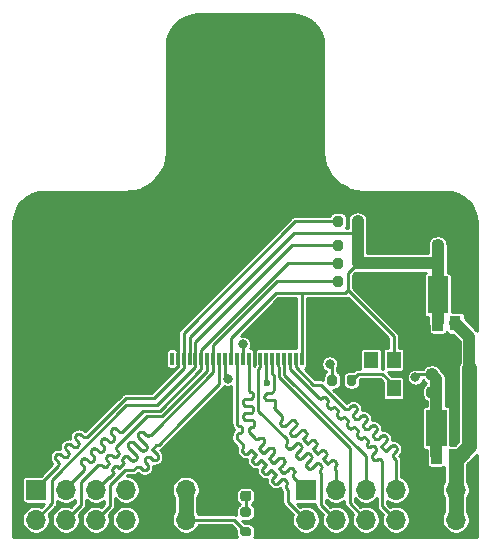
<source format=gbr>
%TF.GenerationSoftware,KiCad,Pcbnew,(5.1.8)-1*%
%TF.CreationDate,2020-12-28T01:33:14+08:00*%
%TF.ProjectId,PModCamera,504d6f64-4361-46d6-9572-612e6b696361,rev?*%
%TF.SameCoordinates,Original*%
%TF.FileFunction,Copper,L1,Top*%
%TF.FilePolarity,Positive*%
%FSLAX46Y46*%
G04 Gerber Fmt 4.6, Leading zero omitted, Abs format (unit mm)*
G04 Created by KiCad (PCBNEW (5.1.8)-1) date 2020-12-28 01:33:14*
%MOMM*%
%LPD*%
G01*
G04 APERTURE LIST*
%TA.AperFunction,SMDPad,CuDef*%
%ADD10R,2.300000X3.100000*%
%TD*%
%TA.AperFunction,SMDPad,CuDef*%
%ADD11R,0.300000X1.100000*%
%TD*%
%TA.AperFunction,SMDPad,CuDef*%
%ADD12C,0.100000*%
%TD*%
%TA.AperFunction,SMDPad,CuDef*%
%ADD13R,0.900000X1.300000*%
%TD*%
%TA.AperFunction,ComponentPad*%
%ADD14O,1.700000X1.700000*%
%TD*%
%TA.AperFunction,ComponentPad*%
%ADD15R,1.700000X1.700000*%
%TD*%
%TA.AperFunction,SMDPad,CuDef*%
%ADD16R,1.200000X1.400000*%
%TD*%
%TA.AperFunction,ViaPad*%
%ADD17C,0.800000*%
%TD*%
%TA.AperFunction,ViaPad*%
%ADD18C,0.600000*%
%TD*%
%TA.AperFunction,Conductor*%
%ADD19C,0.250000*%
%TD*%
%TA.AperFunction,Conductor*%
%ADD20C,1.275000*%
%TD*%
%TA.AperFunction,Conductor*%
%ADD21C,1.000000*%
%TD*%
%TA.AperFunction,Conductor*%
%ADD22C,0.254000*%
%TD*%
%TA.AperFunction,Conductor*%
%ADD23C,0.100000*%
%TD*%
G04 APERTURE END LIST*
D10*
%TO.P,J1,MP*%
%TO.N,GND*%
X87830000Y-114966000D03*
X102670000Y-114966000D03*
D11*
%TO.P,J1,24*%
%TO.N,Net-(J1-Pad24)*%
X89500000Y-116666000D03*
%TO.P,J1,23*%
%TO.N,GND*%
X90000000Y-116666000D03*
%TO.P,J1,22*%
%TO.N,/OV1_SDA*%
X90500000Y-116666000D03*
%TO.P,J1,21*%
%TO.N,+2V8*%
X91000000Y-116666000D03*
%TO.P,J1,20*%
%TO.N,/OV1_SCL*%
X91500000Y-116666000D03*
%TO.P,J1,19*%
%TO.N,/OV1_RESET*%
X92000000Y-116666000D03*
%TO.P,J1,18*%
%TO.N,/OV1_VSYNC*%
X92500000Y-116666000D03*
%TO.P,J1,17*%
%TO.N,/OV1_PWDN*%
X93000000Y-116666000D03*
%TO.P,J1,16*%
%TO.N,/OV1_HREF*%
X93500000Y-116666000D03*
%TO.P,J1,15*%
%TO.N,+1V5*%
X94000000Y-116666000D03*
%TO.P,J1,14*%
%TO.N,+2V8*%
X94500000Y-116666000D03*
%TO.P,J1,13*%
%TO.N,/OV1_D7*%
X95000000Y-116666000D03*
%TO.P,J1,12*%
%TO.N,/OV1_XCLK*%
X95500000Y-116666000D03*
%TO.P,J1,11*%
%TO.N,/OV1_D6*%
X96000000Y-116666000D03*
%TO.P,J1,10*%
%TO.N,GND*%
X96500000Y-116666000D03*
%TO.P,J1,9*%
%TO.N,/OV1_D5*%
X97000000Y-116666000D03*
%TO.P,J1,8*%
%TO.N,/OV1_PCLK*%
X97500000Y-116666000D03*
%TO.P,J1,7*%
%TO.N,/OV1_D4*%
X98000000Y-116666000D03*
%TO.P,J1,6*%
%TO.N,/OV1_D0*%
X98500000Y-116666000D03*
%TO.P,J1,5*%
%TO.N,/OV1_D3*%
X99000000Y-116666000D03*
%TO.P,J1,4*%
%TO.N,/OV1_D1*%
X99500000Y-116666000D03*
%TO.P,J1,3*%
%TO.N,/OV1_D2*%
X100000000Y-116666000D03*
%TO.P,J1,2*%
%TO.N,+2V8*%
X100500000Y-116666000D03*
%TO.P,J1,1*%
%TO.N,GND*%
X101000000Y-116666000D03*
%TD*%
%TA.AperFunction,SMDPad,CuDef*%
D12*
%TO.P,U2,2*%
%TO.N,+1V5*%
G36*
X112753500Y-120978500D02*
G01*
X112753500Y-124103500D01*
X112337000Y-124103500D01*
X112337000Y-125578500D01*
X111437000Y-125578500D01*
X111437000Y-124103500D01*
X111020500Y-124103500D01*
X111020500Y-120978500D01*
X112753500Y-120978500D01*
G37*
%TD.AperFunction*%
D13*
%TO.P,U2,3*%
%TO.N,+3V3*%
X113387000Y-124928500D03*
%TO.P,U2,1*%
%TO.N,GND*%
X110387000Y-124928500D03*
%TD*%
%TA.AperFunction,SMDPad,CuDef*%
D12*
%TO.P,U1,2*%
%TO.N,+2V8*%
G36*
X112880500Y-109714000D02*
G01*
X112880500Y-112839000D01*
X112464000Y-112839000D01*
X112464000Y-114314000D01*
X111564000Y-114314000D01*
X111564000Y-112839000D01*
X111147500Y-112839000D01*
X111147500Y-109714000D01*
X112880500Y-109714000D01*
G37*
%TD.AperFunction*%
D13*
%TO.P,U1,3*%
%TO.N,+3V3*%
X113514000Y-113664000D03*
%TO.P,U1,1*%
%TO.N,GND*%
X110514000Y-113664000D03*
%TD*%
D14*
%TO.P,J2,12*%
%TO.N,+3V3*%
X113538000Y-130302000D03*
%TO.P,J2,11*%
X113538000Y-127762000D03*
%TO.P,J2,10*%
%TO.N,GND*%
X110998000Y-130302000D03*
%TO.P,J2,9*%
X110998000Y-127762000D03*
%TO.P,J2,8*%
%TO.N,/OV1_D1*%
X108458000Y-130302000D03*
%TO.P,J2,7*%
%TO.N,/OV1_D2*%
X108458000Y-127762000D03*
%TO.P,J2,6*%
%TO.N,/OV1_D0*%
X105918000Y-130302000D03*
%TO.P,J2,5*%
%TO.N,/OV1_D3*%
X105918000Y-127762000D03*
%TO.P,J2,4*%
%TO.N,/OV1_D5*%
X103378000Y-130302000D03*
%TO.P,J2,3*%
%TO.N,/OV1_D4*%
X103378000Y-127762000D03*
%TO.P,J2,2*%
%TO.N,/OV1_D7*%
X100838000Y-130302000D03*
D15*
%TO.P,J2,1*%
%TO.N,/OV1_D6*%
X100838000Y-127762000D03*
%TD*%
D14*
%TO.P,J3,12*%
%TO.N,+3V3*%
X90678000Y-130302000D03*
%TO.P,J3,11*%
X90678000Y-127762000D03*
%TO.P,J3,10*%
%TO.N,GND*%
X88138000Y-130302000D03*
%TO.P,J3,9*%
X88138000Y-127762000D03*
%TO.P,J3,8*%
%TO.N,/OV1_PCLK*%
X85598000Y-130302000D03*
%TO.P,J3,7*%
%TO.N,/OV1_XCLK*%
X85598000Y-127762000D03*
%TO.P,J3,6*%
%TO.N,/OV1_HREF*%
X83058000Y-130302000D03*
%TO.P,J3,5*%
%TO.N,/OV1_PWDN*%
X83058000Y-127762000D03*
%TO.P,J3,4*%
%TO.N,/OV1_VSYNC*%
X80518000Y-130302000D03*
%TO.P,J3,3*%
%TO.N,/OV1_RESET*%
X80518000Y-127762000D03*
%TO.P,J3,2*%
%TO.N,/OV1_SCL*%
X77978000Y-130302000D03*
D15*
%TO.P,J3,1*%
%TO.N,/OV1_SDA*%
X77978000Y-127762000D03*
%TD*%
D16*
%TO.P,X1,4*%
%TO.N,+2V8*%
X108265000Y-116783000D03*
%TO.P,X1,3*%
%TO.N,Net-(R10-Pad2)*%
X108265000Y-119183000D03*
%TO.P,X1,2*%
%TO.N,GND*%
X106365000Y-119183000D03*
%TO.P,X1,1*%
%TO.N,Net-(X1-Pad1)*%
X106365000Y-116783000D03*
%TD*%
%TO.P,R10,2*%
%TO.N,Net-(R10-Pad2)*%
%TA.AperFunction,SMDPad,CuDef*%
G36*
G01*
X104311000Y-118766000D02*
X104311000Y-118216000D01*
G75*
G02*
X104511000Y-118016000I200000J0D01*
G01*
X104911000Y-118016000D01*
G75*
G02*
X105111000Y-118216000I0J-200000D01*
G01*
X105111000Y-118766000D01*
G75*
G02*
X104911000Y-118966000I-200000J0D01*
G01*
X104511000Y-118966000D01*
G75*
G02*
X104311000Y-118766000I0J200000D01*
G01*
G37*
%TD.AperFunction*%
%TO.P,R10,1*%
%TO.N,/OV1_XCLK*%
%TA.AperFunction,SMDPad,CuDef*%
G36*
G01*
X102661000Y-118766000D02*
X102661000Y-118216000D01*
G75*
G02*
X102861000Y-118016000I200000J0D01*
G01*
X103261000Y-118016000D01*
G75*
G02*
X103461000Y-118216000I0J-200000D01*
G01*
X103461000Y-118766000D01*
G75*
G02*
X103261000Y-118966000I-200000J0D01*
G01*
X102861000Y-118966000D01*
G75*
G02*
X102661000Y-118766000I0J200000D01*
G01*
G37*
%TD.AperFunction*%
%TD*%
%TO.P,R9,2*%
%TO.N,Net-(D1-Pad2)*%
%TA.AperFunction,SMDPad,CuDef*%
G36*
G01*
X96025000Y-130075000D02*
X95475000Y-130075000D01*
G75*
G02*
X95275000Y-129875000I0J200000D01*
G01*
X95275000Y-129475000D01*
G75*
G02*
X95475000Y-129275000I200000J0D01*
G01*
X96025000Y-129275000D01*
G75*
G02*
X96225000Y-129475000I0J-200000D01*
G01*
X96225000Y-129875000D01*
G75*
G02*
X96025000Y-130075000I-200000J0D01*
G01*
G37*
%TD.AperFunction*%
%TO.P,R9,1*%
%TO.N,+3V3*%
%TA.AperFunction,SMDPad,CuDef*%
G36*
G01*
X96025000Y-131725000D02*
X95475000Y-131725000D01*
G75*
G02*
X95275000Y-131525000I0J200000D01*
G01*
X95275000Y-131125000D01*
G75*
G02*
X95475000Y-130925000I200000J0D01*
G01*
X96025000Y-130925000D01*
G75*
G02*
X96225000Y-131125000I0J-200000D01*
G01*
X96225000Y-131525000D01*
G75*
G02*
X96025000Y-131725000I-200000J0D01*
G01*
G37*
%TD.AperFunction*%
%TD*%
%TO.P,R4,2*%
%TO.N,GND*%
%TA.AperFunction,SMDPad,CuDef*%
G36*
G01*
X104819000Y-110384000D02*
X104819000Y-109834000D01*
G75*
G02*
X105019000Y-109634000I200000J0D01*
G01*
X105419000Y-109634000D01*
G75*
G02*
X105619000Y-109834000I0J-200000D01*
G01*
X105619000Y-110384000D01*
G75*
G02*
X105419000Y-110584000I-200000J0D01*
G01*
X105019000Y-110584000D01*
G75*
G02*
X104819000Y-110384000I0J200000D01*
G01*
G37*
%TD.AperFunction*%
%TO.P,R4,1*%
%TO.N,/OV1_PWDN*%
%TA.AperFunction,SMDPad,CuDef*%
G36*
G01*
X103169000Y-110384000D02*
X103169000Y-109834000D01*
G75*
G02*
X103369000Y-109634000I200000J0D01*
G01*
X103769000Y-109634000D01*
G75*
G02*
X103969000Y-109834000I0J-200000D01*
G01*
X103969000Y-110384000D01*
G75*
G02*
X103769000Y-110584000I-200000J0D01*
G01*
X103369000Y-110584000D01*
G75*
G02*
X103169000Y-110384000I0J200000D01*
G01*
G37*
%TD.AperFunction*%
%TD*%
%TO.P,R3,2*%
%TO.N,/OV1_RESET*%
%TA.AperFunction,SMDPad,CuDef*%
G36*
G01*
X103969000Y-108310000D02*
X103969000Y-108860000D01*
G75*
G02*
X103769000Y-109060000I-200000J0D01*
G01*
X103369000Y-109060000D01*
G75*
G02*
X103169000Y-108860000I0J200000D01*
G01*
X103169000Y-108310000D01*
G75*
G02*
X103369000Y-108110000I200000J0D01*
G01*
X103769000Y-108110000D01*
G75*
G02*
X103969000Y-108310000I0J-200000D01*
G01*
G37*
%TD.AperFunction*%
%TO.P,R3,1*%
%TO.N,+2V8*%
%TA.AperFunction,SMDPad,CuDef*%
G36*
G01*
X105619000Y-108310000D02*
X105619000Y-108860000D01*
G75*
G02*
X105419000Y-109060000I-200000J0D01*
G01*
X105019000Y-109060000D01*
G75*
G02*
X104819000Y-108860000I0J200000D01*
G01*
X104819000Y-108310000D01*
G75*
G02*
X105019000Y-108110000I200000J0D01*
G01*
X105419000Y-108110000D01*
G75*
G02*
X105619000Y-108310000I0J-200000D01*
G01*
G37*
%TD.AperFunction*%
%TD*%
%TO.P,R2,2*%
%TO.N,/OV1_SCL*%
%TA.AperFunction,SMDPad,CuDef*%
G36*
G01*
X103969000Y-106786000D02*
X103969000Y-107336000D01*
G75*
G02*
X103769000Y-107536000I-200000J0D01*
G01*
X103369000Y-107536000D01*
G75*
G02*
X103169000Y-107336000I0J200000D01*
G01*
X103169000Y-106786000D01*
G75*
G02*
X103369000Y-106586000I200000J0D01*
G01*
X103769000Y-106586000D01*
G75*
G02*
X103969000Y-106786000I0J-200000D01*
G01*
G37*
%TD.AperFunction*%
%TO.P,R2,1*%
%TO.N,+2V8*%
%TA.AperFunction,SMDPad,CuDef*%
G36*
G01*
X105619000Y-106786000D02*
X105619000Y-107336000D01*
G75*
G02*
X105419000Y-107536000I-200000J0D01*
G01*
X105019000Y-107536000D01*
G75*
G02*
X104819000Y-107336000I0J200000D01*
G01*
X104819000Y-106786000D01*
G75*
G02*
X105019000Y-106586000I200000J0D01*
G01*
X105419000Y-106586000D01*
G75*
G02*
X105619000Y-106786000I0J-200000D01*
G01*
G37*
%TD.AperFunction*%
%TD*%
%TO.P,R1,2*%
%TO.N,/OV1_SDA*%
%TA.AperFunction,SMDPad,CuDef*%
G36*
G01*
X103969000Y-104754000D02*
X103969000Y-105304000D01*
G75*
G02*
X103769000Y-105504000I-200000J0D01*
G01*
X103369000Y-105504000D01*
G75*
G02*
X103169000Y-105304000I0J200000D01*
G01*
X103169000Y-104754000D01*
G75*
G02*
X103369000Y-104554000I200000J0D01*
G01*
X103769000Y-104554000D01*
G75*
G02*
X103969000Y-104754000I0J-200000D01*
G01*
G37*
%TD.AperFunction*%
%TO.P,R1,1*%
%TO.N,+2V8*%
%TA.AperFunction,SMDPad,CuDef*%
G36*
G01*
X105619000Y-104754000D02*
X105619000Y-105304000D01*
G75*
G02*
X105419000Y-105504000I-200000J0D01*
G01*
X105019000Y-105504000D01*
G75*
G02*
X104819000Y-105304000I0J200000D01*
G01*
X104819000Y-104754000D01*
G75*
G02*
X105019000Y-104554000I200000J0D01*
G01*
X105419000Y-104554000D01*
G75*
G02*
X105619000Y-104754000I0J-200000D01*
G01*
G37*
%TD.AperFunction*%
%TD*%
%TO.P,D1,2*%
%TO.N,Net-(D1-Pad2)*%
%TA.AperFunction,SMDPad,CuDef*%
G36*
G01*
X95501750Y-127858000D02*
X96014250Y-127858000D01*
G75*
G02*
X96233000Y-128076750I0J-218750D01*
G01*
X96233000Y-128514250D01*
G75*
G02*
X96014250Y-128733000I-218750J0D01*
G01*
X95501750Y-128733000D01*
G75*
G02*
X95283000Y-128514250I0J218750D01*
G01*
X95283000Y-128076750D01*
G75*
G02*
X95501750Y-127858000I218750J0D01*
G01*
G37*
%TD.AperFunction*%
%TO.P,D1,1*%
%TO.N,GND*%
%TA.AperFunction,SMDPad,CuDef*%
G36*
G01*
X95501750Y-126283000D02*
X96014250Y-126283000D01*
G75*
G02*
X96233000Y-126501750I0J-218750D01*
G01*
X96233000Y-126939250D01*
G75*
G02*
X96014250Y-127158000I-218750J0D01*
G01*
X95501750Y-127158000D01*
G75*
G02*
X95283000Y-126939250I0J218750D01*
G01*
X95283000Y-126501750D01*
G75*
G02*
X95501750Y-126283000I218750J0D01*
G01*
G37*
%TD.AperFunction*%
%TD*%
%TO.P,C4,2*%
%TO.N,GND*%
%TA.AperFunction,SMDPad,CuDef*%
G36*
G01*
X112593000Y-119757000D02*
X112593000Y-119257000D01*
G75*
G02*
X112818000Y-119032000I225000J0D01*
G01*
X113268000Y-119032000D01*
G75*
G02*
X113493000Y-119257000I0J-225000D01*
G01*
X113493000Y-119757000D01*
G75*
G02*
X113268000Y-119982000I-225000J0D01*
G01*
X112818000Y-119982000D01*
G75*
G02*
X112593000Y-119757000I0J225000D01*
G01*
G37*
%TD.AperFunction*%
%TO.P,C4,1*%
%TO.N,+1V5*%
%TA.AperFunction,SMDPad,CuDef*%
G36*
G01*
X111043000Y-119757000D02*
X111043000Y-119257000D01*
G75*
G02*
X111268000Y-119032000I225000J0D01*
G01*
X111718000Y-119032000D01*
G75*
G02*
X111943000Y-119257000I0J-225000D01*
G01*
X111943000Y-119757000D01*
G75*
G02*
X111718000Y-119982000I-225000J0D01*
G01*
X111268000Y-119982000D01*
G75*
G02*
X111043000Y-119757000I0J225000D01*
G01*
G37*
%TD.AperFunction*%
%TD*%
%TO.P,C3,2*%
%TO.N,GND*%
%TA.AperFunction,SMDPad,CuDef*%
G36*
G01*
X112593000Y-118233000D02*
X112593000Y-117733000D01*
G75*
G02*
X112818000Y-117508000I225000J0D01*
G01*
X113268000Y-117508000D01*
G75*
G02*
X113493000Y-117733000I0J-225000D01*
G01*
X113493000Y-118233000D01*
G75*
G02*
X113268000Y-118458000I-225000J0D01*
G01*
X112818000Y-118458000D01*
G75*
G02*
X112593000Y-118233000I0J225000D01*
G01*
G37*
%TD.AperFunction*%
%TO.P,C3,1*%
%TO.N,+1V5*%
%TA.AperFunction,SMDPad,CuDef*%
G36*
G01*
X111043000Y-118233000D02*
X111043000Y-117733000D01*
G75*
G02*
X111268000Y-117508000I225000J0D01*
G01*
X111718000Y-117508000D01*
G75*
G02*
X111943000Y-117733000I0J-225000D01*
G01*
X111943000Y-118233000D01*
G75*
G02*
X111718000Y-118458000I-225000J0D01*
G01*
X111268000Y-118458000D01*
G75*
G02*
X111043000Y-118233000I0J225000D01*
G01*
G37*
%TD.AperFunction*%
%TD*%
%TO.P,C2,2*%
%TO.N,GND*%
%TA.AperFunction,SMDPad,CuDef*%
G36*
G01*
X113101000Y-108835000D02*
X113101000Y-108335000D01*
G75*
G02*
X113326000Y-108110000I225000J0D01*
G01*
X113776000Y-108110000D01*
G75*
G02*
X114001000Y-108335000I0J-225000D01*
G01*
X114001000Y-108835000D01*
G75*
G02*
X113776000Y-109060000I-225000J0D01*
G01*
X113326000Y-109060000D01*
G75*
G02*
X113101000Y-108835000I0J225000D01*
G01*
G37*
%TD.AperFunction*%
%TO.P,C2,1*%
%TO.N,+2V8*%
%TA.AperFunction,SMDPad,CuDef*%
G36*
G01*
X111551000Y-108835000D02*
X111551000Y-108335000D01*
G75*
G02*
X111776000Y-108110000I225000J0D01*
G01*
X112226000Y-108110000D01*
G75*
G02*
X112451000Y-108335000I0J-225000D01*
G01*
X112451000Y-108835000D01*
G75*
G02*
X112226000Y-109060000I-225000J0D01*
G01*
X111776000Y-109060000D01*
G75*
G02*
X111551000Y-108835000I0J225000D01*
G01*
G37*
%TD.AperFunction*%
%TD*%
%TO.P,C1,2*%
%TO.N,GND*%
%TA.AperFunction,SMDPad,CuDef*%
G36*
G01*
X113101000Y-107311000D02*
X113101000Y-106811000D01*
G75*
G02*
X113326000Y-106586000I225000J0D01*
G01*
X113776000Y-106586000D01*
G75*
G02*
X114001000Y-106811000I0J-225000D01*
G01*
X114001000Y-107311000D01*
G75*
G02*
X113776000Y-107536000I-225000J0D01*
G01*
X113326000Y-107536000D01*
G75*
G02*
X113101000Y-107311000I0J225000D01*
G01*
G37*
%TD.AperFunction*%
%TO.P,C1,1*%
%TO.N,+2V8*%
%TA.AperFunction,SMDPad,CuDef*%
G36*
G01*
X111551000Y-107311000D02*
X111551000Y-106811000D01*
G75*
G02*
X111776000Y-106586000I225000J0D01*
G01*
X112226000Y-106586000D01*
G75*
G02*
X112451000Y-106811000I0J-225000D01*
G01*
X112451000Y-107311000D01*
G75*
G02*
X112226000Y-107536000I-225000J0D01*
G01*
X111776000Y-107536000D01*
G75*
G02*
X111551000Y-107311000I0J225000D01*
G01*
G37*
%TD.AperFunction*%
%TD*%
D17*
%TO.N,GND*%
X97155000Y-114681000D03*
X98044000Y-114681000D03*
X98933000Y-114681000D03*
X98933000Y-113792000D03*
X98044000Y-113792000D03*
X97155000Y-113792000D03*
%TO.N,+1V5*%
X94234000Y-118364000D03*
X110109000Y-118237000D03*
D18*
%TO.N,/OV1_PCLK*%
X97536000Y-118745000D03*
D17*
%TO.N,/OV1_XCLK*%
X95504000Y-115443000D03*
X102870000Y-117116002D03*
%TD*%
D19*
%TO.N,Net-(D1-Pad2)*%
X95750000Y-128303500D02*
X95758000Y-128295500D01*
X95750000Y-129675000D02*
X95750000Y-128303500D01*
D20*
%TO.N,+3V3*%
X113538000Y-130302000D02*
X113538000Y-127762000D01*
X90678000Y-130302000D02*
X90678000Y-127762000D01*
D19*
X94727000Y-130302000D02*
X95750000Y-131325000D01*
X90678000Y-130302000D02*
X94727000Y-130302000D01*
%TO.N,GND*%
X106365000Y-119183000D02*
X106369000Y-119183000D01*
D21*
%TO.N,+2V8*%
X112014000Y-107074000D02*
X112001000Y-107061000D01*
X112014000Y-113576500D02*
X112014000Y-107074000D01*
D19*
X105283000Y-108521000D02*
X105219000Y-108585000D01*
X99822000Y-106045000D02*
X105283000Y-106045000D01*
X91000000Y-114867000D02*
X99822000Y-106045000D01*
X105283000Y-106045000D02*
X105283000Y-108521000D01*
X91000000Y-116666000D02*
X91000000Y-114867000D01*
X94500000Y-116666000D02*
X94500000Y-114923000D01*
X94500000Y-114923000D02*
X98298000Y-111125000D01*
X100500000Y-111209000D02*
X100584000Y-111125000D01*
X100500000Y-116666000D02*
X100500000Y-111209000D01*
X98298000Y-111125000D02*
X100584000Y-111125000D01*
D21*
X105219000Y-105029000D02*
X105219000Y-108585000D01*
X105219000Y-108585000D02*
X112001000Y-108585000D01*
D19*
X104140000Y-111125000D02*
X104394000Y-110871000D01*
X100584000Y-111125000D02*
X104140000Y-111125000D01*
X104394000Y-109410000D02*
X105219000Y-108585000D01*
X104394000Y-110871000D02*
X104394000Y-109410000D01*
X108265000Y-114742000D02*
X104394000Y-110871000D01*
X108265000Y-116783000D02*
X108265000Y-114742000D01*
D21*
%TO.N,+1V5*%
X111887000Y-118377000D02*
X111493000Y-117983000D01*
X111887000Y-124841000D02*
X111887000Y-118377000D01*
D19*
X94000000Y-118344000D02*
X93980000Y-118364000D01*
X94000000Y-116666000D02*
X94000000Y-118344000D01*
X110363000Y-117983000D02*
X110109000Y-118237000D01*
X111493000Y-117983000D02*
X110363000Y-117983000D01*
%TO.N,/OV1_D2*%
X100000000Y-117399000D02*
X100000000Y-116666000D01*
X101473000Y-118872000D02*
X100000000Y-117399000D01*
X104088352Y-120852352D02*
X102108000Y-118872000D01*
X104140873Y-120894236D02*
X104088352Y-120852352D01*
X104266894Y-120938332D02*
X104201399Y-120923384D01*
X104654037Y-120710930D02*
X104512615Y-120852351D01*
X104706560Y-120669044D02*
X104654037Y-120710930D01*
X104767086Y-120639897D02*
X104706560Y-120669044D01*
X104832580Y-120624948D02*
X104767086Y-120639897D01*
X104899759Y-120624948D02*
X104832580Y-120624948D01*
X104965253Y-120639897D02*
X104899759Y-120624948D01*
X105025779Y-120669044D02*
X104965253Y-120639897D01*
X105078302Y-120710930D02*
X105025779Y-120669044D01*
X105120187Y-120763452D02*
X105078302Y-120710930D01*
X105149335Y-120823978D02*
X105120187Y-120763452D01*
X105164283Y-120889473D02*
X105149335Y-120823978D01*
X105164283Y-120956651D02*
X105164283Y-120889473D01*
X105149335Y-121022146D02*
X105164283Y-120956651D01*
X105120187Y-121082672D02*
X105149335Y-121022146D01*
X105078302Y-121135194D02*
X105120187Y-121082672D01*
X104936881Y-121276616D02*
X105078302Y-121135194D01*
X104894995Y-121329139D02*
X104936881Y-121276616D01*
X104865848Y-121389665D02*
X104894995Y-121329139D01*
X104850899Y-121455159D02*
X104865848Y-121389665D01*
X104850899Y-121522338D02*
X104850899Y-121455159D01*
X107252147Y-123214632D02*
X107199624Y-123256518D01*
X107312673Y-123185485D02*
X107252147Y-123214632D01*
X107378167Y-123170536D02*
X107312673Y-123185485D01*
X107510840Y-123185485D02*
X107445346Y-123170536D01*
X107571366Y-123214632D02*
X107510840Y-123185485D01*
X107234982Y-124069693D02*
X107270336Y-124034336D01*
X107228000Y-124078446D02*
X107234982Y-124069693D01*
X107220652Y-124110647D02*
X107220652Y-124099451D01*
X107228001Y-124131650D02*
X107223142Y-124121562D01*
X105699428Y-122303688D02*
X105714377Y-122238194D01*
X107234981Y-124140403D02*
X107228001Y-124131650D01*
X104460093Y-120894236D02*
X104399567Y-120923384D01*
X107588535Y-124493957D02*
X107234981Y-124140403D01*
X107597290Y-124500939D02*
X107588535Y-124493957D01*
X105248096Y-121771913D02*
X105182601Y-121786861D01*
X107607378Y-124505797D02*
X107597290Y-124500939D01*
X107694922Y-123369566D02*
X107665774Y-123309040D01*
X107618293Y-124508287D02*
X107607378Y-124505797D01*
X107223142Y-124088534D02*
X107228000Y-124078446D01*
X104512615Y-120852351D02*
X104460093Y-120894236D01*
X108543454Y-124416265D02*
X108558402Y-124350770D01*
X104865848Y-121587832D02*
X104850899Y-121522338D01*
X107058202Y-123397939D02*
X107005680Y-123439824D01*
X108259967Y-124981951D02*
X108245018Y-124916457D01*
X108289114Y-124723258D02*
X108331000Y-124670735D01*
X105785410Y-122125145D02*
X105926831Y-121983723D01*
X108472421Y-124529313D02*
X108514306Y-124476791D01*
X108289114Y-125042477D02*
X108259967Y-124981951D01*
X107694922Y-123567734D02*
X107709871Y-123502239D01*
X102108000Y-118872000D02*
X101473000Y-118872000D01*
X108245018Y-124849278D02*
X108259967Y-124783784D01*
X108558402Y-124350770D02*
X108558402Y-124283592D01*
X105997864Y-121870675D02*
X106012812Y-121805180D01*
X107665774Y-123309040D02*
X107623889Y-123256518D01*
X107223142Y-124121562D02*
X107220652Y-124110647D01*
X104399567Y-120923384D02*
X104334072Y-120938332D01*
X108245018Y-124916457D02*
X108245018Y-124849278D01*
X107623889Y-123256518D02*
X107571366Y-123214632D01*
X108331000Y-124670735D02*
X108472421Y-124529313D01*
X106861341Y-122586531D02*
X106846393Y-122521036D01*
X107199624Y-123256518D02*
X107058202Y-123397939D01*
X108161205Y-124034016D02*
X108100679Y-124063163D01*
X105748288Y-121473477D02*
X105681109Y-121473477D01*
X108226699Y-124019067D02*
X108161205Y-124034016D01*
X105968716Y-121931201D02*
X105997864Y-121870675D01*
X107709871Y-123502239D02*
X107709871Y-123435061D01*
X108514306Y-124476791D02*
X108543454Y-124416265D01*
X106817245Y-122779730D02*
X106846393Y-122719204D01*
X108331000Y-125095000D02*
X108289114Y-125042477D01*
X106686460Y-123439824D02*
X106633939Y-123397939D01*
X107220652Y-124099451D02*
X107223142Y-124088534D01*
X107650492Y-124500938D02*
X107640406Y-124505797D01*
X108543454Y-124218097D02*
X108514306Y-124157571D01*
X108514306Y-124157571D02*
X108472421Y-124105049D01*
X107445346Y-123170536D02*
X107378167Y-123170536D01*
X108259967Y-124783784D02*
X108289114Y-124723258D01*
X107709871Y-123435061D02*
X107694922Y-123369566D01*
X107629489Y-124508287D02*
X107618293Y-124508287D01*
X105555089Y-121517573D02*
X105502566Y-121559459D01*
X107623889Y-123680782D02*
X107665774Y-123628260D01*
X108472421Y-124105049D02*
X108419898Y-124063163D01*
X108419898Y-124063163D02*
X108359372Y-124034016D01*
X106012812Y-121738002D02*
X105997864Y-121672507D01*
X104334072Y-120938332D02*
X104266894Y-120938332D01*
X108359372Y-124034016D02*
X108293878Y-124019067D01*
X105681109Y-121473477D02*
X105615615Y-121488426D01*
X107270336Y-124034336D02*
X107623889Y-123680782D01*
X106817245Y-122460510D02*
X106775360Y-122407988D01*
X104201399Y-120923384D02*
X104140873Y-120894236D01*
X108293878Y-124019067D02*
X108226699Y-124019067D01*
X108100679Y-124063163D02*
X108048156Y-124105049D01*
X107005680Y-123439824D02*
X106945154Y-123468972D01*
X108048156Y-124105049D02*
X107659247Y-124493958D01*
X107665774Y-123628260D02*
X107694922Y-123567734D01*
X107659247Y-124493958D02*
X107650492Y-124500938D01*
X105049928Y-121771913D02*
X104989402Y-121742765D01*
X107640406Y-124505797D02*
X107629489Y-124508287D01*
X105813782Y-121488426D02*
X105748288Y-121473477D01*
X106945154Y-123468972D02*
X106879659Y-123483920D01*
X106879659Y-123483920D02*
X106812481Y-123483920D01*
X106812481Y-123483920D02*
X106746986Y-123468972D01*
X106746986Y-123468972D02*
X106686460Y-123439824D01*
X106633939Y-123397939D02*
X106592053Y-123345416D01*
X106592053Y-123345416D02*
X106562906Y-123284890D01*
X106562906Y-123284890D02*
X106547957Y-123219396D01*
X108458000Y-127762000D02*
X108458000Y-125222000D01*
X106547957Y-123219396D02*
X106547957Y-123152217D01*
X106547957Y-123152217D02*
X106562906Y-123086723D01*
X106562906Y-123086723D02*
X106592053Y-123026197D01*
X106592053Y-123026197D02*
X106633939Y-122973674D01*
X106633939Y-122973674D02*
X106775360Y-122832252D01*
X106775360Y-122832252D02*
X106817245Y-122779730D01*
X106846393Y-122719204D02*
X106861341Y-122653709D01*
X106861341Y-122653709D02*
X106861341Y-122586531D01*
X106846393Y-122521036D02*
X106817245Y-122460510D01*
X106775360Y-122407988D02*
X106722837Y-122366102D01*
X106722837Y-122366102D02*
X106662311Y-122336955D01*
X106662311Y-122336955D02*
X106596817Y-122322006D01*
X106596817Y-122322006D02*
X106529638Y-122322006D01*
X106529638Y-122322006D02*
X106464144Y-122336955D01*
X106464144Y-122336955D02*
X106403618Y-122366102D01*
X106403618Y-122366102D02*
X106351095Y-122407988D01*
X106351095Y-122407988D02*
X106209673Y-122549409D01*
X106209673Y-122549409D02*
X106157151Y-122591294D01*
X106157151Y-122591294D02*
X106096625Y-122620442D01*
X108558402Y-124283592D02*
X108543454Y-124218097D01*
X106096625Y-122620442D02*
X106031130Y-122635390D01*
X106031130Y-122635390D02*
X105963952Y-122635390D01*
X105963952Y-122635390D02*
X105898457Y-122620442D01*
X105898457Y-122620442D02*
X105837931Y-122591294D01*
X108458000Y-125222000D02*
X108331000Y-125095000D01*
X105837931Y-122591294D02*
X105785410Y-122549410D01*
X105785410Y-122549410D02*
X105743524Y-122496887D01*
X105743524Y-122496887D02*
X105714377Y-122436361D01*
X105714377Y-122436361D02*
X105699428Y-122370867D01*
X105699428Y-122370867D02*
X105699428Y-122303688D01*
X105714377Y-122238194D02*
X105743524Y-122177668D01*
X105743524Y-122177668D02*
X105785410Y-122125145D01*
X105926831Y-121983723D02*
X105968716Y-121931201D01*
X106012812Y-121805180D02*
X106012812Y-121738002D01*
X105997864Y-121672507D02*
X105968716Y-121611981D01*
X105968716Y-121611981D02*
X105926831Y-121559459D01*
X105926831Y-121559459D02*
X105874308Y-121517573D01*
X105874308Y-121517573D02*
X105813782Y-121488426D01*
X105615615Y-121488426D02*
X105555089Y-121517573D01*
X105502566Y-121559459D02*
X105361144Y-121700880D01*
X105361144Y-121700880D02*
X105308622Y-121742765D01*
X105308622Y-121742765D02*
X105248096Y-121771913D01*
X105182601Y-121786861D02*
X105115423Y-121786861D01*
X105115423Y-121786861D02*
X105049928Y-121771913D01*
X104989402Y-121742765D02*
X104936881Y-121700881D01*
X104936881Y-121700881D02*
X104894995Y-121648358D01*
X104894995Y-121648358D02*
X104865848Y-121587832D01*
%TO.N,/OV1_D1*%
X99500000Y-117535411D02*
X99500000Y-116666000D01*
X101954697Y-119990108D02*
X99500000Y-117535411D01*
X101989712Y-120018031D02*
X101954697Y-119990108D01*
X102030062Y-120037463D02*
X101989712Y-120018031D01*
X102073725Y-120047429D02*
X102030062Y-120037463D01*
X102118511Y-120047429D02*
X102073725Y-120047429D01*
X102162174Y-120037463D02*
X102118511Y-120047429D01*
X102202525Y-120018031D02*
X102162174Y-120037463D01*
X102272555Y-119962185D02*
X102202525Y-120018031D01*
X102312906Y-119942753D02*
X102272555Y-119962185D01*
X102356569Y-119932787D02*
X102312906Y-119942753D01*
X102401355Y-119932787D02*
X102356569Y-119932787D01*
X102445018Y-119942753D02*
X102401355Y-119932787D01*
X102485368Y-119962185D02*
X102445018Y-119942753D01*
X102520383Y-119990108D02*
X102485368Y-119962185D01*
X102661805Y-120131530D02*
X102520383Y-119990108D01*
X102689728Y-120166545D02*
X102661805Y-120131530D01*
X102709160Y-120206895D02*
X102689728Y-120166545D01*
X102719126Y-120250558D02*
X102709160Y-120206895D01*
X102719126Y-120295344D02*
X102719126Y-120250558D01*
X102709160Y-120339007D02*
X102719126Y-120295344D01*
X102689728Y-120379358D02*
X102709160Y-120339007D01*
X102633881Y-120449388D02*
X102689728Y-120379358D01*
X102614449Y-120489738D02*
X102633881Y-120449388D01*
X102604483Y-120533401D02*
X102614449Y-120489738D01*
X102604483Y-120578187D02*
X102604483Y-120533401D01*
X102614449Y-120621850D02*
X102604483Y-120578187D01*
X102633881Y-120662201D02*
X102614449Y-120621850D01*
X102661805Y-120697216D02*
X102633881Y-120662201D01*
X102803226Y-120838637D02*
X102661805Y-120697216D01*
X102838241Y-120866560D02*
X102803226Y-120838637D01*
X102878591Y-120885992D02*
X102838241Y-120866560D01*
X102922254Y-120895958D02*
X102878591Y-120885992D01*
X102967040Y-120895958D02*
X102922254Y-120895958D01*
X103010703Y-120885992D02*
X102967040Y-120895958D01*
X103051054Y-120866560D02*
X103010703Y-120885992D01*
X103121084Y-120810714D02*
X103051054Y-120866560D01*
X103161435Y-120791282D02*
X103121084Y-120810714D01*
X103205098Y-120781316D02*
X103161435Y-120791282D01*
X103249884Y-120781316D02*
X103205098Y-120781316D01*
X103293547Y-120791282D02*
X103249884Y-120781316D01*
X103333897Y-120810714D02*
X103293547Y-120791282D01*
X103368912Y-120838637D02*
X103333897Y-120810714D01*
X103538257Y-121015074D02*
X103510334Y-120980059D01*
X103557689Y-121055424D02*
X103538257Y-121015074D01*
X103567655Y-121099087D02*
X103557689Y-121055424D01*
X103567655Y-121143873D02*
X103567655Y-121099087D01*
X103557689Y-121187536D02*
X103567655Y-121143873D01*
X103538257Y-121227887D02*
X103557689Y-121187536D01*
X103482410Y-121297917D02*
X103538257Y-121227887D01*
X103462978Y-121338267D02*
X103482410Y-121297917D01*
X103453012Y-121381930D02*
X103462978Y-121338267D01*
X103453012Y-121426716D02*
X103453012Y-121381930D01*
X103651755Y-121687166D02*
X103510334Y-121545745D01*
X103727120Y-121734521D02*
X103686770Y-121715089D01*
X104707761Y-122583050D02*
X104664098Y-122593016D01*
X106103276Y-123733123D02*
X106113242Y-123689460D01*
X105207392Y-122677117D02*
X105065970Y-122535695D01*
X106083844Y-123773474D02*
X106103276Y-123733123D01*
X104217441Y-121687166D02*
X104182426Y-121659243D01*
X106027997Y-123843504D02*
X106083844Y-123773474D01*
X105424178Y-123431579D02*
X105383828Y-123412147D01*
X106008565Y-123883854D02*
X106027997Y-123843504D01*
X105160036Y-123167437D02*
X105150070Y-123123774D01*
X105998599Y-123972303D02*
X105998599Y-123927517D01*
X104330939Y-122146446D02*
X104386786Y-122076416D01*
X103686770Y-121715089D02*
X103651755Y-121687166D01*
X106055921Y-124091332D02*
X106027997Y-124056317D01*
X106131286Y-124138687D02*
X106090936Y-124119255D01*
X104406218Y-121903953D02*
X104386786Y-121863603D01*
X106502579Y-124034011D02*
X106457793Y-124034011D01*
X106820350Y-124396569D02*
X106820350Y-124351783D01*
X106090936Y-124119255D02*
X106055921Y-124091332D01*
X103462978Y-121470379D02*
X103453012Y-121426716D01*
X106740638Y-125280028D02*
X106696974Y-125270061D01*
X106790952Y-124480582D02*
X106810384Y-124440232D01*
X105998599Y-123927517D02*
X106008565Y-123883854D01*
X105030955Y-122507772D02*
X104990605Y-122488340D01*
X106904453Y-125222707D02*
X106869438Y-125250630D01*
X104098413Y-121629845D02*
X104053627Y-121629845D01*
X106939467Y-125194782D02*
X106904453Y-125222707D01*
X104386786Y-122076416D02*
X104406218Y-122036065D01*
X106979817Y-125175350D02*
X106939467Y-125194782D01*
X104358863Y-122394274D02*
X104330939Y-122359259D01*
X106869438Y-125250630D02*
X106829086Y-125270061D01*
X105150070Y-123078988D02*
X105160036Y-123035325D01*
X105160036Y-123035325D02*
X105179468Y-122994975D01*
X103482410Y-121510730D02*
X103462978Y-121470379D01*
X106785424Y-125280028D02*
X106740638Y-125280028D01*
X104946942Y-122478374D02*
X104902156Y-122478374D01*
X103510334Y-120980059D02*
X103368912Y-120838637D01*
X106103276Y-123601011D02*
X106083844Y-123560661D01*
X106027997Y-124056317D02*
X106008565Y-124015966D01*
X104406218Y-122036065D02*
X104416184Y-121992402D01*
X106696974Y-125270061D02*
X106656624Y-125250629D01*
X104358863Y-121828588D02*
X104217441Y-121687166D01*
X106656624Y-125250629D02*
X106621609Y-125222706D01*
X104818142Y-122507772D02*
X104748112Y-122563618D01*
X104053627Y-121629845D02*
X104009964Y-121639811D01*
X108458000Y-130302000D02*
X107282999Y-129126999D01*
X106621609Y-125222706D02*
X106480187Y-125081284D01*
X106414130Y-124043977D02*
X106373779Y-124063409D01*
X105264713Y-122796145D02*
X105254747Y-122752482D01*
X103770783Y-121744487D02*
X103727120Y-121734521D01*
X106422867Y-124917471D02*
X106432832Y-124873807D01*
X106432832Y-124873807D02*
X106452265Y-124833457D01*
X105383828Y-123412147D02*
X105348813Y-123384224D01*
X103510334Y-121545745D02*
X103482410Y-121510730D01*
X106452265Y-124833457D02*
X106480188Y-124798442D01*
X106810384Y-124440232D02*
X106820350Y-124396569D01*
X104500284Y-122535695D02*
X104358863Y-122394274D01*
X106083844Y-123560661D02*
X106055921Y-123525646D01*
X106174949Y-124148653D02*
X106131286Y-124138687D01*
X105467841Y-123441545D02*
X105424178Y-123431579D01*
X106055921Y-123525646D02*
X105914499Y-123384224D01*
X106452264Y-125046269D02*
X106432832Y-125005919D01*
X104330939Y-122359259D02*
X104311507Y-122318908D01*
X105914499Y-123384224D02*
X105879484Y-123356301D01*
X106457793Y-124034011D02*
X106414130Y-124043977D01*
X105264713Y-122840931D02*
X105264713Y-122796145D01*
X105879484Y-123356301D02*
X105839134Y-123336869D01*
X105839134Y-123336869D02*
X105795471Y-123326903D01*
X105795471Y-123326903D02*
X105750685Y-123326903D01*
X105750685Y-123326903D02*
X105707022Y-123336869D01*
X106810384Y-124308120D02*
X106790952Y-124267769D01*
X104386786Y-121863603D02*
X104358863Y-121828588D01*
X105707022Y-123336869D02*
X105666671Y-123356301D01*
X106586592Y-124063409D02*
X106546242Y-124043977D01*
X104990605Y-122488340D02*
X104946942Y-122478374D01*
X105666671Y-123356301D02*
X105596641Y-123412147D01*
X106432832Y-125005919D02*
X106422867Y-124962257D01*
X104182426Y-121659243D02*
X104142076Y-121639811D01*
X105596641Y-123412147D02*
X105556290Y-123431579D01*
X107111929Y-125175350D02*
X107068267Y-125165385D01*
X103815569Y-121744487D02*
X103770783Y-121744487D01*
X105556290Y-123431579D02*
X105512627Y-123441545D01*
X106763029Y-124232754D02*
X106621607Y-124091332D01*
X104416184Y-121992402D02*
X104416184Y-121947616D01*
X105512627Y-123441545D02*
X105467841Y-123441545D01*
X106480188Y-124798442D02*
X106763029Y-124515597D01*
X105348813Y-123384224D02*
X105207392Y-123242803D01*
X106113242Y-123644674D02*
X106103276Y-123601011D01*
X105207392Y-123242803D02*
X105179468Y-123207788D01*
X106303749Y-124119255D02*
X106263398Y-124138687D01*
X105179468Y-123207788D02*
X105160036Y-123167437D01*
X106829086Y-125270061D02*
X106785424Y-125280028D01*
X105150070Y-123123774D02*
X105150070Y-123078988D01*
X105179468Y-122994975D02*
X105235315Y-122924945D01*
X106113242Y-123689460D02*
X106113242Y-123644674D01*
X105235315Y-122924945D02*
X105254747Y-122884594D01*
X107023481Y-125165385D02*
X106979817Y-125175350D01*
X105254747Y-122884594D02*
X105264713Y-122840931D01*
X105254747Y-122752482D02*
X105235315Y-122712132D01*
X106763029Y-124515597D02*
X106790952Y-124480582D01*
X105235315Y-122712132D02*
X105207392Y-122677117D01*
X105065970Y-122535695D02*
X105030955Y-122507772D01*
X104902156Y-122478374D02*
X104858493Y-122488340D01*
X106263398Y-124138687D02*
X106219735Y-124148653D01*
X104858493Y-122488340D02*
X104818142Y-122507772D01*
X106790952Y-124267769D02*
X106763029Y-124232754D01*
X104748112Y-122563618D02*
X104707761Y-122583050D01*
X107152281Y-125194783D02*
X107111929Y-125175350D01*
X104664098Y-122593016D02*
X104619312Y-122593016D01*
X107187295Y-125222706D02*
X107152281Y-125194783D01*
X104619312Y-122593016D02*
X104575649Y-122583050D01*
X106480187Y-125081284D02*
X106452264Y-125046269D01*
X104575649Y-122583050D02*
X104535299Y-122563618D01*
X104535299Y-122563618D02*
X104500284Y-122535695D01*
X106621607Y-124091332D02*
X106586592Y-124063409D01*
X104311507Y-122318908D02*
X104301541Y-122275245D01*
X107282999Y-125318410D02*
X107187295Y-125222706D01*
X104301541Y-122275245D02*
X104301541Y-122230459D01*
X106820350Y-124351783D02*
X106810384Y-124308120D01*
X104301541Y-122230459D02*
X104311507Y-122186796D01*
X107068267Y-125165385D02*
X107023481Y-125165385D01*
X104311507Y-122186796D02*
X104330939Y-122146446D01*
X106219735Y-124148653D02*
X106174949Y-124148653D01*
X104416184Y-121947616D02*
X104406218Y-121903953D01*
X106373779Y-124063409D02*
X106303749Y-124119255D01*
X104142076Y-121639811D02*
X104098413Y-121629845D01*
X106422867Y-124962257D02*
X106422867Y-124917471D01*
X104009964Y-121639811D02*
X103969613Y-121659243D01*
X107282999Y-129126999D02*
X107282999Y-125318410D01*
X103969613Y-121659243D02*
X103899583Y-121715089D01*
X106546242Y-124043977D02*
X106502579Y-124034011D01*
X103899583Y-121715089D02*
X103859232Y-121734521D01*
X106008565Y-124015966D02*
X105998599Y-123972303D01*
X103859232Y-121734521D02*
X103815569Y-121744487D01*
%TO.N,/OV1_D3*%
X99015024Y-116681024D02*
X99000000Y-116666000D01*
X105918000Y-127762000D02*
X105918000Y-124929176D01*
X105918000Y-124929176D02*
X99015024Y-118026200D01*
X99015024Y-118026200D02*
X99015024Y-116681024D01*
%TO.N,/OV1_D0*%
X98565022Y-118212609D02*
X98565022Y-117391694D01*
X105918000Y-130302000D02*
X104553001Y-128937001D01*
X98500000Y-117326672D02*
X98500000Y-116666000D01*
X98565022Y-117391694D02*
X98500000Y-117326672D01*
X104553001Y-128937001D02*
X104553001Y-124200588D01*
X104553001Y-124200588D02*
X98565022Y-118212609D01*
%TO.N,/OV1_D4*%
X98000000Y-117939000D02*
X98000000Y-116666000D01*
X98115001Y-118054001D02*
X98000000Y-117939000D01*
X98107480Y-118061522D02*
X98115001Y-118054001D01*
X98107480Y-118391478D02*
X98107480Y-118061522D01*
X98161001Y-118444999D02*
X98107480Y-118391478D01*
X98161001Y-119045001D02*
X98161001Y-118444999D01*
X98107480Y-119098522D02*
X98161001Y-119045001D01*
X98107480Y-119364757D02*
X98107480Y-119098522D01*
X98085292Y-119428166D02*
X98107480Y-119364757D01*
X98049551Y-119485047D02*
X98085292Y-119428166D01*
X98002048Y-119532550D02*
X98049551Y-119485047D01*
X97945167Y-119568291D02*
X98002048Y-119532550D01*
X97881758Y-119590479D02*
X97945167Y-119568291D01*
X97815001Y-119598001D02*
X97881758Y-119590479D01*
X97615001Y-119598001D02*
X97815001Y-119598001D01*
X97548245Y-119605522D02*
X97615001Y-119598001D01*
X97427955Y-119663451D02*
X97484836Y-119627710D01*
X97380452Y-119710954D02*
X97427955Y-119663451D01*
X97322523Y-119831244D02*
X97344711Y-119767835D01*
X97380452Y-120085047D02*
X97344711Y-120028166D01*
X97427955Y-120132550D02*
X97380452Y-120085047D01*
X97484836Y-120168291D02*
X97427955Y-120132550D01*
X97548245Y-120190479D02*
X97484836Y-120168291D01*
X97615001Y-120198001D02*
X97548245Y-120190479D01*
X98165001Y-120198001D02*
X97615001Y-120198001D01*
X98176127Y-120199254D02*
X98165001Y-120198001D01*
X98186695Y-120202952D02*
X98176127Y-120199254D01*
X98196175Y-120208909D02*
X98186695Y-120202952D01*
X98204092Y-120216826D02*
X98196175Y-120208909D01*
X98210049Y-120226306D02*
X98204092Y-120216826D01*
X98213747Y-120236874D02*
X98210049Y-120226306D01*
X98215001Y-120248001D02*
X98213747Y-120236874D01*
X98215001Y-120748001D02*
X98215001Y-120248001D01*
X98213747Y-120759127D02*
X98215001Y-120748001D01*
X98210049Y-120769695D02*
X98213747Y-120759127D01*
X98204092Y-120779175D02*
X98210049Y-120769695D01*
X98196175Y-120787092D02*
X98204092Y-120779175D01*
X98186695Y-120793049D02*
X98196175Y-120787092D01*
X98153874Y-120799254D02*
X98176127Y-120796747D01*
X98143306Y-120802952D02*
X98153874Y-120799254D01*
X98133826Y-120808909D02*
X98143306Y-120802952D01*
X98125909Y-120816826D02*
X98133826Y-120808909D01*
X98119952Y-120826306D02*
X98125909Y-120816826D01*
X98116254Y-120836874D02*
X98119952Y-120826306D01*
X98115001Y-120848001D02*
X98116254Y-120836874D01*
X98746436Y-121479435D02*
X98115001Y-120848001D01*
X98788321Y-121531958D02*
X98746436Y-121479435D01*
X98817467Y-121592483D02*
X98788321Y-121531958D01*
X98832417Y-121657978D02*
X98817467Y-121592483D01*
X98832416Y-121725156D02*
X98832417Y-121657978D01*
X98817468Y-121790651D02*
X98832416Y-121725156D01*
X98788320Y-121851176D02*
X98817468Y-121790651D01*
X98704550Y-121956223D02*
X98788320Y-121851176D01*
X98675402Y-122016748D02*
X98704550Y-121956223D01*
X98660454Y-122082243D02*
X98675402Y-122016748D01*
X98660453Y-122149421D02*
X98660454Y-122082243D01*
X98675403Y-122214916D02*
X98660453Y-122149421D01*
X98704549Y-122275441D02*
X98675403Y-122214916D01*
X98746436Y-122327965D02*
X98704549Y-122275441D01*
X98798959Y-122369850D02*
X98746436Y-122327965D01*
X98924979Y-122413946D02*
X98859484Y-122398996D01*
X98992157Y-122413945D02*
X98924979Y-122413946D01*
X99057652Y-122398997D02*
X98992157Y-122413945D01*
X99118177Y-122369849D02*
X99057652Y-122398997D01*
X99170700Y-122327965D02*
X99118177Y-122369849D01*
X99559609Y-121939056D02*
X99170700Y-122327965D01*
X99603378Y-121904151D02*
X99559609Y-121939056D01*
X99653816Y-121879862D02*
X99603378Y-121904151D01*
X99708395Y-121867404D02*
X99653816Y-121879862D01*
X99764377Y-121867404D02*
X99708395Y-121867404D01*
X99818956Y-121879862D02*
X99764377Y-121867404D01*
X99869394Y-121904151D02*
X99818956Y-121879862D01*
X99913163Y-121939056D02*
X99869394Y-121904151D01*
X99983874Y-122009767D02*
X99913163Y-121939056D01*
X100018779Y-122053536D02*
X99983874Y-122009767D01*
X100043068Y-122103974D02*
X100018779Y-122053536D01*
X100055526Y-122158553D02*
X100043068Y-122103974D01*
X100055526Y-122214535D02*
X100055526Y-122158553D01*
X100043068Y-122269114D02*
X100055526Y-122214535D01*
X100018779Y-122319552D02*
X100043068Y-122269114D01*
X99983874Y-122363321D02*
X100018779Y-122319552D01*
X99594965Y-122752229D02*
X99983874Y-122363321D01*
X99553080Y-122804753D02*
X99594965Y-122752229D01*
X99523932Y-122865278D02*
X99553080Y-122804753D01*
X99508984Y-122930773D02*
X99523932Y-122865278D01*
X99508983Y-122997951D02*
X99508984Y-122930773D01*
X99523933Y-123063446D02*
X99508983Y-122997951D01*
X99553079Y-123123971D02*
X99523933Y-123063446D01*
X99594966Y-123176495D02*
X99553079Y-123123971D01*
X99647489Y-123218380D02*
X99594966Y-123176495D01*
X99708014Y-123247526D02*
X99647489Y-123218380D01*
X99773509Y-123262476D02*
X99708014Y-123247526D01*
X99840687Y-123262475D02*
X99773509Y-123262476D01*
X99906182Y-123247527D02*
X99840687Y-123262475D01*
X99966707Y-123218379D02*
X99906182Y-123247527D01*
X100019230Y-123176495D02*
X99966707Y-123218379D01*
X100408139Y-122787586D02*
X100019230Y-123176495D01*
X100451908Y-122752681D02*
X100408139Y-122787586D01*
X100502346Y-122728392D02*
X100451908Y-122752681D01*
X100556925Y-122715934D02*
X100502346Y-122728392D01*
X102458757Y-124484650D02*
X102414988Y-124449745D01*
X102529468Y-124555361D02*
X102458757Y-124484650D01*
X102564373Y-124599130D02*
X102529468Y-124555361D01*
X102601120Y-124760129D02*
X102601120Y-124704147D01*
X102588662Y-124649568D02*
X102564373Y-124599130D01*
X100612907Y-122715934D02*
X100556925Y-122715934D01*
X100891598Y-122952504D02*
X100867309Y-122902066D01*
X102588662Y-124814708D02*
X102601120Y-124760129D01*
X102529468Y-124908915D02*
X102564373Y-124865146D01*
X102317338Y-125121049D02*
X102352692Y-125085692D01*
X102310356Y-125129802D02*
X102317338Y-125121049D01*
X102305498Y-125139890D02*
X102310356Y-125129802D01*
X102303008Y-125162003D02*
X102303008Y-125150807D01*
X102305498Y-125172918D02*
X102303008Y-125162003D01*
X102310357Y-125183006D02*
X102305498Y-125172918D01*
X102317337Y-125191759D02*
X102310357Y-125183006D01*
X102670891Y-125545313D02*
X102317337Y-125191759D01*
X102689734Y-125557153D02*
X102679646Y-125552295D01*
X102700649Y-125559643D02*
X102689734Y-125557153D01*
X102722762Y-125557153D02*
X102711845Y-125559643D01*
X102732848Y-125552294D02*
X102722762Y-125557153D01*
X102741603Y-125545314D02*
X102732848Y-125552294D01*
X98859484Y-122398996D02*
X98798959Y-122369850D01*
X102997504Y-125298276D02*
X102953735Y-125333181D01*
X103047942Y-125273987D02*
X102997504Y-125298276D01*
X103102521Y-125261529D02*
X103047942Y-125273987D01*
X100605944Y-123464939D02*
X100605944Y-123453743D01*
X101405457Y-123564466D02*
X101350878Y-123576924D01*
X102679646Y-125552295D02*
X102670891Y-125545313D01*
X98176127Y-120796747D02*
X98186695Y-120793049D01*
X101454476Y-124302275D02*
X101456966Y-124291358D01*
X102564373Y-124865146D02*
X102588662Y-124814708D01*
X97344711Y-120028166D02*
X97322523Y-119964757D01*
X101456966Y-124291358D02*
X101461824Y-124281270D01*
X103263520Y-125298276D02*
X103213082Y-125273987D01*
X103378000Y-126111000D02*
X103343095Y-126067231D01*
X102352692Y-125085692D02*
X102529468Y-124908915D01*
X100992670Y-123860089D02*
X100982582Y-123855231D01*
X103306348Y-125906232D02*
X103318805Y-125851653D01*
X103158503Y-125261529D02*
X103102521Y-125261529D01*
X101740130Y-123801036D02*
X101715841Y-123750598D01*
X103343095Y-126067231D02*
X103318805Y-126016793D01*
X103449651Y-125552678D02*
X103437194Y-125498099D01*
X102711845Y-125559643D02*
X102700649Y-125559643D01*
X102601120Y-124704147D02*
X102588662Y-124649568D01*
X97315001Y-119898001D02*
X97322523Y-119831244D01*
X103412904Y-125713677D02*
X103437194Y-125663239D01*
X103318805Y-126016793D02*
X103306348Y-125962214D01*
X102303008Y-125150807D02*
X102305498Y-125139890D01*
X97344711Y-119767835D02*
X97380452Y-119710954D01*
X103306348Y-125962214D02*
X103306348Y-125906232D01*
X103318805Y-125851653D02*
X103343095Y-125801215D01*
X103343095Y-125801215D02*
X103412904Y-125713677D01*
X103437194Y-125498099D02*
X103412904Y-125447661D01*
X102953735Y-125333181D02*
X102741603Y-125545314D01*
X103437194Y-125663239D02*
X103449651Y-125608660D01*
X103449651Y-125608660D02*
X103449651Y-125552678D01*
X97322523Y-119964757D02*
X97315001Y-119898001D01*
X103378000Y-127762000D02*
X103378000Y-126111000D01*
X100867309Y-122902066D02*
X100832404Y-122858297D01*
X103412904Y-125447661D02*
X103378000Y-125403892D01*
X103213082Y-125273987D02*
X103158503Y-125261529D01*
X103378000Y-125403892D02*
X103307289Y-125333181D01*
X97484836Y-119627710D02*
X97548245Y-119605522D01*
X100982582Y-123855231D02*
X100973827Y-123848249D01*
X103307289Y-125333181D02*
X103263520Y-125298276D01*
X102414988Y-124449745D02*
X102364550Y-124425456D01*
X102364550Y-124425456D02*
X102309971Y-124412998D01*
X102309971Y-124412998D02*
X102253989Y-124412998D01*
X102253989Y-124412998D02*
X102199410Y-124425456D01*
X102199410Y-124425456D02*
X102148972Y-124449745D01*
X102148972Y-124449745D02*
X102105203Y-124484650D01*
X102105203Y-124484650D02*
X101893071Y-124696782D01*
X101893071Y-124696782D02*
X101884316Y-124703762D01*
X101884316Y-124703762D02*
X101874230Y-124708621D01*
X101874230Y-124708621D02*
X101863313Y-124711111D01*
X101863313Y-124711111D02*
X101852117Y-124711111D01*
X101852117Y-124711111D02*
X101841202Y-124708621D01*
X101841202Y-124708621D02*
X101831114Y-124703763D01*
X101831114Y-124703763D02*
X101822359Y-124696781D01*
X101822359Y-124696781D02*
X101468805Y-124343227D01*
X101468805Y-124343227D02*
X101461825Y-124334474D01*
X101461825Y-124334474D02*
X101456966Y-124324386D01*
X101456966Y-124324386D02*
X101454476Y-124313471D01*
X101454476Y-124313471D02*
X101454476Y-124302275D01*
X101461824Y-124281270D02*
X101468806Y-124272517D01*
X101468806Y-124272517D02*
X101504160Y-124237160D01*
X101504160Y-124237160D02*
X101680936Y-124060383D01*
X101680936Y-124060383D02*
X101715841Y-124016614D01*
X101715841Y-124016614D02*
X101740130Y-123966176D01*
X101740130Y-123966176D02*
X101752588Y-123911597D01*
X101752588Y-123911597D02*
X101752588Y-123855615D01*
X101752588Y-123855615D02*
X101740130Y-123801036D01*
X101715841Y-123750598D02*
X101680936Y-123706829D01*
X101680936Y-123706829D02*
X101610225Y-123636118D01*
X101610225Y-123636118D02*
X101566456Y-123601213D01*
X101566456Y-123601213D02*
X101516018Y-123576924D01*
X101516018Y-123576924D02*
X101461439Y-123564466D01*
X101461439Y-123564466D02*
X101405457Y-123564466D01*
X101350878Y-123576924D02*
X101300440Y-123601213D01*
X101300440Y-123601213D02*
X101256671Y-123636118D01*
X101256671Y-123636118D02*
X101044539Y-123848250D01*
X101044539Y-123848250D02*
X101035784Y-123855230D01*
X101035784Y-123855230D02*
X101025698Y-123860089D01*
X101025698Y-123860089D02*
X101014781Y-123862579D01*
X101014781Y-123862579D02*
X101003585Y-123862579D01*
X101003585Y-123862579D02*
X100992670Y-123860089D01*
X100973827Y-123848249D02*
X100620273Y-123494695D01*
X100620273Y-123494695D02*
X100613293Y-123485942D01*
X100613293Y-123485942D02*
X100608434Y-123475854D01*
X100608434Y-123475854D02*
X100605944Y-123464939D01*
X100605944Y-123453743D02*
X100608434Y-123442826D01*
X100608434Y-123442826D02*
X100613292Y-123432738D01*
X100613292Y-123432738D02*
X100620274Y-123423985D01*
X100620274Y-123423985D02*
X100655628Y-123388628D01*
X100655628Y-123388628D02*
X100832404Y-123211851D01*
X100832404Y-123211851D02*
X100867309Y-123168082D01*
X100867309Y-123168082D02*
X100891598Y-123117644D01*
X100891598Y-123117644D02*
X100904056Y-123063065D01*
X100904056Y-123063065D02*
X100904056Y-123007083D01*
X100904056Y-123007083D02*
X100891598Y-122952504D01*
X100832404Y-122858297D02*
X100761693Y-122787586D01*
X100761693Y-122787586D02*
X100717924Y-122752681D01*
X100717924Y-122752681D02*
X100667486Y-122728392D01*
X100667486Y-122728392D02*
X100612907Y-122715934D01*
%TO.N,/OV1_PCLK*%
X97500000Y-118780010D02*
X97536000Y-118816010D01*
X97500000Y-116666000D02*
X97500000Y-118780010D01*
%TO.N,/OV1_D5*%
X97000000Y-117376821D02*
X97000000Y-116666000D01*
X96829999Y-117546822D02*
X97000000Y-117376821D01*
X96829999Y-121086999D02*
X96829999Y-117546822D01*
X99246332Y-123512035D02*
X99212061Y-123469059D01*
X99270181Y-123561558D02*
X99246332Y-123512035D01*
X99282413Y-123615146D02*
X99270181Y-123561558D01*
X99282413Y-123670112D02*
X99282413Y-123615146D01*
X99270181Y-123723700D02*
X99282413Y-123670112D01*
X99246332Y-123773223D02*
X99270181Y-123723700D01*
X99153941Y-123908695D02*
X99177790Y-123859172D01*
X99141711Y-124017250D02*
X99141711Y-123962284D01*
X99212061Y-124163335D02*
X99177790Y-124120360D01*
X99332163Y-124274734D02*
X99289188Y-124240462D01*
X99435273Y-124310813D02*
X99381686Y-124298583D01*
X99490241Y-124310814D02*
X99435273Y-124310813D01*
X99543828Y-124298582D02*
X99490241Y-124310814D01*
X99593351Y-124274733D02*
X99543828Y-124298582D01*
X99636326Y-124240463D02*
X99593351Y-124274733D01*
X100184515Y-123822976D02*
X100129549Y-123822976D01*
X100238103Y-123835207D02*
X100184515Y-123822976D01*
X100287626Y-123859056D02*
X100238103Y-123835207D01*
X100330601Y-123893327D02*
X100287626Y-123859056D01*
X100407728Y-123970454D02*
X100330601Y-123893327D01*
X100465848Y-124062951D02*
X100441999Y-124013428D01*
X100478079Y-124116539D02*
X100465848Y-124062951D01*
X100478079Y-124171506D02*
X100478079Y-124116539D01*
X100465848Y-124225094D02*
X100478079Y-124171506D01*
X100441999Y-124274617D02*
X100465848Y-124225094D01*
X100407728Y-124317591D02*
X100441999Y-124274617D01*
X100234160Y-124491160D02*
X100407728Y-124317591D01*
X100234162Y-124491161D02*
X100234160Y-124491160D01*
X100060593Y-124664729D02*
X100234162Y-124491161D01*
X100026322Y-124707704D02*
X100060593Y-124664729D01*
X100002473Y-124757227D02*
X100026322Y-124707704D01*
X99990243Y-124810816D02*
X100002473Y-124757227D01*
X99990243Y-124865782D02*
X99990243Y-124810816D01*
X100002473Y-124919369D02*
X99990243Y-124865782D01*
X100026322Y-124968892D02*
X100002473Y-124919369D01*
X100060593Y-125011867D02*
X100026322Y-124968892D01*
X100137720Y-125088994D02*
X100060593Y-125011867D01*
X100180695Y-125123266D02*
X100137720Y-125088994D01*
X100230218Y-125147115D02*
X100180695Y-125123266D01*
X100283805Y-125159345D02*
X100230218Y-125147115D01*
X100338773Y-125159346D02*
X100283805Y-125159345D01*
X100392360Y-125147114D02*
X100338773Y-125159346D01*
X100441883Y-125123265D02*
X100392360Y-125147114D01*
X100484858Y-125088995D02*
X100441883Y-125123265D01*
X100831995Y-124741859D02*
X100484858Y-125088995D01*
X101240892Y-125995646D02*
X101187305Y-126007878D01*
X101290415Y-125971797D02*
X101240892Y-125995646D01*
X101510166Y-125767165D02*
X101506958Y-125763958D01*
X101683735Y-125593597D02*
X101510166Y-125767165D01*
X102108000Y-125670724D02*
X102030873Y-125593597D01*
X101333390Y-125937527D02*
X101290415Y-125971797D01*
X101290531Y-124861960D02*
X101256260Y-124818986D01*
X101726710Y-125559326D02*
X101683735Y-125593597D01*
X101776233Y-125535477D02*
X101726710Y-125559326D01*
X101506958Y-125763958D02*
X101333390Y-125937527D01*
X101829821Y-125523246D02*
X101776233Y-125535477D01*
X99289188Y-124240462D02*
X99212061Y-124163335D01*
X101987898Y-125559326D02*
X101938375Y-125535477D01*
X101086635Y-124683739D02*
X101033047Y-124671508D01*
X101884787Y-125523246D02*
X101829821Y-125523246D01*
X99212061Y-123469059D02*
X96829999Y-121086999D01*
X102030873Y-125593597D02*
X101987898Y-125559326D01*
X100441999Y-124013428D02*
X100407728Y-123970454D01*
X102166119Y-125763222D02*
X102142270Y-125713699D01*
X99177790Y-123859172D02*
X99246332Y-123773223D01*
X103378000Y-130302000D02*
X102108000Y-129032000D01*
X99983463Y-123893327D02*
X99636326Y-124240463D01*
X101938375Y-125535477D02*
X101884787Y-125523246D01*
X100874854Y-125817424D02*
X100851005Y-125767901D01*
X102108000Y-129032000D02*
X102108000Y-126365000D01*
X101326611Y-125020038D02*
X101326611Y-124965071D01*
X100075961Y-123835207D02*
X100026438Y-123859056D01*
X102073729Y-126322025D02*
X102049880Y-126272502D01*
X99141711Y-123962284D02*
X99153941Y-123908695D01*
X102037648Y-126163948D02*
X102049880Y-126110360D01*
X102166119Y-125925364D02*
X102178351Y-125871776D01*
X100026438Y-123859056D02*
X99983463Y-123893327D01*
X102049880Y-126272502D02*
X102037648Y-126218914D01*
X100874854Y-125556236D02*
X100909125Y-125513261D01*
X102142270Y-125974887D02*
X102166119Y-125925364D01*
X101082694Y-125339693D02*
X101082692Y-125339692D01*
X102108000Y-126365000D02*
X102073729Y-126322025D01*
X101082692Y-125339692D02*
X101256260Y-125166123D01*
X99153941Y-124070837D02*
X99141711Y-124017250D01*
X102037648Y-126218914D02*
X102037648Y-126163948D01*
X99177790Y-124120360D02*
X99153941Y-124070837D01*
X102178351Y-125871776D02*
X102178351Y-125816810D01*
X101326611Y-124965071D02*
X101314380Y-124911483D01*
X102049880Y-126110360D02*
X102073729Y-126060837D01*
X100129549Y-123822976D02*
X100075961Y-123835207D01*
X102142270Y-125713699D02*
X102108000Y-125670724D01*
X99381686Y-124298583D02*
X99332163Y-124274734D01*
X102073729Y-126060837D02*
X102142270Y-125974887D01*
X102178351Y-125816810D02*
X102166119Y-125763222D01*
X101187305Y-126007878D02*
X101132337Y-126007877D01*
X101132337Y-126007877D02*
X101078750Y-125995647D01*
X101078750Y-125995647D02*
X101029227Y-125971798D01*
X101029227Y-125971798D02*
X100986252Y-125937526D01*
X100986252Y-125937526D02*
X100909125Y-125860399D01*
X100909125Y-125860399D02*
X100874854Y-125817424D01*
X101314380Y-125073626D02*
X101326611Y-125020038D01*
X100851005Y-125767901D02*
X100838775Y-125714314D01*
X100838775Y-125714314D02*
X100838775Y-125659348D01*
X100838775Y-125659348D02*
X100851005Y-125605759D01*
X100851005Y-125605759D02*
X100874854Y-125556236D01*
X100909125Y-125513261D02*
X101082694Y-125339693D01*
X101256260Y-125166123D02*
X101290531Y-125123149D01*
X101290531Y-125123149D02*
X101314380Y-125073626D01*
X101314380Y-124911483D02*
X101290531Y-124861960D01*
X101256260Y-124818986D02*
X101179133Y-124741859D01*
X101179133Y-124741859D02*
X101136158Y-124707588D01*
X101136158Y-124707588D02*
X101086635Y-124683739D01*
X101033047Y-124671508D02*
X100978081Y-124671508D01*
X100978081Y-124671508D02*
X100924493Y-124683739D01*
X100924493Y-124683739D02*
X100874970Y-124707588D01*
X100874970Y-124707588D02*
X100831995Y-124741859D01*
%TO.N,/OV1_D6*%
X96000000Y-118715856D02*
X96000000Y-116666000D01*
X96000000Y-119306673D02*
X96000000Y-118715856D01*
X96004195Y-119343906D02*
X96000000Y-119306673D01*
X96016570Y-119379273D02*
X96004195Y-119343906D01*
X96036505Y-119410999D02*
X96016570Y-119379273D01*
X96063000Y-119437494D02*
X96036505Y-119410999D01*
X96094726Y-119457429D02*
X96063000Y-119437494D01*
X96130093Y-119469804D02*
X96094726Y-119457429D01*
X96204561Y-119478195D02*
X96130093Y-119469804D01*
X96239928Y-119490570D02*
X96204561Y-119478195D01*
X96271654Y-119510505D02*
X96239928Y-119490570D01*
X96298149Y-119537000D02*
X96271654Y-119510505D01*
X96318084Y-119568726D02*
X96298149Y-119537000D01*
X96330459Y-119604093D02*
X96318084Y-119568726D01*
X96334655Y-119641327D02*
X96330459Y-119604093D01*
X96334655Y-119906673D02*
X96334655Y-119641327D01*
X96330459Y-119943906D02*
X96334655Y-119906673D01*
X96318084Y-119979273D02*
X96330459Y-119943906D01*
X96298149Y-120010999D02*
X96318084Y-119979273D01*
X96271654Y-120037494D02*
X96298149Y-120010999D01*
X96239928Y-120057429D02*
X96271654Y-120037494D01*
X96204561Y-120069804D02*
X96239928Y-120057429D01*
X96167328Y-120074000D02*
X96204561Y-120069804D01*
X95757672Y-120074000D02*
X96167328Y-120074000D01*
X95703750Y-120080075D02*
X95757672Y-120074000D01*
X95652531Y-120097997D02*
X95703750Y-120080075D01*
X95606584Y-120126868D02*
X95652531Y-120097997D01*
X95568214Y-120165238D02*
X95606584Y-120126868D01*
X95539343Y-120211185D02*
X95568214Y-120165238D01*
X95521421Y-120262404D02*
X95539343Y-120211185D01*
X95515345Y-120316327D02*
X95521421Y-120262404D01*
X95515345Y-120431673D02*
X95515345Y-120316327D01*
X95521421Y-120485595D02*
X95515345Y-120431673D01*
X95539343Y-120536814D02*
X95521421Y-120485595D01*
X95568214Y-120582761D02*
X95539343Y-120536814D01*
X95606584Y-120621131D02*
X95568214Y-120582761D01*
X95652531Y-120650002D02*
X95606584Y-120621131D01*
X95703750Y-120667924D02*
X95652531Y-120650002D01*
X95757672Y-120674000D02*
X95703750Y-120667924D01*
X96167328Y-120674000D02*
X95757672Y-120674000D01*
X96204561Y-120678195D02*
X96167328Y-120674000D01*
X96239928Y-120690570D02*
X96204561Y-120678195D01*
X96271654Y-120710505D02*
X96239928Y-120690570D01*
X96298149Y-120737000D02*
X96271654Y-120710505D01*
X96318084Y-120768726D02*
X96298149Y-120737000D01*
X96330459Y-120804093D02*
X96318084Y-120768726D01*
X96334655Y-120841327D02*
X96330459Y-120804093D01*
X96334655Y-121106673D02*
X96334655Y-120841327D01*
X96330459Y-121143906D02*
X96334655Y-121106673D01*
X96318084Y-121179273D02*
X96330459Y-121143906D01*
X96298149Y-121210999D02*
X96318084Y-121179273D01*
X96271654Y-121237494D02*
X96298149Y-121210999D01*
X96239928Y-121257429D02*
X96271654Y-121237494D01*
X96204561Y-121269804D02*
X96239928Y-121257429D01*
X96167328Y-121274000D02*
X96204561Y-121269804D01*
X95757672Y-121274000D02*
X96167328Y-121274000D01*
X95703750Y-121280075D02*
X95757672Y-121274000D01*
X95652531Y-121297997D02*
X95703750Y-121280075D01*
X95606584Y-121326868D02*
X95652531Y-121297997D01*
X95568214Y-121365238D02*
X95606584Y-121326868D01*
X95539343Y-121411185D02*
X95568214Y-121365238D01*
X95521421Y-121462404D02*
X95539343Y-121411185D01*
X95515345Y-121516327D02*
X95521421Y-121462404D01*
X95515345Y-121631673D02*
X95515345Y-121516327D01*
X95521421Y-121685595D02*
X95515345Y-121631673D01*
X95539343Y-121736814D02*
X95521421Y-121685595D01*
X95568214Y-121782761D02*
X95539343Y-121736814D01*
X95606584Y-121821131D02*
X95568214Y-121782761D01*
X95652531Y-121850002D02*
X95606584Y-121821131D01*
X95703750Y-121867924D02*
X95652531Y-121850002D01*
X95757672Y-121874000D02*
X95703750Y-121867924D01*
X96000000Y-121874000D02*
X95757672Y-121874000D01*
X96000000Y-121881673D02*
X96000000Y-121874000D01*
X96242327Y-121881673D02*
X96000000Y-121881673D01*
X96296250Y-121887748D02*
X96242327Y-121881673D01*
X96347469Y-121905670D02*
X96296250Y-121887748D01*
X96393416Y-121934541D02*
X96347469Y-121905670D01*
X96431786Y-121972911D02*
X96393416Y-121934541D01*
X96460657Y-122018858D02*
X96431786Y-121972911D01*
X96478579Y-122070077D02*
X96460657Y-122018858D01*
X96484655Y-122124000D02*
X96478579Y-122070077D01*
X96484655Y-122239346D02*
X96484655Y-122124000D01*
X96478579Y-122293268D02*
X96484655Y-122239346D01*
X96460657Y-122344487D02*
X96478579Y-122293268D01*
X96431786Y-122390434D02*
X96460657Y-122344487D01*
X96393416Y-122428804D02*
X96431786Y-122390434D01*
X96347469Y-122457675D02*
X96393416Y-122428804D01*
X96296250Y-122475597D02*
X96347469Y-122457675D01*
X96188404Y-122487748D02*
X96296250Y-122475597D01*
X96137185Y-122505670D02*
X96188404Y-122487748D01*
X96091238Y-122534541D02*
X96137185Y-122505670D01*
X96052868Y-122572911D02*
X96091238Y-122534541D01*
X96023997Y-122618858D02*
X96052868Y-122572911D01*
X96006075Y-122670077D02*
X96023997Y-122618858D01*
X96000000Y-122724000D02*
X96006075Y-122670077D01*
X96000000Y-122924000D02*
X96000000Y-122724000D01*
X96504011Y-123428012D02*
X96000000Y-122924000D01*
X96546436Y-123461845D02*
X96504011Y-123428012D01*
X96595326Y-123485390D02*
X96546436Y-123461845D01*
X96648230Y-123497464D02*
X96595326Y-123485390D01*
X96702494Y-123497464D02*
X96648230Y-123497464D01*
X96755397Y-123485390D02*
X96702494Y-123497464D01*
X98586204Y-125091242D02*
X98543778Y-125125076D01*
X98635094Y-125067698D02*
X98586204Y-125091242D01*
X98742262Y-125055623D02*
X98687997Y-125055623D01*
X98795165Y-125067698D02*
X98742262Y-125055623D01*
X98844055Y-125091242D02*
X98795165Y-125067698D01*
X98968043Y-125206638D02*
X98886481Y-125125076D01*
X99001876Y-125249063D02*
X98968043Y-125206638D01*
X99025421Y-125297953D02*
X99001876Y-125249063D01*
X99037496Y-125350857D02*
X99025421Y-125297953D01*
X99037496Y-125405121D02*
X99037496Y-125350857D01*
X99025421Y-125458024D02*
X99037496Y-125405121D01*
X98968043Y-125549340D02*
X99001876Y-125506914D01*
X98687997Y-125055623D02*
X98635094Y-125067698D01*
X98153344Y-124400531D02*
X98119511Y-124358106D01*
X98796692Y-125720692D02*
X98968043Y-125549340D01*
X98796694Y-125720693D02*
X98796692Y-125720692D01*
X98660697Y-125856689D02*
X98796694Y-125720693D01*
X98633845Y-125890361D02*
X98660697Y-125856689D01*
X98615158Y-125929164D02*
X98633845Y-125890361D01*
X98605575Y-125971151D02*
X98615158Y-125929164D01*
X98605575Y-126014219D02*
X98605575Y-125971151D01*
X98615159Y-126056208D02*
X98605575Y-126014219D01*
X98633845Y-126095009D02*
X98615159Y-126056208D01*
X98660697Y-126128681D02*
X98633845Y-126095009D01*
X98812970Y-126280954D02*
X98660697Y-126128681D01*
X98846642Y-126307807D02*
X98812970Y-126280954D01*
X98885444Y-126326492D02*
X98846642Y-126307807D01*
X98927432Y-126336076D02*
X98885444Y-126326492D01*
X99891452Y-126204813D02*
X99879378Y-126151909D01*
X99891452Y-126259077D02*
X99891452Y-126204813D01*
X99740438Y-125979032D02*
X99698012Y-125945198D01*
X99855833Y-126360870D02*
X99879378Y-126311980D01*
X99788166Y-126445723D02*
X99855833Y-126360870D01*
X96990933Y-123358559D02*
X96938030Y-123370634D01*
X99596219Y-125909579D02*
X99541954Y-125909579D01*
X99879378Y-126151909D02*
X99855833Y-126103019D01*
X99855833Y-126103019D02*
X99822000Y-126060594D01*
X99764622Y-126494613D02*
X99788166Y-126445723D01*
X98886481Y-125125076D02*
X98844055Y-125091242D01*
X99752547Y-126547516D02*
X99764622Y-126494613D01*
X99764622Y-126654684D02*
X99752547Y-126601780D01*
X99752547Y-126601780D02*
X99752547Y-126547516D01*
X99698012Y-125945198D02*
X99649122Y-125921654D01*
X99541954Y-125909579D02*
X99489051Y-125921654D01*
X98970500Y-126336077D02*
X98927432Y-126336076D01*
X99788166Y-126703574D02*
X99764622Y-126654684D01*
X99822000Y-126746000D02*
X99788166Y-126703574D01*
X99879378Y-126311980D02*
X99891452Y-126259077D01*
X100838000Y-127762000D02*
X99822000Y-126746000D01*
X96804287Y-123461845D02*
X96755397Y-123485390D01*
X99822000Y-126060594D02*
X99740438Y-125979032D01*
X99001876Y-125506914D02*
X99025421Y-125458024D01*
X99649122Y-125921654D02*
X99596219Y-125909579D01*
X99220958Y-126144958D02*
X99084962Y-126280955D01*
X99489051Y-125921654D02*
X99440161Y-125945198D01*
X99440161Y-125945198D02*
X99397734Y-125979032D01*
X99397734Y-125979032D02*
X99226383Y-126150383D01*
X96889140Y-123394178D02*
X96804287Y-123461845D01*
X99226383Y-126150383D02*
X99220958Y-126144958D01*
X99084962Y-126280955D02*
X99051290Y-126307807D01*
X98543778Y-125125076D02*
X98236430Y-125432423D01*
X99051290Y-126307807D02*
X99012488Y-126326493D01*
X96938030Y-123370634D02*
X96889140Y-123394178D01*
X99012488Y-126326493D02*
X98970500Y-126336077D01*
X98236430Y-125432423D02*
X98202758Y-125459275D01*
X98202758Y-125459275D02*
X98163956Y-125477961D01*
X98163956Y-125477961D02*
X98121968Y-125487545D01*
X98121968Y-125487545D02*
X98078900Y-125487544D01*
X98078900Y-125487544D02*
X98036912Y-125477960D01*
X98036912Y-125477960D02*
X97998110Y-125459275D01*
X97998110Y-125459275D02*
X97964438Y-125432422D01*
X97964438Y-125432422D02*
X97812165Y-125280149D01*
X97812165Y-125280149D02*
X97785313Y-125246477D01*
X97785313Y-125246477D02*
X97766627Y-125207676D01*
X97766627Y-125207676D02*
X97757043Y-125165687D01*
X97757043Y-125165687D02*
X97757043Y-125122619D01*
X97757043Y-125122619D02*
X97766626Y-125080632D01*
X97766626Y-125080632D02*
X97785313Y-125041829D01*
X97785313Y-125041829D02*
X97812165Y-125008157D01*
X97812165Y-125008157D02*
X97948162Y-124872161D01*
X97948162Y-124872161D02*
X97948160Y-124872160D01*
X97948160Y-124872160D02*
X98119511Y-124700808D01*
X98119511Y-124700808D02*
X98153344Y-124658382D01*
X98153344Y-124658382D02*
X98176889Y-124609492D01*
X98176889Y-124609492D02*
X98188964Y-124556589D01*
X98188964Y-124556589D02*
X98188964Y-124502325D01*
X98188964Y-124502325D02*
X98176889Y-124449421D01*
X98176889Y-124449421D02*
X98153344Y-124400531D01*
X98119511Y-124358106D02*
X98037949Y-124276544D01*
X98037949Y-124276544D02*
X97995523Y-124242710D01*
X97995523Y-124242710D02*
X97946633Y-124219166D01*
X97946633Y-124219166D02*
X97893730Y-124207091D01*
X97893730Y-124207091D02*
X97839465Y-124207091D01*
X97839465Y-124207091D02*
X97786562Y-124219166D01*
X97786562Y-124219166D02*
X97737672Y-124242710D01*
X97737672Y-124242710D02*
X97695246Y-124276544D01*
X97695246Y-124276544D02*
X97387898Y-124583891D01*
X97387898Y-124583891D02*
X97354226Y-124610743D01*
X97354226Y-124610743D02*
X97315424Y-124629429D01*
X97315424Y-124629429D02*
X97273436Y-124639013D01*
X97273436Y-124639013D02*
X97230368Y-124639012D01*
X97230368Y-124639012D02*
X97188380Y-124629428D01*
X97188380Y-124629428D02*
X97149578Y-124610743D01*
X97149578Y-124610743D02*
X97115906Y-124583890D01*
X97115906Y-124583890D02*
X96963633Y-124431617D01*
X96963633Y-124431617D02*
X96936781Y-124397945D01*
X96936781Y-124397945D02*
X96918095Y-124359144D01*
X96918095Y-124359144D02*
X96908511Y-124317155D01*
X96908511Y-124317155D02*
X96908511Y-124274087D01*
X96908511Y-124274087D02*
X96918094Y-124232100D01*
X96918094Y-124232100D02*
X96936781Y-124193297D01*
X96936781Y-124193297D02*
X96963633Y-124159625D01*
X96963633Y-124159625D02*
X97099630Y-124023629D01*
X97099630Y-124023629D02*
X97099628Y-124023628D01*
X97099628Y-124023628D02*
X97270979Y-123852276D01*
X97270979Y-123852276D02*
X97304812Y-123809850D01*
X97304812Y-123809850D02*
X97328357Y-123760960D01*
X97328357Y-123760960D02*
X97340432Y-123708057D01*
X97340432Y-123708057D02*
X97340432Y-123653793D01*
X97340432Y-123653793D02*
X97328357Y-123600889D01*
X97328357Y-123600889D02*
X97304812Y-123551999D01*
X97304812Y-123551999D02*
X97270979Y-123509574D01*
X97270979Y-123509574D02*
X97189417Y-123428012D01*
X97189417Y-123428012D02*
X97146991Y-123394178D01*
X97146991Y-123394178D02*
X97098101Y-123370634D01*
X97098101Y-123370634D02*
X97045198Y-123358559D01*
X97045198Y-123358559D02*
X96990933Y-123358559D01*
%TO.N,/OV1_XCLK*%
X95504000Y-116662000D02*
X95500000Y-116666000D01*
X95504000Y-115443000D02*
X95504000Y-116662000D01*
X103061000Y-118237000D02*
X103061000Y-117158000D01*
X103019002Y-117116002D02*
X102870000Y-117116002D01*
X103061000Y-117158000D02*
X103019002Y-117116002D01*
%TO.N,/OV1_D7*%
X99159076Y-127387172D02*
X99214923Y-127317142D01*
X99314000Y-127762000D02*
X99187000Y-127635000D01*
X95400912Y-122457714D02*
X95365285Y-122422087D01*
X99244321Y-127188342D02*
X99234355Y-127144679D01*
X98296418Y-126514822D02*
X98296418Y-126492429D01*
X99045578Y-126927892D02*
X99010563Y-126899969D01*
X99129678Y-127471185D02*
X99139644Y-127427522D01*
X98183407Y-127259825D02*
X98144016Y-127228413D01*
X98462214Y-127228413D02*
X98422823Y-127259826D01*
X95022282Y-122245623D02*
X95005641Y-122198067D01*
X98422823Y-127259826D02*
X98377428Y-127281687D01*
X99234355Y-127144679D02*
X99214923Y-127104329D01*
X95427866Y-124392458D02*
X95439078Y-124343338D01*
X98281719Y-126556828D02*
X98291435Y-126536653D01*
X99139644Y-127559634D02*
X99129678Y-127515971D01*
X99314000Y-128778000D02*
X99314000Y-127762000D01*
X99010563Y-126899969D02*
X98970213Y-126880537D01*
X98970213Y-126880537D02*
X98926550Y-126870571D01*
X99187000Y-127635000D02*
X99159076Y-127599985D01*
X98267757Y-126574336D02*
X98281719Y-126556828D01*
X99214923Y-127317142D02*
X99234355Y-127276791D01*
X95598420Y-124682817D02*
X95492353Y-124576750D01*
X100838000Y-130302000D02*
X99314000Y-128778000D01*
X95444358Y-122798067D02*
X95450000Y-122748000D01*
X97973462Y-126938054D02*
X97984674Y-126888934D01*
X98762735Y-126927892D02*
X98462214Y-127228413D01*
X98926550Y-126870571D02*
X98881764Y-126870571D01*
X98881764Y-126870571D02*
X98838101Y-126880537D01*
X99187000Y-127069314D02*
X99045578Y-126927892D01*
X98328306Y-127292898D02*
X98277922Y-127292898D01*
X98006536Y-127082955D02*
X97984675Y-127037560D01*
X98037949Y-127122346D02*
X98006536Y-127082955D01*
X96580858Y-125595834D02*
X96531738Y-125584622D01*
X99129678Y-127515971D02*
X99129678Y-127471185D01*
X97433187Y-125708296D02*
X97442903Y-125688121D01*
X97419225Y-125725804D02*
X97433187Y-125708296D01*
X99214923Y-127104329D02*
X99187000Y-127069314D01*
X99244321Y-127233128D02*
X99244321Y-127188342D01*
X98838101Y-126880537D02*
X98797750Y-126899969D01*
X99139644Y-127427522D02*
X99159076Y-127387172D01*
X98281719Y-126450422D02*
X98267757Y-126432914D01*
X95450000Y-122598000D02*
X95444358Y-122547932D01*
X97947231Y-126126393D02*
X97925400Y-126121410D01*
X97447886Y-125666290D02*
X97447886Y-125643897D01*
X98797750Y-126899969D02*
X98762735Y-126927892D01*
X95174932Y-122367358D02*
X95127376Y-122350717D01*
X98291435Y-126470597D02*
X98281719Y-126450422D01*
X97772781Y-126220781D02*
X97613682Y-126379881D01*
X95275067Y-122378641D02*
X95174932Y-122367358D01*
X97076868Y-125272878D02*
X97054475Y-125272878D01*
X97124930Y-126089522D02*
X97136142Y-126040402D01*
X97984675Y-127037560D02*
X97973462Y-126988438D01*
X97925400Y-126121410D02*
X97903007Y-126121410D01*
X97984914Y-126150071D02*
X97967406Y-126136109D01*
X99159076Y-127599985D02*
X99139644Y-127559634D01*
X99234355Y-127276791D02*
X99244321Y-127233128D01*
X98291435Y-126536653D02*
X98296418Y-126514822D01*
X98377428Y-127281687D02*
X98328306Y-127292898D01*
X98277922Y-127292898D02*
X98228802Y-127281686D01*
X98228802Y-127281686D02*
X98183407Y-127259825D01*
X98144016Y-127228413D02*
X98037949Y-127122346D01*
X97973462Y-126988438D02*
X97973462Y-126938054D01*
X97984674Y-126888934D02*
X98006535Y-126843539D01*
X98006535Y-126843539D02*
X98037949Y-126804148D01*
X95084714Y-122323912D02*
X95049087Y-122288285D01*
X98037949Y-126804148D02*
X98267757Y-126574336D01*
X95450000Y-122748000D02*
X95450000Y-122598000D01*
X98296418Y-126492429D02*
X98291435Y-126470597D01*
X98267757Y-126432914D02*
X97984914Y-126150071D01*
X95322623Y-122395282D02*
X95275067Y-122378641D01*
X97967406Y-126136109D02*
X97947231Y-126126393D01*
X95000000Y-120128447D02*
X95000000Y-116666000D01*
X97903007Y-126121410D02*
X97881175Y-126126393D01*
X97613682Y-126379881D02*
X97574291Y-126411294D01*
X97881175Y-126126393D02*
X97861000Y-126136109D01*
X96184111Y-124429329D02*
X96163936Y-124439045D01*
X97861000Y-126136109D02*
X97843492Y-126150071D01*
X97843492Y-126150071D02*
X97772781Y-126220781D01*
X97574291Y-126411294D02*
X97528896Y-126433155D01*
X97528896Y-126433155D02*
X97479774Y-126444366D01*
X97479774Y-126444366D02*
X97429390Y-126444366D01*
X95365285Y-122422087D02*
X95322623Y-122395282D01*
X97429390Y-126444366D02*
X97380270Y-126433154D01*
X97380270Y-126433154D02*
X97334875Y-126411293D01*
X97334875Y-126411293D02*
X97295484Y-126379881D01*
X97295484Y-126379881D02*
X97189417Y-126273814D01*
X97189417Y-126273814D02*
X97158004Y-126234423D01*
X97158004Y-126234423D02*
X97136143Y-126189028D01*
X97136143Y-126189028D02*
X97124930Y-126139906D01*
X97124930Y-126139906D02*
X97124930Y-126089522D01*
X97136142Y-126040402D02*
X97158003Y-125995007D01*
X97158003Y-125995007D02*
X97189417Y-125955616D01*
X97189417Y-125955616D02*
X97419225Y-125725804D01*
X97442903Y-125688121D02*
X97447886Y-125666290D01*
X97447886Y-125643897D02*
X97442903Y-125622065D01*
X97442903Y-125622065D02*
X97433187Y-125601890D01*
X97433187Y-125601890D02*
X97419225Y-125584382D01*
X97419225Y-125584382D02*
X97136382Y-125301539D01*
X97136382Y-125301539D02*
X97118874Y-125287577D01*
X97118874Y-125287577D02*
X97098699Y-125277861D01*
X97098699Y-125277861D02*
X97076868Y-125272878D01*
X95444358Y-122547932D02*
X95427717Y-122500376D01*
X97054475Y-125272878D02*
X97032643Y-125277861D01*
X97032643Y-125277861D02*
X97012468Y-125287577D01*
X97012468Y-125287577D02*
X96994960Y-125301539D01*
X96994960Y-125301539D02*
X96924249Y-125372249D01*
X96924249Y-125372249D02*
X96765150Y-125531349D01*
X96765150Y-125531349D02*
X96725759Y-125562762D01*
X96725759Y-125562762D02*
X96680364Y-125584623D01*
X96680364Y-125584623D02*
X96631242Y-125595834D01*
X96631242Y-125595834D02*
X96580858Y-125595834D01*
X96531738Y-125584622D02*
X96486343Y-125562761D01*
X96486343Y-125562761D02*
X96446952Y-125531349D01*
X96446952Y-125531349D02*
X96340885Y-125425282D01*
X96340885Y-125425282D02*
X96309472Y-125385891D01*
X96309472Y-125385891D02*
X96287611Y-125340496D01*
X96287611Y-125340496D02*
X96276398Y-125291374D01*
X96276398Y-125291374D02*
X96276398Y-125240990D01*
X96276398Y-125240990D02*
X96287610Y-125191870D01*
X96287610Y-125191870D02*
X96309471Y-125146475D01*
X95049087Y-122288285D02*
X95022282Y-122245623D01*
X96309471Y-125146475D02*
X96340885Y-125107084D01*
X96340885Y-125107084D02*
X96570693Y-124877272D01*
X96570693Y-124877272D02*
X96584655Y-124859764D01*
X96584655Y-124859764D02*
X96594371Y-124839589D01*
X96594371Y-124839589D02*
X96599354Y-124817758D01*
X96599354Y-124817758D02*
X96599354Y-124795365D01*
X96599354Y-124795365D02*
X96594371Y-124773533D01*
X96594371Y-124773533D02*
X96584655Y-124753358D01*
X96584655Y-124753358D02*
X96570693Y-124735850D01*
X96570693Y-124735850D02*
X96287850Y-124453007D01*
X96287850Y-124453007D02*
X96270342Y-124439045D01*
X96270342Y-124439045D02*
X96250167Y-124429329D01*
X96250167Y-124429329D02*
X96228336Y-124424346D01*
X96228336Y-124424346D02*
X96205943Y-124424346D01*
X96205943Y-124424346D02*
X96184111Y-124429329D01*
X96163936Y-124439045D02*
X96146428Y-124453007D01*
X96146428Y-124453007D02*
X96075717Y-124523717D01*
X96075717Y-124523717D02*
X95916618Y-124682817D01*
X95916618Y-124682817D02*
X95877227Y-124714230D01*
X95427717Y-122500376D02*
X95400912Y-122457714D01*
X95877227Y-124714230D02*
X95831832Y-124736091D01*
X95831832Y-124736091D02*
X95782710Y-124747302D01*
X95782710Y-124747302D02*
X95732326Y-124747302D01*
X95732326Y-124747302D02*
X95683206Y-124736090D01*
X95683206Y-124736090D02*
X95637811Y-124714229D01*
X95637811Y-124714229D02*
X95598420Y-124682817D01*
X95492353Y-124576750D02*
X95460940Y-124537359D01*
X95460940Y-124537359D02*
X95439079Y-124491964D01*
X95439079Y-124491964D02*
X95427866Y-124442842D01*
X95427866Y-124442842D02*
X95427866Y-124392458D01*
X95439078Y-124343338D02*
X95460939Y-124297943D01*
X95460939Y-124297943D02*
X95492353Y-124258552D01*
X95492353Y-124258552D02*
X95523765Y-124219159D01*
X95523765Y-124219159D02*
X95545626Y-124173764D01*
X95545626Y-124173764D02*
X95556839Y-124124644D01*
X95556839Y-124124644D02*
X95556839Y-124074260D01*
X95556839Y-124074260D02*
X95545627Y-124025140D01*
X95545627Y-124025140D02*
X95523766Y-123979745D01*
X95523766Y-123979745D02*
X95492352Y-123940352D01*
X95492352Y-123940352D02*
X95000000Y-123448000D01*
X95000000Y-123448000D02*
X95000000Y-123198000D01*
X95000000Y-123198000D02*
X95005641Y-123147932D01*
X95005641Y-123147932D02*
X95022282Y-123100376D01*
X95022282Y-123100376D02*
X95049087Y-123057714D01*
X95049087Y-123057714D02*
X95084714Y-123022087D01*
X95084714Y-123022087D02*
X95127376Y-122995282D01*
X95127376Y-122995282D02*
X95174932Y-122978641D01*
X95174932Y-122978641D02*
X95275067Y-122967358D01*
X95275067Y-122967358D02*
X95322623Y-122950717D01*
X95322623Y-122950717D02*
X95365285Y-122923912D01*
X95365285Y-122923912D02*
X95400912Y-122888285D01*
X95400912Y-122888285D02*
X95427717Y-122845623D01*
X95427717Y-122845623D02*
X95444358Y-122798067D01*
X95127376Y-122350717D02*
X95084714Y-122323912D01*
X95005641Y-122198067D02*
X95000000Y-122148000D01*
X95000000Y-122148000D02*
X95000000Y-120128447D01*
%TO.N,/OV1_HREF*%
X93500000Y-118844000D02*
X93500000Y-116666000D01*
X90218459Y-122125541D02*
X93500000Y-118844000D01*
X88380823Y-123963181D02*
X90218459Y-122125541D01*
X88368905Y-123972685D02*
X88380823Y-123963181D01*
X88355171Y-123979300D02*
X88368905Y-123972685D01*
X88340310Y-123982691D02*
X88355171Y-123979300D01*
X88325068Y-123982691D02*
X88340310Y-123982691D01*
X88310207Y-123979300D02*
X88325068Y-123982691D01*
X88296475Y-123972685D02*
X88310207Y-123979300D01*
X88272638Y-123953676D02*
X88296475Y-123972685D01*
X88258905Y-123947063D02*
X88272638Y-123953676D01*
X88244043Y-123943672D02*
X88258905Y-123947063D01*
X88213941Y-123947063D02*
X88228801Y-123943671D01*
X88200206Y-123953677D02*
X88213941Y-123947063D01*
X88188290Y-123963180D02*
X88200206Y-123953677D01*
X87844174Y-124316828D02*
X87850787Y-124303095D01*
X87840781Y-124331690D02*
X87844174Y-124316828D01*
X87840782Y-124346932D02*
X87840781Y-124331690D01*
X87844174Y-124361792D02*
X87840782Y-124346932D01*
X87860291Y-124387443D02*
X87850786Y-124375527D01*
X87403649Y-125627856D02*
X87272027Y-125496234D01*
X87489630Y-125806399D02*
X87474681Y-125740905D01*
X88006456Y-125289575D02*
X88073634Y-125289575D01*
X87474681Y-125740905D02*
X87445534Y-125680379D01*
X87860290Y-124291179D02*
X88188290Y-123963180D01*
X86979385Y-126052121D02*
X87031907Y-126094006D01*
X87031907Y-126094006D02*
X87092433Y-126123154D01*
X88252177Y-125203593D02*
X88294062Y-125151070D01*
X87200994Y-125383186D02*
X87186045Y-125317691D01*
X87092433Y-126123154D02*
X87157928Y-126138103D01*
X87940961Y-125274626D02*
X88006456Y-125289575D01*
X87157928Y-126138103D02*
X87225106Y-126138103D01*
X87200994Y-125185018D02*
X87230142Y-125124492D01*
X87351127Y-126094006D02*
X87403649Y-126052121D01*
X87272027Y-125496234D02*
X87230142Y-125443712D01*
X87445534Y-125680379D02*
X87403649Y-125627856D01*
X87225106Y-126138103D02*
X87290601Y-126123154D01*
X88252177Y-124779328D02*
X87860291Y-124387443D01*
X87696292Y-125071972D02*
X87827913Y-125203593D01*
X83058000Y-130302000D02*
X84233001Y-129126999D01*
X88294062Y-124831851D02*
X88252177Y-124779328D01*
X85509998Y-126111000D02*
X86233000Y-126111000D01*
X87850786Y-124375527D02*
X87844174Y-124361792D01*
X87445534Y-125999598D02*
X87474681Y-125939072D01*
X88228801Y-123943671D02*
X88244043Y-123943672D01*
X86734715Y-125849467D02*
X86795241Y-125878614D01*
X87850787Y-124303095D02*
X87860290Y-124291179D01*
X86847764Y-125920500D02*
X86979385Y-126052121D01*
X87272028Y-125071971D02*
X87272028Y-125071972D01*
X86423500Y-125920500D02*
X86476022Y-125878614D01*
X87489630Y-125873578D02*
X87489630Y-125806399D01*
X88323209Y-124892377D02*
X88294062Y-124831851D01*
X86669221Y-125834518D02*
X86734715Y-125849467D01*
X87474681Y-125939072D02*
X87489630Y-125873578D01*
X87230142Y-125443712D02*
X87200994Y-125383186D01*
X87186045Y-125317691D02*
X87186045Y-125250513D01*
X87186045Y-125250513D02*
X87200994Y-125185018D01*
X87230142Y-125124492D02*
X87272028Y-125071971D01*
X87272028Y-125071972D02*
X87324550Y-125030086D01*
X86476022Y-125878614D02*
X86536548Y-125849467D01*
X87324550Y-125030086D02*
X87385076Y-125000939D01*
X84233001Y-127387997D02*
X85509998Y-126111000D01*
X87385076Y-125000939D02*
X87450570Y-124985990D01*
X86795241Y-125878614D02*
X86847764Y-125920500D01*
X87450570Y-124985990D02*
X87517749Y-124985990D01*
X87517749Y-124985990D02*
X87583243Y-125000939D01*
X84233001Y-129126999D02*
X84233001Y-127387997D01*
X87583243Y-125000939D02*
X87643769Y-125030086D01*
X87403649Y-126052121D02*
X87445534Y-125999598D01*
X87643769Y-125030086D02*
X87696292Y-125071972D01*
X87827913Y-125203593D02*
X87880435Y-125245478D01*
X87290601Y-126123154D02*
X87351127Y-126094006D01*
X87880435Y-125245478D02*
X87940961Y-125274626D01*
X88073634Y-125289575D02*
X88139129Y-125274626D01*
X86602042Y-125834518D02*
X86669221Y-125834518D01*
X88139129Y-125274626D02*
X88199655Y-125245478D01*
X86536548Y-125849467D02*
X86602042Y-125834518D01*
X88338158Y-125025050D02*
X88338158Y-124957871D01*
X88199655Y-125245478D02*
X88252177Y-125203593D01*
X88294062Y-125151070D02*
X88323209Y-125090544D01*
X88323209Y-125090544D02*
X88338158Y-125025050D01*
X86233000Y-126111000D02*
X86423500Y-125920500D01*
X88338158Y-124957871D02*
X88323209Y-124892377D01*
%TO.N,/OV1_PWDN*%
X93000000Y-117820000D02*
X93000000Y-116666000D01*
X88140164Y-122679836D02*
X93000000Y-117820000D01*
X87715597Y-123104406D02*
X88140164Y-122679836D01*
X87663074Y-123146291D02*
X87715597Y-123104406D01*
X87602548Y-123175439D02*
X87663074Y-123146291D01*
X87537054Y-123190387D02*
X87602548Y-123175439D01*
X87469876Y-123190386D02*
X87537054Y-123190387D01*
X87404382Y-123175438D02*
X87469876Y-123190386D01*
X87343856Y-123146290D02*
X87404382Y-123175438D01*
X87291333Y-123104406D02*
X87343856Y-123146290D01*
X87120121Y-122933194D02*
X87291333Y-123104406D01*
X87067598Y-122891309D02*
X87120121Y-122933194D01*
X87007073Y-122862161D02*
X87067598Y-122891309D01*
X86941578Y-122847213D02*
X87007073Y-122862161D01*
X86874400Y-122847212D02*
X86941578Y-122847213D01*
X86808905Y-122862162D02*
X86874400Y-122847212D01*
X85261842Y-125280199D02*
X85261843Y-125253089D01*
X85267876Y-125306628D02*
X85261842Y-125280199D01*
X85296541Y-125352249D02*
X85279637Y-125331054D01*
X85417501Y-125473208D02*
X85296541Y-125352249D01*
X85429340Y-125492050D02*
X85424482Y-125481962D01*
X85431831Y-125502966D02*
X85429340Y-125492050D01*
X85424482Y-125535165D02*
X85429340Y-125525078D01*
X85063948Y-125897473D02*
X85417501Y-125543919D01*
X85045106Y-125909312D02*
X85055194Y-125904454D01*
X85022994Y-125911803D02*
X85034190Y-125911803D01*
X85012078Y-125909312D02*
X85022994Y-125911803D01*
X85001991Y-125904454D02*
X85012078Y-125909312D01*
X84993237Y-125897473D02*
X85001991Y-125904454D01*
X84872278Y-125776513D02*
X84993237Y-125897473D01*
X84851083Y-125759609D02*
X84872278Y-125776513D01*
X84800228Y-125741814D02*
X84826657Y-125747848D01*
X84773118Y-125741815D02*
X84800228Y-125741814D01*
X84701068Y-125776512D02*
X84722263Y-125759609D01*
X84448013Y-126029566D02*
X84701068Y-125776512D01*
X84431111Y-126050761D02*
X84448013Y-126029566D01*
X84185663Y-126760330D02*
X84196579Y-126757838D01*
X85424482Y-125481962D02*
X85417501Y-125473208D01*
X84826657Y-125747848D02*
X84851083Y-125759609D01*
X84082753Y-126739019D02*
X84092841Y-126734161D01*
X84074000Y-126746000D02*
X84082753Y-126739019D01*
X84419348Y-126075187D02*
X84431111Y-126050761D01*
X84575954Y-126330489D02*
X84568973Y-126321735D01*
X84722263Y-125759609D02*
X84746687Y-125747848D01*
X84174467Y-126760330D02*
X84185663Y-126760330D01*
X86271594Y-123781721D02*
X86864285Y-124374413D01*
X84583303Y-126362689D02*
X84583303Y-126351493D01*
X84215420Y-126746000D02*
X84568973Y-126392446D01*
X85034190Y-125911803D02*
X85045106Y-125909312D01*
X84135956Y-126739019D02*
X84153463Y-126752980D01*
X86158546Y-123710688D02*
X86219071Y-123739836D01*
X83058000Y-127762000D02*
X84074000Y-126746000D01*
X85699610Y-124911082D02*
X85720805Y-124927986D01*
X84413316Y-126101616D02*
X84419348Y-126075187D01*
X84580812Y-126340577D02*
X84575954Y-126330489D01*
X84153463Y-126752980D02*
X84163551Y-126757838D01*
X86219071Y-123739836D02*
X86271594Y-123781721D01*
X84746687Y-125747848D02*
X84773118Y-125741815D01*
X84163551Y-126757838D02*
X84174467Y-126760330D01*
X87231149Y-124415749D02*
X87282983Y-124374413D01*
X84103757Y-126731669D02*
X84114953Y-126731669D01*
X86510123Y-124910241D02*
X86481358Y-124850509D01*
X85055194Y-125904454D02*
X85063948Y-125897473D01*
X84125869Y-126734161D02*
X84135956Y-126739019D01*
X86624824Y-123046242D02*
X86653972Y-122985716D01*
X85429340Y-125525078D02*
X85431831Y-125514162D01*
X84206666Y-126752980D02*
X84215420Y-126746000D01*
X86440022Y-124798675D02*
X85847330Y-124205984D01*
X84413315Y-126128726D02*
X84413316Y-126101616D01*
X84092841Y-126734161D02*
X84103757Y-126731669D01*
X84431110Y-126179581D02*
X84419349Y-126155155D01*
X84448014Y-126200776D02*
X84431110Y-126179581D01*
X84196579Y-126757838D02*
X84206666Y-126752980D01*
X87373402Y-124192646D02*
X87373402Y-124126349D01*
X84568973Y-126321735D02*
X84448014Y-126200776D01*
X85431831Y-125514162D02*
X85431831Y-125502966D01*
X84575954Y-126383692D02*
X84580812Y-126373605D01*
X86609876Y-123111736D02*
X86624824Y-123046242D01*
X85279637Y-125331054D02*
X85267876Y-125306628D01*
X84580812Y-126373605D02*
X84583303Y-126362689D01*
X86695857Y-122933193D02*
X86748380Y-122891308D01*
X84568973Y-126392446D02*
X84575954Y-126383692D01*
X86695857Y-123357457D02*
X86653971Y-123304936D01*
X84419349Y-126155155D02*
X84413315Y-126128726D01*
X85417501Y-125543919D02*
X85424482Y-125535165D01*
X84114953Y-126731669D02*
X84125869Y-126734161D01*
X87288549Y-123950148D02*
X86695857Y-123357457D01*
X84583303Y-126351493D02*
X84580812Y-126340577D01*
X85261843Y-125253089D02*
X85267875Y-125226660D01*
X85267875Y-125226660D02*
X85279638Y-125202234D01*
X85279638Y-125202234D02*
X85296540Y-125181039D01*
X85296540Y-125181039D02*
X85549595Y-124927985D01*
X85549595Y-124927985D02*
X85570790Y-124911082D01*
X85570790Y-124911082D02*
X85595214Y-124899321D01*
X85595214Y-124899321D02*
X85621645Y-124893288D01*
X85621645Y-124893288D02*
X85648755Y-124893287D01*
X85648755Y-124893287D02*
X85675184Y-124899321D01*
X85675184Y-124899321D02*
X85699610Y-124911082D01*
X85776297Y-123894769D02*
X85805445Y-123834243D01*
X85720805Y-124927986D02*
X86015758Y-125222940D01*
X86015758Y-125222940D02*
X86067591Y-125264276D01*
X86067591Y-125264276D02*
X86127323Y-125293041D01*
X86127323Y-125293041D02*
X86191958Y-125307794D01*
X86191958Y-125307794D02*
X86258256Y-125307794D01*
X86258256Y-125307794D02*
X86322891Y-125293041D01*
X86322891Y-125293041D02*
X86382622Y-125264276D01*
X86382622Y-125264276D02*
X86434456Y-125222940D01*
X86434456Y-125222940D02*
X86440022Y-125217373D01*
X86440022Y-125217373D02*
X86481358Y-125165540D01*
X86481358Y-125165540D02*
X86510123Y-125105808D01*
X86510123Y-125105808D02*
X86524875Y-125041173D01*
X86524875Y-125041173D02*
X86524875Y-124974876D01*
X86524875Y-124974876D02*
X86510123Y-124910241D01*
X86481358Y-124850509D02*
X86440022Y-124798675D01*
X85847330Y-124205984D02*
X85805444Y-124153463D01*
X85805444Y-124153463D02*
X85776296Y-124092937D01*
X85776296Y-124092937D02*
X85761348Y-124027443D01*
X85761348Y-124027443D02*
X85761349Y-123960263D01*
X85761349Y-123960263D02*
X85776297Y-123894769D01*
X85805445Y-123834243D02*
X85847330Y-123781720D01*
X85847330Y-123781720D02*
X85899853Y-123739835D01*
X85899853Y-123739835D02*
X85960378Y-123710689D01*
X85960378Y-123710689D02*
X86025873Y-123695739D01*
X86025873Y-123695739D02*
X86093051Y-123695740D01*
X86093051Y-123695740D02*
X86158546Y-123710688D01*
X86864285Y-124374413D02*
X86916118Y-124415749D01*
X86916118Y-124415749D02*
X86975850Y-124444514D01*
X86975850Y-124444514D02*
X87040485Y-124459267D01*
X87040485Y-124459267D02*
X87106783Y-124459267D01*
X87106783Y-124459267D02*
X87171418Y-124444514D01*
X87171418Y-124444514D02*
X87231149Y-124415749D01*
X87282983Y-124374413D02*
X87288549Y-124368846D01*
X87288549Y-124368846D02*
X87329885Y-124317013D01*
X87329885Y-124317013D02*
X87358650Y-124257281D01*
X87358650Y-124257281D02*
X87373402Y-124192646D01*
X87373402Y-124126349D02*
X87358650Y-124061714D01*
X87358650Y-124061714D02*
X87329885Y-124001982D01*
X87329885Y-124001982D02*
X87288549Y-123950148D01*
X86653971Y-123304936D02*
X86624823Y-123244410D01*
X86624823Y-123244410D02*
X86609875Y-123178916D01*
X86609875Y-123178916D02*
X86609876Y-123111736D01*
X86653972Y-122985716D02*
X86695857Y-122933193D01*
X86748380Y-122891308D02*
X86808905Y-122862162D01*
X98429229Y-110109000D02*
X103569000Y-110109000D01*
X93000000Y-115538228D02*
X98429229Y-110109000D01*
X93000000Y-116666000D02*
X93000000Y-115538228D01*
%TO.N,/OV1_VSYNC*%
X87387022Y-121527978D02*
X88655614Y-121527978D01*
X84988121Y-123926879D02*
X87387022Y-121527978D01*
X84882056Y-124032943D02*
X84988121Y-123926879D01*
X84840170Y-124085465D02*
X84882056Y-124032943D01*
X84796074Y-124278664D02*
X84796074Y-124211485D01*
X83991642Y-125253212D02*
X83962494Y-125192686D01*
X84033527Y-125305734D02*
X83991642Y-125253212D01*
X84091638Y-125374483D02*
X84049753Y-125321960D01*
X84120785Y-125435009D02*
X84091638Y-125374483D01*
X84811022Y-124145990D02*
X84840170Y-124085465D01*
X83997230Y-125788110D02*
X84049753Y-125746225D01*
X84135734Y-125567682D02*
X84135734Y-125500503D01*
X83936705Y-125817258D02*
X83997230Y-125788110D01*
X84049753Y-125321960D02*
X84033527Y-125305734D01*
X83871210Y-125832206D02*
X83936705Y-125817258D01*
X92500000Y-117683590D02*
X92500000Y-116666000D01*
X83962494Y-125192686D02*
X83947546Y-125127192D01*
X83738537Y-125817258D02*
X83804031Y-125832206D01*
X80518000Y-130302000D02*
X81788000Y-129032000D01*
X81788000Y-129032000D02*
X81788000Y-127127000D01*
X83804031Y-125832206D02*
X83871210Y-125832206D01*
X81788000Y-127127000D02*
X83185000Y-125730000D01*
X83185000Y-125730000D02*
X83237522Y-125688114D01*
X83237522Y-125688114D02*
X83298048Y-125658967D01*
X83298048Y-125658967D02*
X83363542Y-125644018D01*
X84796074Y-124211485D02*
X84811022Y-124145990D01*
X83609264Y-125730000D02*
X83625489Y-125746225D01*
X83363542Y-125644018D02*
X83430721Y-125644018D01*
X83430721Y-125644018D02*
X83496215Y-125658967D01*
X84811022Y-124344158D02*
X84796074Y-124278664D01*
X84049753Y-125746225D02*
X84091638Y-125693702D01*
X83496215Y-125658967D02*
X83556741Y-125688114D01*
X84091638Y-125693702D02*
X84120785Y-125633176D01*
X83556741Y-125688114D02*
X83609264Y-125730000D01*
X84652559Y-124983678D02*
X84719738Y-124983678D01*
X83678011Y-125788110D02*
X83738537Y-125817258D01*
X83947546Y-125127192D02*
X83947546Y-125060013D01*
X83947546Y-125060013D02*
X83962494Y-124994518D01*
X83962494Y-124994518D02*
X83991642Y-124933993D01*
X83991642Y-124933993D02*
X84033528Y-124881471D01*
X84033528Y-124881472D02*
X84086050Y-124839586D01*
X84033528Y-124881471D02*
X84033528Y-124881472D01*
X84086050Y-124839586D02*
X84146576Y-124810439D01*
X84146576Y-124810439D02*
X84212070Y-124795490D01*
X84212070Y-124795490D02*
X84279249Y-124795490D01*
X84898281Y-124473432D02*
X84882055Y-124457206D01*
X88655614Y-121527978D02*
X92500000Y-117683590D01*
X84279249Y-124795490D02*
X84344743Y-124810439D01*
X84344743Y-124810439D02*
X84405269Y-124839586D01*
X84405269Y-124839586D02*
X84457792Y-124881472D01*
X84457792Y-124881472D02*
X84474017Y-124897697D01*
X84474017Y-124897697D02*
X84526539Y-124939582D01*
X83625489Y-125746225D02*
X83678011Y-125788110D01*
X84840170Y-124404684D02*
X84811022Y-124344158D01*
X84526539Y-124939582D02*
X84587065Y-124968730D01*
X84587065Y-124968730D02*
X84652559Y-124983678D01*
X84719738Y-124983678D02*
X84785233Y-124968730D01*
X84785233Y-124968730D02*
X84845758Y-124939582D01*
X84845758Y-124939582D02*
X84898281Y-124897697D01*
X84984262Y-124651975D02*
X84969313Y-124586481D01*
X84898281Y-124897697D02*
X84940166Y-124845174D01*
X84940166Y-124845174D02*
X84969313Y-124784648D01*
X84969313Y-124784648D02*
X84984262Y-124719154D01*
X84984262Y-124719154D02*
X84984262Y-124651975D01*
X84969313Y-124586481D02*
X84940166Y-124525955D01*
X84135734Y-125500503D02*
X84120785Y-125435009D01*
X84940166Y-124525955D02*
X84898281Y-124473432D01*
X84120785Y-125633176D02*
X84135734Y-125567682D01*
X84882055Y-124457206D02*
X84840170Y-124404684D01*
%TO.N,/OV1_RESET*%
X92000000Y-117547180D02*
X92000000Y-116666000D01*
X88469214Y-121077967D02*
X92000000Y-117547180D01*
X87075033Y-121077967D02*
X88469214Y-121077967D01*
X83364341Y-124548479D02*
X83429835Y-124563427D01*
X83303815Y-124519331D02*
X83364341Y-124548479D01*
X83014204Y-124282374D02*
X83074729Y-124311522D01*
X85061395Y-122851425D02*
X85126889Y-122866373D01*
X82948709Y-124267426D02*
X83014204Y-124282374D01*
X82881531Y-124267425D02*
X82948709Y-124267426D01*
X82816036Y-124282375D02*
X82881531Y-124267425D01*
X82755511Y-124311521D02*
X82816036Y-124282375D01*
X82702988Y-124353406D02*
X82755511Y-124311521D01*
X82661103Y-124405929D02*
X82702988Y-124353406D01*
X82617007Y-124531949D02*
X82631954Y-124466455D01*
X82617006Y-124599129D02*
X82617007Y-124531949D01*
X82661102Y-124725149D02*
X82631954Y-124664623D01*
X82702988Y-124777670D02*
X82661102Y-124725149D01*
X82631954Y-124664623D02*
X82617006Y-124599129D01*
X85259563Y-122851425D02*
X85320087Y-122822278D01*
X82827027Y-124901709D02*
X82702988Y-124777670D01*
X82898060Y-125014758D02*
X82868912Y-124954233D01*
X82913008Y-125080253D02*
X82898060Y-125014758D01*
X82868912Y-124954233D02*
X82827027Y-124901709D01*
X83746586Y-124364399D02*
X83761536Y-124298904D01*
X82913009Y-125147431D02*
X82913008Y-125080253D01*
X84948346Y-122780393D02*
X85000869Y-122822277D01*
X82898059Y-125212926D02*
X82913009Y-125147431D01*
X82868913Y-125273451D02*
X82898059Y-125212926D01*
X82827027Y-125325973D02*
X82868913Y-125273451D01*
X82774506Y-125367859D02*
X82827028Y-125325973D01*
X83127252Y-124353407D02*
X83251292Y-124477447D01*
X82713982Y-125397006D02*
X82774506Y-125367859D01*
X82648486Y-125411955D02*
X82713982Y-125397006D01*
X82049533Y-125863285D02*
X82020385Y-125802760D01*
X81906984Y-125160048D02*
X81967509Y-125130902D01*
X81812575Y-125573676D02*
X81783427Y-125513150D01*
X82631954Y-124466455D02*
X82661103Y-124405929D01*
X85126889Y-122866373D02*
X85194067Y-122866374D01*
X81854461Y-125626197D02*
X81812575Y-125573676D01*
X82402765Y-125325974D02*
X82455288Y-125367858D01*
X82827028Y-125325973D02*
X82827027Y-125325973D01*
X81978500Y-125750236D02*
X81854461Y-125626197D01*
X84524081Y-123628919D02*
X84565967Y-123576397D01*
X82064481Y-125928780D02*
X82049533Y-125863285D01*
X82020385Y-125802760D02*
X81978500Y-125750236D01*
X85000869Y-122822277D02*
X85061395Y-122851425D01*
X83251292Y-124477447D02*
X83303815Y-124519331D01*
X82020386Y-126121978D02*
X82049532Y-126061453D01*
X82064482Y-125995958D02*
X82064481Y-125928780D01*
X82049532Y-126061453D02*
X82064482Y-125995958D01*
X80518000Y-127762000D02*
X80518000Y-127635000D01*
X81978500Y-126174500D02*
X82020386Y-126121978D01*
X83074729Y-124311522D02*
X83127252Y-124353407D01*
X80518000Y-127635000D02*
X81978500Y-126174500D01*
X81783427Y-125513150D02*
X81768479Y-125447656D01*
X82278725Y-125201934D02*
X82402765Y-125325974D01*
X81768479Y-125447656D02*
X81768480Y-125380476D01*
X81768480Y-125380476D02*
X81783427Y-125314982D01*
X81783427Y-125314982D02*
X81812576Y-125254456D01*
X81812576Y-125254456D02*
X81854461Y-125201933D01*
X85372609Y-122780392D02*
X85478673Y-122674327D01*
X81854461Y-125201933D02*
X81906984Y-125160048D01*
X81967509Y-125130902D02*
X82033004Y-125115952D01*
X82033004Y-125115952D02*
X82100182Y-125115953D01*
X85194067Y-122866374D02*
X85259563Y-122851425D01*
X82100182Y-125115953D02*
X82165677Y-125130901D01*
X82165677Y-125130901D02*
X82226202Y-125160049D01*
X82515814Y-125397006D02*
X82581308Y-125411954D01*
X82226202Y-125160049D02*
X82278725Y-125201934D01*
X82455288Y-125367858D02*
X82515814Y-125397006D01*
X82581308Y-125411954D02*
X82648486Y-125411955D01*
X85478673Y-122674327D02*
X87075033Y-121077967D01*
X83429835Y-124563427D02*
X83497013Y-124563428D01*
X83497013Y-124563428D02*
X83562509Y-124548479D01*
X83562509Y-124548479D02*
X83623033Y-124519332D01*
X83623033Y-124519332D02*
X83675555Y-124477446D01*
X83675555Y-124477446D02*
X83675554Y-124477446D01*
X83675554Y-124477446D02*
X83717440Y-124424924D01*
X83717440Y-124424924D02*
X83746586Y-124364399D01*
X83761536Y-124298904D02*
X83761535Y-124231726D01*
X83761535Y-124231726D02*
X83746587Y-124166231D01*
X83746587Y-124166231D02*
X83717439Y-124105706D01*
X83717439Y-124105706D02*
X83675554Y-124053182D01*
X83675554Y-124053182D02*
X83551515Y-123929143D01*
X83551515Y-123929143D02*
X83509629Y-123876622D01*
X83509629Y-123876622D02*
X83480481Y-123816096D01*
X83480481Y-123816096D02*
X83465533Y-123750602D01*
X83465533Y-123750602D02*
X83465534Y-123683422D01*
X83465534Y-123683422D02*
X83480481Y-123617928D01*
X83480481Y-123617928D02*
X83509630Y-123557402D01*
X83509630Y-123557402D02*
X83551515Y-123504879D01*
X83551515Y-123504879D02*
X83604038Y-123462994D01*
X83604038Y-123462994D02*
X83664563Y-123433848D01*
X83664563Y-123433848D02*
X83730058Y-123418898D01*
X83730058Y-123418898D02*
X83797236Y-123418899D01*
X83797236Y-123418899D02*
X83862731Y-123433847D01*
X83862731Y-123433847D02*
X83923256Y-123462995D01*
X83923256Y-123462995D02*
X83975779Y-123504880D01*
X83975779Y-123504880D02*
X84099819Y-123628920D01*
X84099819Y-123628920D02*
X84152342Y-123670804D01*
X84152342Y-123670804D02*
X84212868Y-123699952D01*
X84212868Y-123699952D02*
X84278362Y-123714900D01*
X84278362Y-123714900D02*
X84345540Y-123714901D01*
X84345540Y-123714901D02*
X84411036Y-123699952D01*
X84411036Y-123699952D02*
X84471560Y-123670805D01*
X84471560Y-123670805D02*
X84524082Y-123628919D01*
X84524082Y-123628919D02*
X84524081Y-123628919D01*
X84565967Y-123576397D02*
X84595113Y-123515872D01*
X84595113Y-123515872D02*
X84610063Y-123450377D01*
X84610063Y-123450377D02*
X84610062Y-123383199D01*
X84610062Y-123383199D02*
X84595114Y-123317704D01*
X84595114Y-123317704D02*
X84565966Y-123257179D01*
X84565966Y-123257179D02*
X84524081Y-123204655D01*
X84524081Y-123204655D02*
X84400042Y-123080616D01*
X84400042Y-123080616D02*
X84358156Y-123028095D01*
X84358156Y-123028095D02*
X84329008Y-122967569D01*
X84329008Y-122967569D02*
X84314060Y-122902075D01*
X84314060Y-122902075D02*
X84314061Y-122834895D01*
X84314061Y-122834895D02*
X84329008Y-122769401D01*
X84329008Y-122769401D02*
X84358157Y-122708875D01*
X84358157Y-122708875D02*
X84400042Y-122656352D01*
X84400042Y-122656352D02*
X84452565Y-122614467D01*
X84452565Y-122614467D02*
X84513090Y-122585321D01*
X84513090Y-122585321D02*
X84578585Y-122570371D01*
X84578585Y-122570371D02*
X84645763Y-122570372D01*
X84645763Y-122570372D02*
X84711258Y-122585320D01*
X84711258Y-122585320D02*
X84771783Y-122614468D01*
X84771783Y-122614468D02*
X84824306Y-122656353D01*
X84824306Y-122656353D02*
X84948346Y-122780393D01*
X85320087Y-122822278D02*
X85372609Y-122780392D01*
X103569000Y-108585000D02*
X99316818Y-108585000D01*
X92000000Y-115901819D02*
X92000000Y-116666000D01*
X99316818Y-108585000D02*
X92000000Y-115901819D01*
%TO.N,/OV1_SCL*%
X88282814Y-120627956D02*
X91500000Y-117410770D01*
X79342999Y-126906411D02*
X85621454Y-120627956D01*
X91500000Y-117410770D02*
X91500000Y-116666000D01*
X85621454Y-120627956D02*
X88282814Y-120627956D01*
X79342999Y-128937001D02*
X79342999Y-126906411D01*
X77978000Y-130302000D02*
X79342999Y-128937001D01*
X99695000Y-107061000D02*
X103569000Y-107061000D01*
X91500000Y-115256000D02*
X99695000Y-107061000D01*
X91500000Y-116666000D02*
X91500000Y-115256000D01*
%TO.N,/OV1_SDA*%
X90500000Y-117466000D02*
X90500000Y-116666000D01*
X87951000Y-120015000D02*
X90500000Y-117466000D01*
X85598000Y-120015000D02*
X87951000Y-120015000D01*
X82365082Y-123247919D02*
X85598000Y-120015000D01*
X82312562Y-123289804D02*
X82365082Y-123247919D01*
X82252036Y-123318952D02*
X82312562Y-123289804D01*
X82186541Y-123333902D02*
X82252036Y-123318952D01*
X82119363Y-123333901D02*
X82186541Y-123333902D01*
X82053868Y-123318953D02*
X82119363Y-123333901D01*
X81993342Y-123289805D02*
X82053868Y-123318953D01*
X81940819Y-123247920D02*
X81993342Y-123289805D01*
X81812138Y-123119239D02*
X81940819Y-123247920D01*
X81759615Y-123077354D02*
X81812138Y-123119239D01*
X81699090Y-123048206D02*
X81759615Y-123077354D01*
X81633595Y-123033258D02*
X81699090Y-123048206D01*
X81566417Y-123033257D02*
X81633595Y-123033258D01*
X81500922Y-123048207D02*
X81566417Y-123033257D01*
X81440397Y-123077353D02*
X81500922Y-123048207D01*
X81387874Y-123119238D02*
X81440397Y-123077353D01*
X81345988Y-123171761D02*
X81387874Y-123119238D01*
X81316840Y-123232287D02*
X81345988Y-123171761D01*
X81301892Y-123297780D02*
X81316840Y-123232287D01*
X81301891Y-123364960D02*
X81301892Y-123297780D01*
X81316841Y-123430453D02*
X81301891Y-123364960D01*
X81345989Y-123490979D02*
X81316841Y-123430453D01*
X81387874Y-123543502D02*
X81345989Y-123490979D01*
X81516554Y-123672182D02*
X81387874Y-123543502D01*
X81558439Y-123724706D02*
X81516554Y-123672182D01*
X81587587Y-123785231D02*
X81558439Y-123724706D01*
X81602535Y-123850726D02*
X81587587Y-123785231D01*
X81602536Y-123917904D02*
X81602535Y-123850726D01*
X81587586Y-123983399D02*
X81602536Y-123917904D01*
X81558440Y-124043924D02*
X81587586Y-123983399D01*
X81516554Y-124096446D02*
X81558440Y-124043924D01*
X81516555Y-124096446D02*
X81516554Y-124096446D01*
X81464035Y-124138331D02*
X81516555Y-124096446D01*
X81403509Y-124167479D02*
X81464035Y-124138331D01*
X81338014Y-124182429D02*
X81403509Y-124167479D01*
X81270836Y-124182428D02*
X81338014Y-124182429D01*
X80356814Y-125016007D02*
X80422309Y-125030955D01*
X80296288Y-124986859D02*
X80356814Y-125016007D01*
X80243765Y-124944974D02*
X80296288Y-124986859D01*
X80062561Y-124774408D02*
X80115084Y-124816293D01*
X79803868Y-124745261D02*
X79869363Y-124730311D01*
X79743343Y-124774407D02*
X79803868Y-124745261D01*
X79648934Y-124868815D02*
X79690820Y-124816292D01*
X80785068Y-123881785D02*
X80850563Y-123896733D01*
X80422309Y-125030955D02*
X80489487Y-125030956D01*
X79819500Y-125793500D02*
X79861386Y-125740978D01*
X79604838Y-124994834D02*
X79619786Y-124929341D01*
X77978000Y-127635000D02*
X79819500Y-125793500D01*
X79604837Y-125062014D02*
X79604838Y-124994834D01*
X77978000Y-127762000D02*
X77978000Y-127635000D01*
X79936541Y-124730312D02*
X80002036Y-124745260D01*
X79619787Y-125127507D02*
X79604837Y-125062014D01*
X80115084Y-124816293D02*
X80243765Y-124944974D01*
X80717890Y-123881784D02*
X80785068Y-123881785D01*
X79690820Y-124816292D02*
X79743343Y-124774407D01*
X81205341Y-124167480D02*
X81270836Y-124182428D01*
X79861385Y-125421760D02*
X79819500Y-125369236D01*
X80963611Y-123967766D02*
X81092292Y-124096447D01*
X79861386Y-125740978D02*
X79890532Y-125680453D01*
X80850563Y-123896733D02*
X80911088Y-123925881D01*
X79890532Y-125680453D02*
X79905482Y-125614958D01*
X79648935Y-125188033D02*
X79619787Y-125127507D01*
X79619786Y-124929341D02*
X79648934Y-124868815D01*
X79905482Y-125614958D02*
X79905481Y-125547780D01*
X81144815Y-124138332D02*
X81205341Y-124167480D01*
X80002036Y-124745260D02*
X80062561Y-124774408D01*
X79905481Y-125547780D02*
X79890533Y-125482285D01*
X79869363Y-124730311D02*
X79936541Y-124730312D01*
X79890533Y-125482285D02*
X79861385Y-125421760D01*
X79819500Y-125369236D02*
X79690820Y-125240556D01*
X79690820Y-125240556D02*
X79648935Y-125188033D01*
X80489487Y-125030956D02*
X80554982Y-125016006D01*
X80911088Y-123925881D02*
X80963611Y-123967766D01*
X80554982Y-125016006D02*
X80615508Y-124986858D01*
X80652395Y-123896734D02*
X80717890Y-123881784D01*
X80615508Y-124986858D02*
X80668028Y-124944973D01*
X81092292Y-124096447D02*
X81144815Y-124138332D01*
X80668028Y-124944973D02*
X80668027Y-124944973D01*
X80668027Y-124944973D02*
X80709913Y-124892451D01*
X80709913Y-124892451D02*
X80739059Y-124831926D01*
X80739059Y-124831926D02*
X80754009Y-124766431D01*
X80754009Y-124766431D02*
X80754008Y-124699253D01*
X80754008Y-124699253D02*
X80739060Y-124633758D01*
X80739060Y-124633758D02*
X80709912Y-124573233D01*
X80709912Y-124573233D02*
X80668027Y-124520709D01*
X80668027Y-124520709D02*
X80539347Y-124392029D01*
X80539347Y-124392029D02*
X80497462Y-124339506D01*
X80497462Y-124339506D02*
X80468314Y-124278980D01*
X80468314Y-124278980D02*
X80453364Y-124213487D01*
X80453364Y-124213487D02*
X80453365Y-124146307D01*
X80539347Y-123967765D02*
X80591870Y-123925880D01*
X80453365Y-124146307D02*
X80468313Y-124080814D01*
X80468313Y-124080814D02*
X80497461Y-124020288D01*
X80497461Y-124020288D02*
X80539347Y-123967765D01*
X80591870Y-123925880D02*
X80652395Y-123896734D01*
X90500000Y-114476589D02*
X90500000Y-116666000D01*
X99947589Y-105029000D02*
X90500000Y-114476589D01*
X102870000Y-105029000D02*
X103569000Y-105029000D01*
X102870000Y-105029000D02*
X99947589Y-105029000D01*
D20*
%TO.N,+3V3*%
X114681000Y-124079000D02*
X114681000Y-117475000D01*
X113538000Y-125222000D02*
X114681000Y-124079000D01*
X113538000Y-127762000D02*
X113538000Y-125222000D01*
D21*
X114681000Y-114831000D02*
X113514000Y-113664000D01*
X114681000Y-117475000D02*
X114681000Y-114831000D01*
D19*
%TO.N,Net-(R10-Pad2)*%
X104711000Y-118237000D02*
X104911000Y-118237000D01*
X108265000Y-118933000D02*
X108265000Y-119183000D01*
X107315000Y-117983000D02*
X108265000Y-118933000D01*
X105219000Y-117983000D02*
X104711000Y-118491000D01*
X105537000Y-117983000D02*
X105219000Y-117983000D01*
X105537000Y-117983000D02*
X107315000Y-117983000D01*
%TD*%
D22*
%TO.N,GND*%
X100208078Y-87574871D02*
X100699686Y-87723296D01*
X101153107Y-87964383D01*
X101551064Y-88288950D01*
X101878397Y-88684628D01*
X102122643Y-89136352D01*
X102274497Y-89626913D01*
X102329994Y-90154928D01*
X102330001Y-90156990D01*
X102329999Y-99174021D01*
X102330062Y-99174656D01*
X102330074Y-99178223D01*
X102331695Y-99194181D01*
X102331583Y-99210206D01*
X102332082Y-99215306D01*
X102393283Y-99797595D01*
X102399983Y-99830234D01*
X102406205Y-99862854D01*
X102407684Y-99867751D01*
X102407685Y-99867758D01*
X102407688Y-99867764D01*
X102580823Y-100427073D01*
X102593730Y-100457777D01*
X102606173Y-100488576D01*
X102608577Y-100493097D01*
X102608579Y-100493102D01*
X102608582Y-100493106D01*
X102887055Y-101008133D01*
X102905655Y-101035709D01*
X102923869Y-101063543D01*
X102927108Y-101067514D01*
X103300318Y-101518647D01*
X103323948Y-101542113D01*
X103347193Y-101565850D01*
X103351135Y-101569111D01*
X103351141Y-101569117D01*
X103351148Y-101569121D01*
X103804869Y-101939169D01*
X103832600Y-101957593D01*
X103860021Y-101976369D01*
X103864528Y-101978806D01*
X104381493Y-102253680D01*
X104412272Y-102266367D01*
X104442819Y-102279459D01*
X104447704Y-102280971D01*
X104447714Y-102280975D01*
X104447724Y-102280977D01*
X105008221Y-102450201D01*
X105040854Y-102456663D01*
X105073387Y-102463578D01*
X105078472Y-102464112D01*
X105078483Y-102464114D01*
X105078493Y-102464114D01*
X105661185Y-102521248D01*
X105661200Y-102521248D01*
X105678978Y-102522999D01*
X112000240Y-102522999D01*
X113206129Y-102574680D01*
X113208077Y-102574871D01*
X113699685Y-102723295D01*
X114153107Y-102964384D01*
X114551063Y-103288950D01*
X114878397Y-103684629D01*
X115122643Y-104136353D01*
X115274497Y-104626914D01*
X115329994Y-105154929D01*
X115330001Y-105156992D01*
X115330000Y-114318202D01*
X115294502Y-114274948D01*
X115294501Y-114274947D01*
X115268606Y-114243394D01*
X115237053Y-114217499D01*
X114292582Y-113273029D01*
X114292582Y-113014000D01*
X114286268Y-112949897D01*
X114267570Y-112888257D01*
X114237206Y-112831450D01*
X114196343Y-112781657D01*
X114146550Y-112740794D01*
X114089743Y-112710430D01*
X114028103Y-112691732D01*
X113964000Y-112685418D01*
X113209082Y-112685418D01*
X113209082Y-109714000D01*
X113202768Y-109649897D01*
X113184070Y-109588257D01*
X113153706Y-109531450D01*
X113112843Y-109481657D01*
X113063050Y-109440794D01*
X113006243Y-109410430D01*
X112944603Y-109391732D01*
X112880500Y-109385418D01*
X112841000Y-109385418D01*
X112841000Y-107114614D01*
X112845000Y-107074000D01*
X112841000Y-107033386D01*
X112841000Y-107033376D01*
X112829034Y-106911880D01*
X112781745Y-106755990D01*
X112772451Y-106738603D01*
X112768945Y-106703002D01*
X112737443Y-106599153D01*
X112686287Y-106503446D01*
X112617442Y-106419558D01*
X112533554Y-106350713D01*
X112437847Y-106299557D01*
X112333998Y-106268055D01*
X112226000Y-106257418D01*
X112200869Y-106257418D01*
X112163120Y-106245967D01*
X112001000Y-106230000D01*
X111838880Y-106245967D01*
X111801131Y-106257418D01*
X111776000Y-106257418D01*
X111668002Y-106268055D01*
X111564153Y-106299557D01*
X111468446Y-106350713D01*
X111384558Y-106419558D01*
X111315713Y-106503446D01*
X111264557Y-106599153D01*
X111233055Y-106703002D01*
X111227126Y-106763197D01*
X111185967Y-106898880D01*
X111170000Y-107061000D01*
X111185967Y-107223120D01*
X111187001Y-107226529D01*
X111187001Y-107758000D01*
X106046000Y-107758000D01*
X106046000Y-104988376D01*
X106034034Y-104866880D01*
X105986745Y-104710990D01*
X105914869Y-104576519D01*
X105907346Y-104551720D01*
X105858500Y-104460336D01*
X105792764Y-104380236D01*
X105712664Y-104314500D01*
X105621280Y-104265654D01*
X105522121Y-104235575D01*
X105419000Y-104225418D01*
X105418871Y-104225418D01*
X105381119Y-104213966D01*
X105219000Y-104197999D01*
X105056880Y-104213966D01*
X105019128Y-104225418D01*
X105019000Y-104225418D01*
X104915879Y-104235575D01*
X104816720Y-104265654D01*
X104725336Y-104314500D01*
X104645236Y-104380236D01*
X104579500Y-104460336D01*
X104530654Y-104551720D01*
X104523131Y-104576522D01*
X104451255Y-104710991D01*
X104403966Y-104866881D01*
X104392000Y-104988377D01*
X104392000Y-105593000D01*
X104210993Y-105593000D01*
X104257346Y-105506280D01*
X104287425Y-105407121D01*
X104297582Y-105304000D01*
X104297582Y-104754000D01*
X104287425Y-104650879D01*
X104257346Y-104551720D01*
X104208500Y-104460336D01*
X104142764Y-104380236D01*
X104062664Y-104314500D01*
X103971280Y-104265654D01*
X103872121Y-104235575D01*
X103769000Y-104225418D01*
X103369000Y-104225418D01*
X103265879Y-104235575D01*
X103166720Y-104265654D01*
X103075336Y-104314500D01*
X102995236Y-104380236D01*
X102929500Y-104460336D01*
X102880654Y-104551720D01*
X102872986Y-104577000D01*
X99969791Y-104577000D01*
X99947588Y-104574813D01*
X99925385Y-104577000D01*
X99925384Y-104577000D01*
X99858982Y-104583540D01*
X99773779Y-104609386D01*
X99695256Y-104651357D01*
X99626430Y-104707841D01*
X99612275Y-104725089D01*
X90196100Y-114141266D01*
X90178841Y-114155430D01*
X90122357Y-114224257D01*
X90088386Y-114287813D01*
X90080386Y-114302780D01*
X90054540Y-114387982D01*
X90045813Y-114476589D01*
X90048000Y-114498794D01*
X90048001Y-115987318D01*
X90046430Y-115990257D01*
X90027732Y-116051897D01*
X90021418Y-116116000D01*
X90021418Y-117216000D01*
X90027732Y-117280103D01*
X90032140Y-117294635D01*
X89900238Y-117426537D01*
X89923206Y-117398550D01*
X89953570Y-117341743D01*
X89972268Y-117280103D01*
X89978582Y-117216000D01*
X89978582Y-116116000D01*
X89972268Y-116051897D01*
X89953570Y-115990257D01*
X89923206Y-115933450D01*
X89882343Y-115883657D01*
X89832550Y-115842794D01*
X89775743Y-115812430D01*
X89714103Y-115793732D01*
X89650000Y-115787418D01*
X89350000Y-115787418D01*
X89285897Y-115793732D01*
X89224257Y-115812430D01*
X89167450Y-115842794D01*
X89117657Y-115883657D01*
X89076794Y-115933450D01*
X89046430Y-115990257D01*
X89027732Y-116051897D01*
X89021418Y-116116000D01*
X89021418Y-117216000D01*
X89027732Y-117280103D01*
X89046430Y-117341743D01*
X89076794Y-117398550D01*
X89117657Y-117448343D01*
X89167450Y-117489206D01*
X89224257Y-117519570D01*
X89285897Y-117538268D01*
X89350000Y-117544582D01*
X89650000Y-117544582D01*
X89714103Y-117538268D01*
X89775743Y-117519570D01*
X89832550Y-117489206D01*
X89860537Y-117466238D01*
X87763777Y-119563000D01*
X85620204Y-119563000D01*
X85597999Y-119560813D01*
X85509392Y-119569540D01*
X85495831Y-119573654D01*
X85424190Y-119595386D01*
X85345667Y-119637357D01*
X85276841Y-119693841D01*
X85262686Y-119711089D01*
X82153279Y-122820499D01*
X82129490Y-122797368D01*
X82116048Y-122783926D01*
X82113595Y-122781913D01*
X82111313Y-122779694D01*
X82096424Y-122767821D01*
X82064471Y-122741597D01*
X82061647Y-122740087D01*
X82053825Y-122733850D01*
X82032728Y-122714457D01*
X82000108Y-122694592D01*
X81968075Y-122673833D01*
X81941450Y-122663240D01*
X81909487Y-122647846D01*
X81884594Y-122633630D01*
X81848393Y-122621530D01*
X81812539Y-122608417D01*
X81784211Y-122604011D01*
X81749631Y-122596119D01*
X81722208Y-122587800D01*
X81684216Y-122584058D01*
X81646328Y-122579250D01*
X81617743Y-122581258D01*
X81582275Y-122581258D01*
X81553670Y-122579249D01*
X81515796Y-122584056D01*
X81477817Y-122587796D01*
X81450384Y-122596117D01*
X81415792Y-122604013D01*
X81387484Y-122608415D01*
X81351626Y-122621529D01*
X81315406Y-122633636D01*
X81290526Y-122647847D01*
X81258566Y-122663237D01*
X81231937Y-122673832D01*
X81199915Y-122694584D01*
X81167294Y-122714448D01*
X81146189Y-122733847D01*
X81118455Y-122755964D01*
X81094847Y-122772222D01*
X81068240Y-122799585D01*
X81040861Y-122826207D01*
X81024604Y-122849814D01*
X81002487Y-122877547D01*
X80983089Y-122898650D01*
X80963239Y-122931248D01*
X80942469Y-122963296D01*
X80931871Y-122989932D01*
X80916484Y-123021883D01*
X80902265Y-123046780D01*
X80890157Y-123083005D01*
X80877050Y-123118841D01*
X80872646Y-123147163D01*
X80864753Y-123181742D01*
X80856434Y-123209167D01*
X80852691Y-123247165D01*
X80847884Y-123285044D01*
X80849892Y-123313634D01*
X80849892Y-123349114D01*
X80847884Y-123377709D01*
X80852688Y-123415557D01*
X80854547Y-123434442D01*
X80835689Y-123432585D01*
X80797801Y-123427777D01*
X80769216Y-123429785D01*
X80733748Y-123429785D01*
X80705143Y-123427776D01*
X80667269Y-123432583D01*
X80629290Y-123436323D01*
X80601857Y-123444644D01*
X80567265Y-123452540D01*
X80538957Y-123456942D01*
X80503099Y-123470056D01*
X80466879Y-123482163D01*
X80441999Y-123496374D01*
X80410039Y-123511764D01*
X80383410Y-123522359D01*
X80351388Y-123543111D01*
X80318767Y-123562975D01*
X80297662Y-123582374D01*
X80269928Y-123604491D01*
X80246320Y-123620749D01*
X80219713Y-123648112D01*
X80192334Y-123674734D01*
X80176076Y-123698342D01*
X80153960Y-123726074D01*
X80134562Y-123747177D01*
X80114712Y-123779775D01*
X80093942Y-123811823D01*
X80083344Y-123838460D01*
X80067957Y-123870410D01*
X80053738Y-123895307D01*
X80041630Y-123931532D01*
X80028523Y-123967368D01*
X80024119Y-123995690D01*
X80016226Y-124030269D01*
X80007907Y-124057694D01*
X80004164Y-124095692D01*
X79999357Y-124133571D01*
X80001365Y-124162156D01*
X80001365Y-124197641D01*
X79999357Y-124226236D01*
X80004161Y-124264084D01*
X80006020Y-124282969D01*
X79987162Y-124281112D01*
X79949274Y-124276304D01*
X79920689Y-124278312D01*
X79885221Y-124278312D01*
X79856616Y-124276303D01*
X79818742Y-124281110D01*
X79780763Y-124284850D01*
X79753330Y-124293171D01*
X79718738Y-124301067D01*
X79690430Y-124305469D01*
X79654572Y-124318583D01*
X79618352Y-124330690D01*
X79593472Y-124344901D01*
X79561512Y-124360291D01*
X79534883Y-124370886D01*
X79502861Y-124391638D01*
X79470240Y-124411502D01*
X79449135Y-124430901D01*
X79421401Y-124453018D01*
X79397793Y-124469276D01*
X79371186Y-124496639D01*
X79343807Y-124523261D01*
X79327549Y-124546869D01*
X79305433Y-124574601D01*
X79286035Y-124595704D01*
X79266185Y-124628302D01*
X79245415Y-124660350D01*
X79234817Y-124686987D01*
X79219430Y-124718937D01*
X79205211Y-124743834D01*
X79193103Y-124780059D01*
X79179996Y-124815895D01*
X79175592Y-124844217D01*
X79167699Y-124878796D01*
X79159380Y-124906221D01*
X79155637Y-124944219D01*
X79150830Y-124982098D01*
X79152838Y-125010684D01*
X79152838Y-125046168D01*
X79150830Y-125074763D01*
X79155634Y-125112611D01*
X79159376Y-125150614D01*
X79167699Y-125178053D01*
X79175593Y-125212636D01*
X79179997Y-125240953D01*
X79193108Y-125276801D01*
X79205218Y-125313026D01*
X79219431Y-125337911D01*
X79234818Y-125369861D01*
X79245414Y-125396493D01*
X79266175Y-125428529D01*
X79286036Y-125461144D01*
X79305434Y-125482247D01*
X79311668Y-125490065D01*
X79313178Y-125492889D01*
X79339402Y-125524842D01*
X79351275Y-125539731D01*
X79353494Y-125542013D01*
X79355507Y-125544466D01*
X79368946Y-125557905D01*
X79392079Y-125581696D01*
X78390358Y-126583418D01*
X77128000Y-126583418D01*
X77063897Y-126589732D01*
X77002257Y-126608430D01*
X76945450Y-126638794D01*
X76895657Y-126679657D01*
X76854794Y-126729450D01*
X76824430Y-126786257D01*
X76805732Y-126847897D01*
X76799418Y-126912000D01*
X76799418Y-128612000D01*
X76805732Y-128676103D01*
X76824430Y-128737743D01*
X76854794Y-128794550D01*
X76895657Y-128844343D01*
X76945450Y-128885206D01*
X77002257Y-128915570D01*
X77063897Y-128934268D01*
X77128000Y-128940582D01*
X78700193Y-128940582D01*
X78426837Y-129213939D01*
X78321318Y-129170231D01*
X78093924Y-129125000D01*
X77862076Y-129125000D01*
X77634682Y-129170231D01*
X77420481Y-129258956D01*
X77227706Y-129387764D01*
X77063764Y-129551706D01*
X76934956Y-129744481D01*
X76846231Y-129958682D01*
X76801000Y-130186076D01*
X76801000Y-130417924D01*
X76846231Y-130645318D01*
X76934956Y-130859519D01*
X77063764Y-131052294D01*
X77227706Y-131216236D01*
X77420481Y-131345044D01*
X77634682Y-131433769D01*
X77862076Y-131479000D01*
X78093924Y-131479000D01*
X78321318Y-131433769D01*
X78535519Y-131345044D01*
X78728294Y-131216236D01*
X78892236Y-131052294D01*
X79021044Y-130859519D01*
X79109769Y-130645318D01*
X79155000Y-130417924D01*
X79155000Y-130186076D01*
X79109769Y-129958682D01*
X79066061Y-129853163D01*
X79646911Y-129272314D01*
X79664158Y-129258160D01*
X79720642Y-129189334D01*
X79762613Y-129110811D01*
X79771380Y-129081910D01*
X79788459Y-129025609D01*
X79797186Y-128937002D01*
X79794999Y-128914797D01*
X79794999Y-128694473D01*
X79960481Y-128805044D01*
X80174682Y-128893769D01*
X80402076Y-128939000D01*
X80633924Y-128939000D01*
X80861318Y-128893769D01*
X81075519Y-128805044D01*
X81268294Y-128676236D01*
X81336000Y-128608530D01*
X81336000Y-128844775D01*
X80966837Y-129213939D01*
X80861318Y-129170231D01*
X80633924Y-129125000D01*
X80402076Y-129125000D01*
X80174682Y-129170231D01*
X79960481Y-129258956D01*
X79767706Y-129387764D01*
X79603764Y-129551706D01*
X79474956Y-129744481D01*
X79386231Y-129958682D01*
X79341000Y-130186076D01*
X79341000Y-130417924D01*
X79386231Y-130645318D01*
X79474956Y-130859519D01*
X79603764Y-131052294D01*
X79767706Y-131216236D01*
X79960481Y-131345044D01*
X80174682Y-131433769D01*
X80402076Y-131479000D01*
X80633924Y-131479000D01*
X80861318Y-131433769D01*
X81075519Y-131345044D01*
X81268294Y-131216236D01*
X81432236Y-131052294D01*
X81561044Y-130859519D01*
X81649769Y-130645318D01*
X81695000Y-130417924D01*
X81695000Y-130186076D01*
X81649769Y-129958682D01*
X81606061Y-129853163D01*
X82091912Y-129367313D01*
X82109159Y-129353159D01*
X82165643Y-129284333D01*
X82207614Y-129205810D01*
X82231521Y-129126999D01*
X82233460Y-129120608D01*
X82242187Y-129032001D01*
X82240000Y-129009796D01*
X82240000Y-128608530D01*
X82307706Y-128676236D01*
X82500481Y-128805044D01*
X82714682Y-128893769D01*
X82942076Y-128939000D01*
X83173924Y-128939000D01*
X83401318Y-128893769D01*
X83615519Y-128805044D01*
X83781001Y-128694472D01*
X83781001Y-128939774D01*
X83506837Y-129213939D01*
X83401318Y-129170231D01*
X83173924Y-129125000D01*
X82942076Y-129125000D01*
X82714682Y-129170231D01*
X82500481Y-129258956D01*
X82307706Y-129387764D01*
X82143764Y-129551706D01*
X82014956Y-129744481D01*
X81926231Y-129958682D01*
X81881000Y-130186076D01*
X81881000Y-130417924D01*
X81926231Y-130645318D01*
X82014956Y-130859519D01*
X82143764Y-131052294D01*
X82307706Y-131216236D01*
X82500481Y-131345044D01*
X82714682Y-131433769D01*
X82942076Y-131479000D01*
X83173924Y-131479000D01*
X83401318Y-131433769D01*
X83615519Y-131345044D01*
X83808294Y-131216236D01*
X83972236Y-131052294D01*
X84101044Y-130859519D01*
X84189769Y-130645318D01*
X84235000Y-130417924D01*
X84235000Y-130186076D01*
X84421000Y-130186076D01*
X84421000Y-130417924D01*
X84466231Y-130645318D01*
X84554956Y-130859519D01*
X84683764Y-131052294D01*
X84847706Y-131216236D01*
X85040481Y-131345044D01*
X85254682Y-131433769D01*
X85482076Y-131479000D01*
X85713924Y-131479000D01*
X85941318Y-131433769D01*
X86155519Y-131345044D01*
X86348294Y-131216236D01*
X86512236Y-131052294D01*
X86641044Y-130859519D01*
X86729769Y-130645318D01*
X86775000Y-130417924D01*
X86775000Y-130186076D01*
X86729769Y-129958682D01*
X86641044Y-129744481D01*
X86512236Y-129551706D01*
X86348294Y-129387764D01*
X86155519Y-129258956D01*
X85941318Y-129170231D01*
X85713924Y-129125000D01*
X85482076Y-129125000D01*
X85254682Y-129170231D01*
X85040481Y-129258956D01*
X84847706Y-129387764D01*
X84683764Y-129551706D01*
X84554956Y-129744481D01*
X84466231Y-129958682D01*
X84421000Y-130186076D01*
X84235000Y-130186076D01*
X84189769Y-129958682D01*
X84146061Y-129853163D01*
X84536913Y-129462312D01*
X84554160Y-129448158D01*
X84610644Y-129379332D01*
X84652615Y-129300809D01*
X84678461Y-129215606D01*
X84680233Y-129197614D01*
X84687188Y-129127000D01*
X84685001Y-129104795D01*
X84685001Y-128513531D01*
X84847706Y-128676236D01*
X85040481Y-128805044D01*
X85254682Y-128893769D01*
X85482076Y-128939000D01*
X85713924Y-128939000D01*
X85941318Y-128893769D01*
X86155519Y-128805044D01*
X86348294Y-128676236D01*
X86512236Y-128512294D01*
X86641044Y-128319519D01*
X86729769Y-128105318D01*
X86775000Y-127877924D01*
X86775000Y-127646076D01*
X86729769Y-127418682D01*
X86641044Y-127204481D01*
X86512236Y-127011706D01*
X86348294Y-126847764D01*
X86155519Y-126718956D01*
X85941318Y-126630231D01*
X85713924Y-126585000D01*
X85675223Y-126585000D01*
X85697223Y-126563000D01*
X86210795Y-126563000D01*
X86233000Y-126565187D01*
X86255205Y-126563000D01*
X86261998Y-126562331D01*
X86321607Y-126556460D01*
X86330946Y-126553627D01*
X86406810Y-126530614D01*
X86485333Y-126488643D01*
X86554159Y-126432159D01*
X86568323Y-126414900D01*
X86635262Y-126347961D01*
X86661986Y-126373946D01*
X86675474Y-126387434D01*
X86677934Y-126389453D01*
X86680207Y-126391663D01*
X86695062Y-126403510D01*
X86727052Y-126429763D01*
X86729875Y-126431272D01*
X86737692Y-126437506D01*
X86758796Y-126456905D01*
X86791410Y-126476765D01*
X86823443Y-126497525D01*
X86850074Y-126508121D01*
X86882032Y-126523511D01*
X86906923Y-126537727D01*
X86943120Y-126549826D01*
X86978987Y-126562944D01*
X87007314Y-126567349D01*
X87041883Y-126575240D01*
X87069321Y-126583563D01*
X87107323Y-126587306D01*
X87145187Y-126592111D01*
X87173773Y-126590103D01*
X87209260Y-126590103D01*
X87237846Y-126592111D01*
X87275709Y-126587306D01*
X87313713Y-126583563D01*
X87341146Y-126575241D01*
X87375729Y-126567348D01*
X87404047Y-126562944D01*
X87439882Y-126549837D01*
X87476111Y-126537728D01*
X87501007Y-126523509D01*
X87532956Y-126508123D01*
X87559591Y-126497525D01*
X87591638Y-126476756D01*
X87624238Y-126456905D01*
X87645336Y-126437512D01*
X87673079Y-126415387D01*
X87696680Y-126399134D01*
X87723291Y-126371766D01*
X87750664Y-126345149D01*
X87766921Y-126321543D01*
X87789037Y-126293810D01*
X87808437Y-126272704D01*
X87828300Y-126240084D01*
X87849055Y-126208058D01*
X87859652Y-126181425D01*
X87875037Y-126149477D01*
X87889254Y-126124584D01*
X87901363Y-126088356D01*
X87914472Y-126052513D01*
X87918875Y-126024195D01*
X87926766Y-125989627D01*
X87935090Y-125962185D01*
X87938834Y-125924170D01*
X87943638Y-125886320D01*
X87941630Y-125857730D01*
X87941630Y-125822247D01*
X87943638Y-125793657D01*
X87938834Y-125755804D01*
X87936974Y-125736919D01*
X87955851Y-125738778D01*
X87993715Y-125743583D01*
X88022301Y-125741575D01*
X88057788Y-125741575D01*
X88086374Y-125743583D01*
X88124237Y-125738778D01*
X88162241Y-125735035D01*
X88189674Y-125726713D01*
X88224257Y-125718820D01*
X88252575Y-125714416D01*
X88288410Y-125701309D01*
X88324639Y-125689200D01*
X88349535Y-125674981D01*
X88381484Y-125659595D01*
X88408119Y-125648997D01*
X88440166Y-125628228D01*
X88472766Y-125608377D01*
X88493864Y-125588984D01*
X88521607Y-125566859D01*
X88545208Y-125550606D01*
X88571819Y-125523238D01*
X88599192Y-125496621D01*
X88615449Y-125473015D01*
X88637565Y-125445282D01*
X88656965Y-125424176D01*
X88676828Y-125391556D01*
X88697583Y-125359530D01*
X88708180Y-125332897D01*
X88723565Y-125300949D01*
X88737782Y-125276056D01*
X88749891Y-125239828D01*
X88763000Y-125203985D01*
X88767403Y-125175667D01*
X88775294Y-125141099D01*
X88783618Y-125113657D01*
X88787362Y-125075642D01*
X88792166Y-125037792D01*
X88790158Y-125009196D01*
X88790158Y-124973719D01*
X88792166Y-124945129D01*
X88787362Y-124907276D01*
X88783618Y-124869265D01*
X88775295Y-124841826D01*
X88767403Y-124807254D01*
X88763000Y-124778936D01*
X88749891Y-124743093D01*
X88737782Y-124706865D01*
X88723565Y-124681972D01*
X88708180Y-124650024D01*
X88697583Y-124623391D01*
X88676828Y-124591365D01*
X88656965Y-124558745D01*
X88637565Y-124537639D01*
X88631330Y-124529821D01*
X88629819Y-124526994D01*
X88603537Y-124494969D01*
X88591722Y-124480153D01*
X88589513Y-124477882D01*
X88587490Y-124475416D01*
X88573984Y-124461910D01*
X88545208Y-124432315D01*
X88542576Y-124430503D01*
X88514649Y-124402576D01*
X88540656Y-124393885D01*
X88558397Y-124383754D01*
X88577363Y-124376208D01*
X88609416Y-124355436D01*
X88642037Y-124335568D01*
X88662651Y-124316617D01*
X88665118Y-124314592D01*
X88679996Y-124302728D01*
X88682275Y-124300512D01*
X88684734Y-124298494D01*
X88698215Y-124285013D01*
X88727834Y-124256214D01*
X88729648Y-124253580D01*
X90553773Y-122429452D01*
X90553782Y-122429441D01*
X93803906Y-119179318D01*
X93821159Y-119165159D01*
X93877643Y-119096333D01*
X93918360Y-119020157D01*
X94021942Y-119063062D01*
X94162397Y-119091000D01*
X94305603Y-119091000D01*
X94446058Y-119063062D01*
X94548000Y-119020836D01*
X94548000Y-120150651D01*
X94548001Y-120150661D01*
X94548000Y-122106684D01*
X94547421Y-122109825D01*
X94548000Y-122151139D01*
X94548000Y-122170204D01*
X94548312Y-122173367D01*
X94548356Y-122176540D01*
X94550486Y-122195448D01*
X94554540Y-122236606D01*
X94554916Y-122237847D01*
X94555915Y-122261562D01*
X94564930Y-122298654D01*
X94572903Y-122335991D01*
X94584240Y-122362311D01*
X94590411Y-122379945D01*
X94597955Y-122407586D01*
X94614998Y-122441743D01*
X94631087Y-122476386D01*
X94647996Y-122499522D01*
X94657929Y-122515331D01*
X94671445Y-122540618D01*
X94695663Y-122570127D01*
X94719041Y-122600302D01*
X94740683Y-122619104D01*
X94753898Y-122632320D01*
X94772697Y-122653958D01*
X94797275Y-122672999D01*
X94772697Y-122692041D01*
X94753898Y-122713679D01*
X94740683Y-122726895D01*
X94719041Y-122745697D01*
X94695663Y-122775872D01*
X94671445Y-122805381D01*
X94657929Y-122830668D01*
X94647996Y-122846477D01*
X94631087Y-122869613D01*
X94614998Y-122904256D01*
X94597955Y-122938413D01*
X94590411Y-122966054D01*
X94584243Y-122983681D01*
X94572902Y-123010009D01*
X94564928Y-123047352D01*
X94555915Y-123084437D01*
X94554916Y-123108152D01*
X94554540Y-123109393D01*
X94550485Y-123150565D01*
X94548356Y-123169461D01*
X94548312Y-123172632D01*
X94548000Y-123175795D01*
X94548000Y-123194863D01*
X94547421Y-123236176D01*
X94548000Y-123239316D01*
X94548000Y-123425795D01*
X94545813Y-123448000D01*
X94554540Y-123536607D01*
X94579859Y-123620073D01*
X94580386Y-123621809D01*
X94622357Y-123700332D01*
X94678841Y-123769159D01*
X94696100Y-123783323D01*
X95040993Y-124128217D01*
X95038721Y-124132936D01*
X95024506Y-124157824D01*
X95012400Y-124194042D01*
X94999288Y-124229893D01*
X94994884Y-124258210D01*
X94990730Y-124276412D01*
X94982406Y-124303851D01*
X94978663Y-124341855D01*
X94973858Y-124379714D01*
X94975866Y-124408304D01*
X94975866Y-124427006D01*
X94973859Y-124455591D01*
X94978662Y-124493433D01*
X94982406Y-124531448D01*
X94990730Y-124558887D01*
X94994886Y-124577095D01*
X94999289Y-124605409D01*
X95012403Y-124641266D01*
X95024510Y-124677483D01*
X95038721Y-124702365D01*
X95046821Y-124719184D01*
X95057419Y-124745821D01*
X95078190Y-124777870D01*
X95098040Y-124810468D01*
X95114100Y-124827940D01*
X95114711Y-124829083D01*
X95140935Y-124861037D01*
X95152809Y-124875926D01*
X95155027Y-124878207D01*
X95157040Y-124880660D01*
X95170484Y-124894104D01*
X95199323Y-124923764D01*
X95201959Y-124925579D01*
X95249596Y-124973217D01*
X95251411Y-124975852D01*
X95281042Y-125004663D01*
X95294509Y-125018130D01*
X95296967Y-125020148D01*
X95299249Y-125022366D01*
X95314131Y-125034233D01*
X95346087Y-125060459D01*
X95347233Y-125061071D01*
X95364702Y-125077129D01*
X95397295Y-125096976D01*
X95429355Y-125117753D01*
X95455991Y-125128350D01*
X95472797Y-125136444D01*
X95497691Y-125150662D01*
X95533906Y-125162767D01*
X95569762Y-125175881D01*
X95598087Y-125180286D01*
X95616280Y-125184438D01*
X95643719Y-125192762D01*
X95681719Y-125196505D01*
X95719580Y-125201310D01*
X95748171Y-125199302D01*
X95766860Y-125199302D01*
X95795441Y-125201310D01*
X95826306Y-125197394D01*
X95822390Y-125228246D01*
X95824398Y-125256836D01*
X95824398Y-125275538D01*
X95822391Y-125304123D01*
X95827194Y-125341965D01*
X95830938Y-125379980D01*
X95839262Y-125407419D01*
X95843418Y-125425627D01*
X95847821Y-125453941D01*
X95860935Y-125489798D01*
X95873042Y-125526015D01*
X95887253Y-125550897D01*
X95895353Y-125567716D01*
X95905951Y-125594353D01*
X95926722Y-125626402D01*
X95946572Y-125659000D01*
X95962632Y-125676472D01*
X95963243Y-125677615D01*
X95989467Y-125709569D01*
X96001341Y-125724458D01*
X96003559Y-125726739D01*
X96005572Y-125729192D01*
X96019016Y-125742636D01*
X96047855Y-125772296D01*
X96050491Y-125774111D01*
X96098128Y-125821749D01*
X96099943Y-125824384D01*
X96129574Y-125853195D01*
X96143041Y-125866662D01*
X96145499Y-125868680D01*
X96147781Y-125870898D01*
X96162663Y-125882765D01*
X96194619Y-125908991D01*
X96195765Y-125909603D01*
X96213234Y-125925661D01*
X96245831Y-125945511D01*
X96277887Y-125966285D01*
X96304523Y-125976882D01*
X96321329Y-125984976D01*
X96346223Y-125999194D01*
X96382438Y-126011299D01*
X96418294Y-126024413D01*
X96446619Y-126028818D01*
X96464812Y-126032970D01*
X96492251Y-126041294D01*
X96530251Y-126045037D01*
X96568112Y-126049842D01*
X96596703Y-126047834D01*
X96615392Y-126047834D01*
X96643973Y-126049842D01*
X96674838Y-126045926D01*
X96670922Y-126076778D01*
X96672930Y-126105368D01*
X96672930Y-126124070D01*
X96670923Y-126152655D01*
X96675726Y-126190497D01*
X96679470Y-126228512D01*
X96687794Y-126255951D01*
X96691950Y-126274159D01*
X96696353Y-126302473D01*
X96709467Y-126338330D01*
X96721574Y-126374547D01*
X96735785Y-126399429D01*
X96743885Y-126416248D01*
X96754483Y-126442885D01*
X96775254Y-126474934D01*
X96795104Y-126507532D01*
X96811164Y-126525004D01*
X96811775Y-126526147D01*
X96837999Y-126558101D01*
X96849873Y-126572990D01*
X96852091Y-126575271D01*
X96854104Y-126577724D01*
X96867548Y-126591168D01*
X96896387Y-126620828D01*
X96899023Y-126622643D01*
X96946660Y-126670281D01*
X96948475Y-126672916D01*
X96978106Y-126701727D01*
X96991573Y-126715194D01*
X96994031Y-126717212D01*
X96996313Y-126719430D01*
X97011195Y-126731297D01*
X97043151Y-126757523D01*
X97044297Y-126758135D01*
X97061766Y-126774193D01*
X97094363Y-126794043D01*
X97126419Y-126814817D01*
X97153055Y-126825414D01*
X97169861Y-126833508D01*
X97194755Y-126847726D01*
X97230970Y-126859831D01*
X97266826Y-126872945D01*
X97295151Y-126877350D01*
X97313344Y-126881502D01*
X97340783Y-126889826D01*
X97378783Y-126893569D01*
X97416644Y-126898374D01*
X97445235Y-126896366D01*
X97463924Y-126896366D01*
X97492505Y-126898374D01*
X97523370Y-126894458D01*
X97519454Y-126925310D01*
X97521462Y-126953900D01*
X97521462Y-126972602D01*
X97519455Y-127001187D01*
X97524258Y-127039027D01*
X97528002Y-127077044D01*
X97536326Y-127104483D01*
X97540482Y-127122691D01*
X97544885Y-127151005D01*
X97557999Y-127186862D01*
X97570106Y-127223079D01*
X97584317Y-127247961D01*
X97592417Y-127264780D01*
X97603015Y-127291417D01*
X97623786Y-127323466D01*
X97643636Y-127356064D01*
X97659696Y-127373536D01*
X97660307Y-127374679D01*
X97686531Y-127406633D01*
X97698405Y-127421522D01*
X97700623Y-127423803D01*
X97702636Y-127426256D01*
X97716080Y-127439700D01*
X97744919Y-127469360D01*
X97747555Y-127471175D01*
X97795192Y-127518813D01*
X97797007Y-127521448D01*
X97826638Y-127550259D01*
X97840105Y-127563726D01*
X97842563Y-127565744D01*
X97844845Y-127567962D01*
X97859727Y-127579829D01*
X97891683Y-127606055D01*
X97892829Y-127606667D01*
X97910298Y-127622725D01*
X97942895Y-127642575D01*
X97974951Y-127663349D01*
X98001587Y-127673946D01*
X98018393Y-127682040D01*
X98043287Y-127696258D01*
X98079502Y-127708363D01*
X98115358Y-127721477D01*
X98143683Y-127725882D01*
X98161876Y-127730034D01*
X98189315Y-127738358D01*
X98227315Y-127742101D01*
X98265176Y-127746906D01*
X98293767Y-127744898D01*
X98312456Y-127744898D01*
X98341037Y-127746906D01*
X98378891Y-127742103D01*
X98416913Y-127738358D01*
X98444346Y-127730036D01*
X98462553Y-127725881D01*
X98490873Y-127721477D01*
X98526707Y-127708371D01*
X98562931Y-127696264D01*
X98587829Y-127682045D01*
X98604648Y-127673945D01*
X98631285Y-127663347D01*
X98663334Y-127642576D01*
X98690691Y-127625917D01*
X98692540Y-127632010D01*
X98695450Y-127644760D01*
X98699854Y-127673079D01*
X98712971Y-127708943D01*
X98725071Y-127745145D01*
X98739283Y-127770029D01*
X98744960Y-127781817D01*
X98755558Y-127808452D01*
X98776323Y-127840493D01*
X98796176Y-127873094D01*
X98810138Y-127888283D01*
X98835598Y-127919306D01*
X98847460Y-127934180D01*
X98849673Y-127936456D01*
X98851687Y-127938910D01*
X98862001Y-127949224D01*
X98862000Y-128755795D01*
X98859813Y-128778000D01*
X98862000Y-128800204D01*
X98868540Y-128866606D01*
X98894386Y-128951809D01*
X98936357Y-129030332D01*
X98992841Y-129099159D01*
X99010100Y-129113323D01*
X99749939Y-129853163D01*
X99706231Y-129958682D01*
X99661000Y-130186076D01*
X99661000Y-130417924D01*
X99706231Y-130645318D01*
X99794956Y-130859519D01*
X99923764Y-131052294D01*
X100087706Y-131216236D01*
X100280481Y-131345044D01*
X100494682Y-131433769D01*
X100722076Y-131479000D01*
X100953924Y-131479000D01*
X101181318Y-131433769D01*
X101395519Y-131345044D01*
X101588294Y-131216236D01*
X101752236Y-131052294D01*
X101881044Y-130859519D01*
X101969769Y-130645318D01*
X102015000Y-130417924D01*
X102015000Y-130186076D01*
X101969769Y-129958682D01*
X101881044Y-129744481D01*
X101752236Y-129551706D01*
X101588294Y-129387764D01*
X101395519Y-129258956D01*
X101181318Y-129170231D01*
X100953924Y-129125000D01*
X100722076Y-129125000D01*
X100494682Y-129170231D01*
X100389163Y-129213939D01*
X100115806Y-128940582D01*
X101656000Y-128940582D01*
X101656000Y-129009795D01*
X101653813Y-129032000D01*
X101662540Y-129120607D01*
X101680962Y-129181336D01*
X101688386Y-129205809D01*
X101730357Y-129284332D01*
X101786841Y-129353159D01*
X101804100Y-129367323D01*
X102289939Y-129853162D01*
X102246231Y-129958682D01*
X102201000Y-130186076D01*
X102201000Y-130417924D01*
X102246231Y-130645318D01*
X102334956Y-130859519D01*
X102463764Y-131052294D01*
X102627706Y-131216236D01*
X102820481Y-131345044D01*
X103034682Y-131433769D01*
X103262076Y-131479000D01*
X103493924Y-131479000D01*
X103721318Y-131433769D01*
X103935519Y-131345044D01*
X104128294Y-131216236D01*
X104292236Y-131052294D01*
X104421044Y-130859519D01*
X104509769Y-130645318D01*
X104555000Y-130417924D01*
X104555000Y-130186076D01*
X104509769Y-129958682D01*
X104421044Y-129744481D01*
X104292236Y-129551706D01*
X104128294Y-129387764D01*
X103935519Y-129258956D01*
X103721318Y-129170231D01*
X103493924Y-129125000D01*
X103262076Y-129125000D01*
X103034682Y-129170231D01*
X102929162Y-129213939D01*
X102560000Y-128844777D01*
X102560000Y-128608530D01*
X102627706Y-128676236D01*
X102820481Y-128805044D01*
X103034682Y-128893769D01*
X103262076Y-128939000D01*
X103493924Y-128939000D01*
X103721318Y-128893769D01*
X103935519Y-128805044D01*
X104101001Y-128694473D01*
X104101001Y-128914796D01*
X104098814Y-128937001D01*
X104107541Y-129025608D01*
X104116216Y-129054204D01*
X104133387Y-129110810D01*
X104175358Y-129189333D01*
X104231842Y-129258160D01*
X104249101Y-129272324D01*
X104829939Y-129853163D01*
X104786231Y-129958682D01*
X104741000Y-130186076D01*
X104741000Y-130417924D01*
X104786231Y-130645318D01*
X104874956Y-130859519D01*
X105003764Y-131052294D01*
X105167706Y-131216236D01*
X105360481Y-131345044D01*
X105574682Y-131433769D01*
X105802076Y-131479000D01*
X106033924Y-131479000D01*
X106261318Y-131433769D01*
X106475519Y-131345044D01*
X106668294Y-131216236D01*
X106832236Y-131052294D01*
X106961044Y-130859519D01*
X107049769Y-130645318D01*
X107095000Y-130417924D01*
X107095000Y-130186076D01*
X107049769Y-129958682D01*
X106961044Y-129744481D01*
X106832236Y-129551706D01*
X106668294Y-129387764D01*
X106475519Y-129258956D01*
X106261318Y-129170231D01*
X106033924Y-129125000D01*
X105802076Y-129125000D01*
X105574682Y-129170231D01*
X105469163Y-129213939D01*
X105005001Y-128749778D01*
X105005001Y-128513531D01*
X105167706Y-128676236D01*
X105360481Y-128805044D01*
X105574682Y-128893769D01*
X105802076Y-128939000D01*
X106033924Y-128939000D01*
X106261318Y-128893769D01*
X106475519Y-128805044D01*
X106668294Y-128676236D01*
X106830999Y-128513531D01*
X106830999Y-129104794D01*
X106828812Y-129126999D01*
X106837539Y-129215606D01*
X106839922Y-129223460D01*
X106863385Y-129300808D01*
X106905356Y-129379331D01*
X106961840Y-129448158D01*
X106979099Y-129462322D01*
X107369939Y-129853162D01*
X107326231Y-129958682D01*
X107281000Y-130186076D01*
X107281000Y-130417924D01*
X107326231Y-130645318D01*
X107414956Y-130859519D01*
X107543764Y-131052294D01*
X107707706Y-131216236D01*
X107900481Y-131345044D01*
X108114682Y-131433769D01*
X108342076Y-131479000D01*
X108573924Y-131479000D01*
X108801318Y-131433769D01*
X109015519Y-131345044D01*
X109208294Y-131216236D01*
X109372236Y-131052294D01*
X109501044Y-130859519D01*
X109589769Y-130645318D01*
X109635000Y-130417924D01*
X109635000Y-130186076D01*
X109589769Y-129958682D01*
X109501044Y-129744481D01*
X109372236Y-129551706D01*
X109208294Y-129387764D01*
X109015519Y-129258956D01*
X108801318Y-129170231D01*
X108573924Y-129125000D01*
X108342076Y-129125000D01*
X108114682Y-129170231D01*
X108009162Y-129213939D01*
X107734999Y-128939776D01*
X107734999Y-128694473D01*
X107900481Y-128805044D01*
X108114682Y-128893769D01*
X108342076Y-128939000D01*
X108573924Y-128939000D01*
X108801318Y-128893769D01*
X109015519Y-128805044D01*
X109208294Y-128676236D01*
X109372236Y-128512294D01*
X109501044Y-128319519D01*
X109589769Y-128105318D01*
X109635000Y-127877924D01*
X109635000Y-127646076D01*
X109589769Y-127418682D01*
X109501044Y-127204481D01*
X109372236Y-127011706D01*
X109208294Y-126847764D01*
X109015519Y-126718956D01*
X108910000Y-126675249D01*
X108910000Y-125244204D01*
X108912187Y-125221999D01*
X108903460Y-125133392D01*
X108888665Y-125084619D01*
X108877614Y-125048190D01*
X108835643Y-124969667D01*
X108779159Y-124900841D01*
X108761904Y-124886680D01*
X108758091Y-124882867D01*
X108762817Y-124878141D01*
X108765449Y-124876328D01*
X108794273Y-124846684D01*
X108807735Y-124833222D01*
X108809749Y-124830768D01*
X108811963Y-124828491D01*
X108823832Y-124813608D01*
X108850064Y-124781644D01*
X108851572Y-124778823D01*
X108857806Y-124771006D01*
X108877205Y-124749902D01*
X108897065Y-124717288D01*
X108917825Y-124685255D01*
X108928421Y-124658624D01*
X108943812Y-124626665D01*
X108958030Y-124601769D01*
X108970131Y-124565565D01*
X108983244Y-124529711D01*
X108987649Y-124501383D01*
X108995540Y-124466811D01*
X109003862Y-124439377D01*
X109007606Y-124401366D01*
X109012410Y-124363504D01*
X109010402Y-124334922D01*
X109010402Y-124299439D01*
X109012410Y-124270858D01*
X109007605Y-124232992D01*
X109003862Y-124194986D01*
X108995541Y-124167555D01*
X108987649Y-124132979D01*
X108983244Y-124104651D01*
X108970131Y-124068797D01*
X108958030Y-124032593D01*
X108943812Y-124007697D01*
X108928417Y-123975729D01*
X108917825Y-123949107D01*
X108897065Y-123917074D01*
X108877205Y-123884460D01*
X108857806Y-123863356D01*
X108835695Y-123835630D01*
X108819437Y-123812022D01*
X108792064Y-123785407D01*
X108765449Y-123758034D01*
X108741844Y-123741778D01*
X108714105Y-123719656D01*
X108693003Y-123700260D01*
X108660402Y-123680408D01*
X108628363Y-123659644D01*
X108601733Y-123649049D01*
X108569763Y-123633653D01*
X108544883Y-123619443D01*
X108508679Y-123607341D01*
X108472813Y-123594225D01*
X108444500Y-123589822D01*
X108409920Y-123581929D01*
X108382485Y-123573607D01*
X108344485Y-123569864D01*
X108306619Y-123565059D01*
X108278029Y-123567067D01*
X108242547Y-123567067D01*
X108213957Y-123565059D01*
X108176107Y-123569863D01*
X108157214Y-123571724D01*
X108159074Y-123552844D01*
X108163879Y-123514980D01*
X108161871Y-123486394D01*
X108161871Y-123450906D01*
X108163879Y-123422320D01*
X108159073Y-123384453D01*
X108155331Y-123346455D01*
X108147009Y-123319020D01*
X108139117Y-123284447D01*
X108134712Y-123256120D01*
X108121594Y-123220253D01*
X108109495Y-123184056D01*
X108095279Y-123159165D01*
X108079889Y-123127207D01*
X108069293Y-123100576D01*
X108048533Y-123068543D01*
X108028673Y-123035929D01*
X108009274Y-123014825D01*
X107987163Y-122987099D01*
X107970905Y-122963491D01*
X107943532Y-122936876D01*
X107916917Y-122909503D01*
X107893312Y-122893247D01*
X107865573Y-122871125D01*
X107844471Y-122851729D01*
X107811870Y-122831877D01*
X107779831Y-122811113D01*
X107753201Y-122800518D01*
X107721231Y-122785122D01*
X107696351Y-122770912D01*
X107660147Y-122758810D01*
X107624281Y-122745694D01*
X107595968Y-122741291D01*
X107561388Y-122733398D01*
X107533953Y-122725076D01*
X107495953Y-122721333D01*
X107458087Y-122716528D01*
X107429497Y-122718536D01*
X107394015Y-122718536D01*
X107365425Y-122716528D01*
X107327575Y-122721332D01*
X107308685Y-122723192D01*
X107310545Y-122704305D01*
X107315349Y-122666443D01*
X107313341Y-122637862D01*
X107313341Y-122602378D01*
X107315349Y-122573797D01*
X107310544Y-122535931D01*
X107306801Y-122497925D01*
X107298480Y-122470494D01*
X107290588Y-122435918D01*
X107286183Y-122407590D01*
X107273070Y-122371736D01*
X107260969Y-122335532D01*
X107246751Y-122310636D01*
X107231360Y-122278677D01*
X107220764Y-122252046D01*
X107200004Y-122220013D01*
X107180144Y-122187399D01*
X107160745Y-122166295D01*
X107138634Y-122138569D01*
X107122376Y-122114961D01*
X107095003Y-122088346D01*
X107068388Y-122060973D01*
X107044783Y-122044717D01*
X107017044Y-122022595D01*
X106995942Y-122003199D01*
X106963341Y-121983347D01*
X106931302Y-121962583D01*
X106904672Y-121951988D01*
X106872702Y-121936592D01*
X106847822Y-121922382D01*
X106811618Y-121910280D01*
X106775752Y-121897164D01*
X106747439Y-121892761D01*
X106712859Y-121884868D01*
X106685424Y-121876546D01*
X106647424Y-121872803D01*
X106609558Y-121867998D01*
X106580968Y-121870006D01*
X106545486Y-121870006D01*
X106516896Y-121867998D01*
X106479046Y-121872802D01*
X106460156Y-121874662D01*
X106462016Y-121855776D01*
X106466820Y-121817914D01*
X106464812Y-121789333D01*
X106464812Y-121753849D01*
X106466820Y-121725268D01*
X106462015Y-121687402D01*
X106458272Y-121649396D01*
X106449951Y-121621965D01*
X106442059Y-121587389D01*
X106437654Y-121559061D01*
X106424541Y-121523207D01*
X106412440Y-121487003D01*
X106398222Y-121462107D01*
X106382831Y-121430148D01*
X106372235Y-121403517D01*
X106351475Y-121371484D01*
X106331615Y-121338870D01*
X106312216Y-121317766D01*
X106290105Y-121290040D01*
X106273847Y-121266432D01*
X106246474Y-121239817D01*
X106219859Y-121212444D01*
X106196254Y-121196188D01*
X106168515Y-121174066D01*
X106147413Y-121154670D01*
X106114812Y-121134818D01*
X106082773Y-121114054D01*
X106056143Y-121103459D01*
X106024173Y-121088063D01*
X105999293Y-121073853D01*
X105963089Y-121061751D01*
X105927223Y-121048635D01*
X105898910Y-121044232D01*
X105864330Y-121036339D01*
X105836895Y-121028017D01*
X105798895Y-121024274D01*
X105761029Y-121019469D01*
X105732439Y-121021477D01*
X105696957Y-121021477D01*
X105668367Y-121019469D01*
X105630517Y-121024273D01*
X105611627Y-121026133D01*
X105613487Y-121007247D01*
X105618291Y-120969385D01*
X105616283Y-120940804D01*
X105616283Y-120905320D01*
X105618291Y-120876739D01*
X105613486Y-120838873D01*
X105609743Y-120800867D01*
X105601422Y-120773436D01*
X105593530Y-120738860D01*
X105589125Y-120710532D01*
X105576012Y-120674678D01*
X105563911Y-120638474D01*
X105549693Y-120613578D01*
X105534302Y-120581619D01*
X105523706Y-120554988D01*
X105502946Y-120522955D01*
X105483086Y-120490341D01*
X105463687Y-120469237D01*
X105441576Y-120441511D01*
X105425318Y-120417903D01*
X105397945Y-120391288D01*
X105371330Y-120363915D01*
X105347725Y-120347659D01*
X105319986Y-120325537D01*
X105298884Y-120306141D01*
X105266283Y-120286289D01*
X105234244Y-120265525D01*
X105207614Y-120254930D01*
X105175644Y-120239534D01*
X105150764Y-120225324D01*
X105114560Y-120213222D01*
X105078694Y-120200106D01*
X105050381Y-120195703D01*
X105015801Y-120187810D01*
X104988366Y-120179488D01*
X104950366Y-120175745D01*
X104912500Y-120170940D01*
X104883910Y-120172948D01*
X104848428Y-120172948D01*
X104819838Y-120170940D01*
X104781988Y-120175744D01*
X104743973Y-120179488D01*
X104716531Y-120187812D01*
X104681963Y-120195703D01*
X104653645Y-120200106D01*
X104617802Y-120213215D01*
X104581574Y-120225324D01*
X104556681Y-120239541D01*
X104524733Y-120254926D01*
X104498095Y-120265525D01*
X104466066Y-120286283D01*
X104433454Y-120306141D01*
X104412347Y-120325543D01*
X104404525Y-120331780D01*
X104401706Y-120333287D01*
X104369772Y-120359495D01*
X104354858Y-120371388D01*
X104352576Y-120373607D01*
X104350128Y-120375616D01*
X104336687Y-120389057D01*
X104307021Y-120417903D01*
X104305208Y-120420535D01*
X104300484Y-120425260D01*
X103169805Y-119294582D01*
X103261000Y-119294582D01*
X103364121Y-119284425D01*
X103463280Y-119254346D01*
X103554664Y-119205500D01*
X103634764Y-119139764D01*
X103700500Y-119059664D01*
X103749346Y-118968280D01*
X103779425Y-118869121D01*
X103789582Y-118766000D01*
X103789582Y-118216000D01*
X103779425Y-118112879D01*
X103749346Y-118013720D01*
X103700500Y-117922336D01*
X103634764Y-117842236D01*
X103554664Y-117776500D01*
X103513000Y-117754230D01*
X103513000Y-117462250D01*
X103514259Y-117460366D01*
X103569062Y-117328060D01*
X103597000Y-117187605D01*
X103597000Y-117044399D01*
X103569062Y-116903944D01*
X103514259Y-116771638D01*
X103434698Y-116652566D01*
X103333436Y-116551304D01*
X103214364Y-116471743D01*
X103082058Y-116416940D01*
X102941603Y-116389002D01*
X102798397Y-116389002D01*
X102657942Y-116416940D01*
X102525636Y-116471743D01*
X102406564Y-116551304D01*
X102305302Y-116652566D01*
X102225741Y-116771638D01*
X102170938Y-116903944D01*
X102143000Y-117044399D01*
X102143000Y-117187605D01*
X102170938Y-117328060D01*
X102225741Y-117460366D01*
X102305302Y-117579438D01*
X102406564Y-117680700D01*
X102525636Y-117760261D01*
X102566499Y-117777187D01*
X102487236Y-117842236D01*
X102421500Y-117922336D01*
X102372654Y-118013720D01*
X102342575Y-118112879D01*
X102332418Y-118216000D01*
X102332418Y-118479436D01*
X102281810Y-118452386D01*
X102196607Y-118426540D01*
X102130205Y-118420000D01*
X102108000Y-118417813D01*
X102085795Y-118420000D01*
X101660224Y-118420000D01*
X100763505Y-117523282D01*
X100775743Y-117519570D01*
X100832550Y-117489206D01*
X100882343Y-117448343D01*
X100923206Y-117398550D01*
X100953570Y-117341743D01*
X100972268Y-117280103D01*
X100978582Y-117216000D01*
X100978582Y-116116000D01*
X100972268Y-116051897D01*
X100953570Y-115990257D01*
X100952000Y-115987320D01*
X100952000Y-111577000D01*
X104117795Y-111577000D01*
X104140000Y-111579187D01*
X104162205Y-111577000D01*
X104228607Y-111570460D01*
X104313810Y-111544614D01*
X104388480Y-111504703D01*
X107813001Y-114929225D01*
X107813001Y-115754418D01*
X107665000Y-115754418D01*
X107600897Y-115760732D01*
X107539257Y-115779430D01*
X107482450Y-115809794D01*
X107432657Y-115850657D01*
X107391794Y-115900450D01*
X107361430Y-115957257D01*
X107342732Y-116018897D01*
X107336418Y-116083000D01*
X107336418Y-117483000D01*
X107341184Y-117531392D01*
X107337205Y-117531000D01*
X107315000Y-117528813D01*
X107292795Y-117531000D01*
X107288854Y-117531000D01*
X107293582Y-117483000D01*
X107293582Y-116083000D01*
X107287268Y-116018897D01*
X107268570Y-115957257D01*
X107238206Y-115900450D01*
X107197343Y-115850657D01*
X107147550Y-115809794D01*
X107090743Y-115779430D01*
X107029103Y-115760732D01*
X106965000Y-115754418D01*
X105765000Y-115754418D01*
X105700897Y-115760732D01*
X105639257Y-115779430D01*
X105582450Y-115809794D01*
X105532657Y-115850657D01*
X105491794Y-115900450D01*
X105461430Y-115957257D01*
X105442732Y-116018897D01*
X105436418Y-116083000D01*
X105436418Y-117483000D01*
X105441146Y-117531000D01*
X105241202Y-117531000D01*
X105218999Y-117528813D01*
X105196796Y-117531000D01*
X105196795Y-117531000D01*
X105130393Y-117537540D01*
X105045190Y-117563386D01*
X104966667Y-117605357D01*
X104897841Y-117661841D01*
X104883685Y-117679090D01*
X104875357Y-117687418D01*
X104511000Y-117687418D01*
X104407879Y-117697575D01*
X104308720Y-117727654D01*
X104217336Y-117776500D01*
X104137236Y-117842236D01*
X104071500Y-117922336D01*
X104022654Y-118013720D01*
X103992575Y-118112879D01*
X103982418Y-118216000D01*
X103982418Y-118766000D01*
X103992575Y-118869121D01*
X104022654Y-118968280D01*
X104071500Y-119059664D01*
X104137236Y-119139764D01*
X104217336Y-119205500D01*
X104308720Y-119254346D01*
X104407879Y-119284425D01*
X104511000Y-119294582D01*
X104911000Y-119294582D01*
X105014121Y-119284425D01*
X105113280Y-119254346D01*
X105204664Y-119205500D01*
X105284764Y-119139764D01*
X105350500Y-119059664D01*
X105399346Y-118968280D01*
X105429425Y-118869121D01*
X105439582Y-118766000D01*
X105439582Y-118435000D01*
X107127777Y-118435000D01*
X107336418Y-118643641D01*
X107336418Y-119883000D01*
X107342732Y-119947103D01*
X107361430Y-120008743D01*
X107391794Y-120065550D01*
X107432657Y-120115343D01*
X107482450Y-120156206D01*
X107539257Y-120186570D01*
X107600897Y-120205268D01*
X107665000Y-120211582D01*
X108865000Y-120211582D01*
X108929103Y-120205268D01*
X108990743Y-120186570D01*
X109047550Y-120156206D01*
X109097343Y-120115343D01*
X109138206Y-120065550D01*
X109168570Y-120008743D01*
X109187268Y-119947103D01*
X109193582Y-119883000D01*
X109193582Y-118483000D01*
X109187268Y-118418897D01*
X109168570Y-118357257D01*
X109138206Y-118300450D01*
X109097343Y-118250657D01*
X109047550Y-118209794D01*
X108990743Y-118179430D01*
X108929103Y-118160732D01*
X108865000Y-118154418D01*
X108125642Y-118154418D01*
X107782805Y-117811582D01*
X108865000Y-117811582D01*
X108929103Y-117805268D01*
X108990743Y-117786570D01*
X109047550Y-117756206D01*
X109097343Y-117715343D01*
X109138206Y-117665550D01*
X109168570Y-117608743D01*
X109187268Y-117547103D01*
X109193582Y-117483000D01*
X109193582Y-116083000D01*
X109187268Y-116018897D01*
X109168570Y-115957257D01*
X109138206Y-115900450D01*
X109097343Y-115850657D01*
X109047550Y-115809794D01*
X108990743Y-115779430D01*
X108929103Y-115760732D01*
X108865000Y-115754418D01*
X108717000Y-115754418D01*
X108717000Y-114764205D01*
X108719187Y-114742000D01*
X108710460Y-114653392D01*
X108684614Y-114568190D01*
X108681888Y-114563090D01*
X108642643Y-114489667D01*
X108586159Y-114420841D01*
X108568905Y-114406681D01*
X104846000Y-110683777D01*
X104846000Y-109597223D01*
X105046376Y-109396848D01*
X105056880Y-109400034D01*
X105178376Y-109412000D01*
X105219000Y-109416001D01*
X105259624Y-109412000D01*
X111018820Y-109412000D01*
X110964950Y-109440794D01*
X110915157Y-109481657D01*
X110874294Y-109531450D01*
X110843930Y-109588257D01*
X110825232Y-109649897D01*
X110818918Y-109714000D01*
X110818918Y-112839000D01*
X110825232Y-112903103D01*
X110843930Y-112964743D01*
X110874294Y-113021550D01*
X110915157Y-113071343D01*
X110964950Y-113112206D01*
X111021757Y-113142570D01*
X111083397Y-113161268D01*
X111147500Y-113167582D01*
X111187000Y-113167582D01*
X111187000Y-113617123D01*
X111198966Y-113738619D01*
X111235418Y-113858784D01*
X111235418Y-114314000D01*
X111241732Y-114378103D01*
X111260430Y-114439743D01*
X111290794Y-114496550D01*
X111331657Y-114546343D01*
X111381450Y-114587206D01*
X111438257Y-114617570D01*
X111499897Y-114636268D01*
X111564000Y-114642582D01*
X112464000Y-114642582D01*
X112528103Y-114636268D01*
X112589743Y-114617570D01*
X112646550Y-114587206D01*
X112696343Y-114546343D01*
X112737206Y-114496550D01*
X112764000Y-114446422D01*
X112790794Y-114496550D01*
X112831657Y-114546343D01*
X112881450Y-114587206D01*
X112938257Y-114617570D01*
X112999897Y-114636268D01*
X113064000Y-114642582D01*
X113323029Y-114642582D01*
X113854001Y-115173555D01*
X113854000Y-116976164D01*
X113785608Y-117104116D01*
X113730457Y-117285925D01*
X113716501Y-117427625D01*
X113716500Y-123679491D01*
X113446073Y-123949918D01*
X113082082Y-123949918D01*
X113082082Y-120978500D01*
X113075768Y-120914397D01*
X113057070Y-120852757D01*
X113026706Y-120795950D01*
X112985843Y-120746157D01*
X112936050Y-120705294D01*
X112879243Y-120674930D01*
X112817603Y-120656232D01*
X112753500Y-120649918D01*
X112714000Y-120649918D01*
X112714000Y-118417613D01*
X112718000Y-118376999D01*
X112714000Y-118336385D01*
X112714000Y-118336376D01*
X112702034Y-118214880D01*
X112654745Y-118058990D01*
X112601981Y-117960276D01*
X112577952Y-117915320D01*
X112520964Y-117845881D01*
X112474606Y-117789394D01*
X112443048Y-117763495D01*
X112241956Y-117562403D01*
X112229443Y-117521153D01*
X112178287Y-117425446D01*
X112109442Y-117341558D01*
X112025554Y-117272713D01*
X111929847Y-117221557D01*
X111825998Y-117190055D01*
X111718000Y-117179418D01*
X111692869Y-117179418D01*
X111655120Y-117167967D01*
X111493000Y-117152000D01*
X111330880Y-117167967D01*
X111293131Y-117179418D01*
X111268000Y-117179418D01*
X111160002Y-117190055D01*
X111056153Y-117221557D01*
X110960446Y-117272713D01*
X110876558Y-117341558D01*
X110807713Y-117425446D01*
X110756557Y-117521153D01*
X110753570Y-117531000D01*
X110385204Y-117531000D01*
X110362999Y-117528813D01*
X110304265Y-117534598D01*
X110180603Y-117510000D01*
X110037397Y-117510000D01*
X109896942Y-117537938D01*
X109764636Y-117592741D01*
X109645564Y-117672302D01*
X109544302Y-117773564D01*
X109464741Y-117892636D01*
X109409938Y-118024942D01*
X109382000Y-118165397D01*
X109382000Y-118308603D01*
X109409938Y-118449058D01*
X109464741Y-118581364D01*
X109544302Y-118700436D01*
X109645564Y-118801698D01*
X109764636Y-118881259D01*
X109896942Y-118936062D01*
X110037397Y-118964000D01*
X110180603Y-118964000D01*
X110321058Y-118936062D01*
X110453364Y-118881259D01*
X110572436Y-118801698D01*
X110673698Y-118700436D01*
X110753259Y-118581364D01*
X110786557Y-118500974D01*
X110807713Y-118540554D01*
X110876558Y-118624442D01*
X110960446Y-118693287D01*
X111056153Y-118744443D01*
X111057989Y-118745000D01*
X111056153Y-118745557D01*
X110960446Y-118796713D01*
X110876558Y-118865558D01*
X110807713Y-118949446D01*
X110756557Y-119045153D01*
X110725055Y-119149002D01*
X110714418Y-119257000D01*
X110714418Y-119757000D01*
X110725055Y-119864998D01*
X110756557Y-119968847D01*
X110807713Y-120064554D01*
X110876558Y-120148442D01*
X110960446Y-120217287D01*
X111056153Y-120268443D01*
X111060001Y-120269610D01*
X111060001Y-120649918D01*
X111020500Y-120649918D01*
X110956397Y-120656232D01*
X110894757Y-120674930D01*
X110837950Y-120705294D01*
X110788157Y-120746157D01*
X110747294Y-120795950D01*
X110716930Y-120852757D01*
X110698232Y-120914397D01*
X110691918Y-120978500D01*
X110691918Y-124103500D01*
X110698232Y-124167603D01*
X110716930Y-124229243D01*
X110747294Y-124286050D01*
X110788157Y-124335843D01*
X110837950Y-124376706D01*
X110894757Y-124407070D01*
X110956397Y-124425768D01*
X111020500Y-124432082D01*
X111060000Y-124432082D01*
X111060000Y-124881623D01*
X111071966Y-125003119D01*
X111108418Y-125123284D01*
X111108418Y-125578500D01*
X111114732Y-125642603D01*
X111133430Y-125704243D01*
X111163794Y-125761050D01*
X111204657Y-125810843D01*
X111254450Y-125851706D01*
X111311257Y-125882070D01*
X111372897Y-125900768D01*
X111437000Y-125907082D01*
X112337000Y-125907082D01*
X112401103Y-125900768D01*
X112462743Y-125882070D01*
X112519550Y-125851706D01*
X112569343Y-125810843D01*
X112573501Y-125805777D01*
X112573500Y-127086931D01*
X112494956Y-127204481D01*
X112406231Y-127418682D01*
X112361000Y-127646076D01*
X112361000Y-127877924D01*
X112406231Y-128105318D01*
X112494956Y-128319519D01*
X112573501Y-128437070D01*
X112573500Y-129626931D01*
X112494956Y-129744481D01*
X112406231Y-129958682D01*
X112361000Y-130186076D01*
X112361000Y-130417924D01*
X112406231Y-130645318D01*
X112494956Y-130859519D01*
X112623764Y-131052294D01*
X112787706Y-131216236D01*
X112980481Y-131345044D01*
X113194682Y-131433769D01*
X113422076Y-131479000D01*
X113653924Y-131479000D01*
X113881318Y-131433769D01*
X114095519Y-131345044D01*
X114288294Y-131216236D01*
X114452236Y-131052294D01*
X114581044Y-130859519D01*
X114669769Y-130645318D01*
X114715000Y-130417924D01*
X114715000Y-130186076D01*
X114669769Y-129958682D01*
X114581044Y-129744481D01*
X114502500Y-129626931D01*
X114502500Y-128437069D01*
X114581044Y-128319519D01*
X114669769Y-128105318D01*
X114715000Y-127877924D01*
X114715000Y-127646076D01*
X114669769Y-127418682D01*
X114581044Y-127204481D01*
X114502500Y-127086931D01*
X114502500Y-125621508D01*
X115329504Y-124794505D01*
X115330000Y-124794098D01*
X115329999Y-131788999D01*
X96480356Y-131788999D01*
X96513346Y-131727280D01*
X96543425Y-131628121D01*
X96553582Y-131525000D01*
X96553582Y-131125000D01*
X96543425Y-131021879D01*
X96513346Y-130922720D01*
X96464500Y-130831336D01*
X96398764Y-130751236D01*
X96318664Y-130685500D01*
X96227280Y-130636654D01*
X96128121Y-130606575D01*
X96025000Y-130596418D01*
X95660642Y-130596418D01*
X95467020Y-130402796D01*
X95475000Y-130403582D01*
X96025000Y-130403582D01*
X96128121Y-130393425D01*
X96227280Y-130363346D01*
X96318664Y-130314500D01*
X96398764Y-130248764D01*
X96464500Y-130168664D01*
X96513346Y-130077280D01*
X96543425Y-129978121D01*
X96553582Y-129875000D01*
X96553582Y-129475000D01*
X96543425Y-129371879D01*
X96513346Y-129272720D01*
X96464500Y-129181336D01*
X96398764Y-129101236D01*
X96318664Y-129035500D01*
X96256610Y-129002331D01*
X96318331Y-128969340D01*
X96401272Y-128901272D01*
X96469340Y-128818331D01*
X96519919Y-128723705D01*
X96551065Y-128621029D01*
X96561582Y-128514250D01*
X96561582Y-128076750D01*
X96551065Y-127969971D01*
X96519919Y-127867295D01*
X96469340Y-127772669D01*
X96401272Y-127689728D01*
X96318331Y-127621660D01*
X96223705Y-127571081D01*
X96121029Y-127539935D01*
X96014250Y-127529418D01*
X95501750Y-127529418D01*
X95394971Y-127539935D01*
X95292295Y-127571081D01*
X95197669Y-127621660D01*
X95114728Y-127689728D01*
X95046660Y-127772669D01*
X94996081Y-127867295D01*
X94964935Y-127969971D01*
X94954418Y-128076750D01*
X94954418Y-128514250D01*
X94964935Y-128621029D01*
X94996081Y-128723705D01*
X95046660Y-128818331D01*
X95114728Y-128901272D01*
X95197669Y-128969340D01*
X95251390Y-128998055D01*
X95181336Y-129035500D01*
X95101236Y-129101236D01*
X95035500Y-129181336D01*
X94986654Y-129272720D01*
X94956575Y-129371879D01*
X94946418Y-129475000D01*
X94946418Y-129875000D01*
X94949720Y-129908529D01*
X94900810Y-129882386D01*
X94815607Y-129856540D01*
X94749205Y-129850000D01*
X94727000Y-129847813D01*
X94704795Y-129850000D01*
X91764751Y-129850000D01*
X91721044Y-129744481D01*
X91642500Y-129626931D01*
X91642500Y-128437069D01*
X91721044Y-128319519D01*
X91809769Y-128105318D01*
X91855000Y-127877924D01*
X91855000Y-127646076D01*
X91809769Y-127418682D01*
X91721044Y-127204481D01*
X91592236Y-127011706D01*
X91428294Y-126847764D01*
X91235519Y-126718956D01*
X91021318Y-126630231D01*
X90793924Y-126585000D01*
X90562076Y-126585000D01*
X90334682Y-126630231D01*
X90120481Y-126718956D01*
X89927706Y-126847764D01*
X89763764Y-127011706D01*
X89634956Y-127204481D01*
X89546231Y-127418682D01*
X89501000Y-127646076D01*
X89501000Y-127877924D01*
X89546231Y-128105318D01*
X89634956Y-128319519D01*
X89713501Y-128437070D01*
X89713500Y-129626931D01*
X89634956Y-129744481D01*
X89546231Y-129958682D01*
X89501000Y-130186076D01*
X89501000Y-130417924D01*
X89546231Y-130645318D01*
X89634956Y-130859519D01*
X89763764Y-131052294D01*
X89927706Y-131216236D01*
X90120481Y-131345044D01*
X90334682Y-131433769D01*
X90562076Y-131479000D01*
X90793924Y-131479000D01*
X91021318Y-131433769D01*
X91235519Y-131345044D01*
X91428294Y-131216236D01*
X91592236Y-131052294D01*
X91721044Y-130859519D01*
X91764751Y-130754000D01*
X94539777Y-130754000D01*
X94946418Y-131160642D01*
X94946418Y-131525000D01*
X94956575Y-131628121D01*
X94986654Y-131727280D01*
X95019644Y-131788999D01*
X76064000Y-131788999D01*
X76064000Y-105173944D01*
X76115872Y-104644921D01*
X76264297Y-104153313D01*
X76505384Y-103699892D01*
X76829951Y-103301935D01*
X77225629Y-102974602D01*
X77677353Y-102730356D01*
X78167914Y-102578502D01*
X78695929Y-102523005D01*
X78697705Y-102522999D01*
X85715023Y-102522999D01*
X85715658Y-102522936D01*
X85719224Y-102522924D01*
X85735182Y-102521303D01*
X85751207Y-102521415D01*
X85756307Y-102520916D01*
X86338596Y-102459715D01*
X86371210Y-102453021D01*
X86403854Y-102446793D01*
X86408752Y-102445314D01*
X86408759Y-102445313D01*
X86408765Y-102445310D01*
X86968072Y-102272176D01*
X86998788Y-102259265D01*
X87029577Y-102246825D01*
X87034092Y-102244425D01*
X87034101Y-102244421D01*
X87034108Y-102244416D01*
X87549134Y-101965943D01*
X87576737Y-101947324D01*
X87604542Y-101929129D01*
X87608513Y-101925891D01*
X88059648Y-101552680D01*
X88083114Y-101529050D01*
X88106851Y-101505805D01*
X88110118Y-101501857D01*
X88480169Y-101048129D01*
X88498611Y-101020372D01*
X88517368Y-100992977D01*
X88519806Y-100988470D01*
X88794680Y-100471507D01*
X88807377Y-100440702D01*
X88820459Y-100410180D01*
X88821970Y-100405299D01*
X88821975Y-100405286D01*
X88821977Y-100405273D01*
X88991201Y-99844778D01*
X88997663Y-99812145D01*
X89004578Y-99779612D01*
X89005112Y-99774527D01*
X89005114Y-99774516D01*
X89005114Y-99774506D01*
X89062248Y-99191814D01*
X89062248Y-99191810D01*
X89064000Y-99174022D01*
X89064000Y-90173956D01*
X89115871Y-89644925D01*
X89264298Y-89153315D01*
X89505383Y-88699897D01*
X89829951Y-88301937D01*
X90225629Y-87974604D01*
X90677356Y-87730356D01*
X91167914Y-87578503D01*
X91695929Y-87523006D01*
X91697705Y-87523000D01*
X99679065Y-87523000D01*
X100208078Y-87574871D01*
%TA.AperFunction,Conductor*%
D23*
G36*
X100208078Y-87574871D02*
G01*
X100699686Y-87723296D01*
X101153107Y-87964383D01*
X101551064Y-88288950D01*
X101878397Y-88684628D01*
X102122643Y-89136352D01*
X102274497Y-89626913D01*
X102329994Y-90154928D01*
X102330001Y-90156990D01*
X102329999Y-99174021D01*
X102330062Y-99174656D01*
X102330074Y-99178223D01*
X102331695Y-99194181D01*
X102331583Y-99210206D01*
X102332082Y-99215306D01*
X102393283Y-99797595D01*
X102399983Y-99830234D01*
X102406205Y-99862854D01*
X102407684Y-99867751D01*
X102407685Y-99867758D01*
X102407688Y-99867764D01*
X102580823Y-100427073D01*
X102593730Y-100457777D01*
X102606173Y-100488576D01*
X102608577Y-100493097D01*
X102608579Y-100493102D01*
X102608582Y-100493106D01*
X102887055Y-101008133D01*
X102905655Y-101035709D01*
X102923869Y-101063543D01*
X102927108Y-101067514D01*
X103300318Y-101518647D01*
X103323948Y-101542113D01*
X103347193Y-101565850D01*
X103351135Y-101569111D01*
X103351141Y-101569117D01*
X103351148Y-101569121D01*
X103804869Y-101939169D01*
X103832600Y-101957593D01*
X103860021Y-101976369D01*
X103864528Y-101978806D01*
X104381493Y-102253680D01*
X104412272Y-102266367D01*
X104442819Y-102279459D01*
X104447704Y-102280971D01*
X104447714Y-102280975D01*
X104447724Y-102280977D01*
X105008221Y-102450201D01*
X105040854Y-102456663D01*
X105073387Y-102463578D01*
X105078472Y-102464112D01*
X105078483Y-102464114D01*
X105078493Y-102464114D01*
X105661185Y-102521248D01*
X105661200Y-102521248D01*
X105678978Y-102522999D01*
X112000240Y-102522999D01*
X113206129Y-102574680D01*
X113208077Y-102574871D01*
X113699685Y-102723295D01*
X114153107Y-102964384D01*
X114551063Y-103288950D01*
X114878397Y-103684629D01*
X115122643Y-104136353D01*
X115274497Y-104626914D01*
X115329994Y-105154929D01*
X115330001Y-105156992D01*
X115330000Y-114318202D01*
X115294502Y-114274948D01*
X115294501Y-114274947D01*
X115268606Y-114243394D01*
X115237053Y-114217499D01*
X114292582Y-113273029D01*
X114292582Y-113014000D01*
X114286268Y-112949897D01*
X114267570Y-112888257D01*
X114237206Y-112831450D01*
X114196343Y-112781657D01*
X114146550Y-112740794D01*
X114089743Y-112710430D01*
X114028103Y-112691732D01*
X113964000Y-112685418D01*
X113209082Y-112685418D01*
X113209082Y-109714000D01*
X113202768Y-109649897D01*
X113184070Y-109588257D01*
X113153706Y-109531450D01*
X113112843Y-109481657D01*
X113063050Y-109440794D01*
X113006243Y-109410430D01*
X112944603Y-109391732D01*
X112880500Y-109385418D01*
X112841000Y-109385418D01*
X112841000Y-107114614D01*
X112845000Y-107074000D01*
X112841000Y-107033386D01*
X112841000Y-107033376D01*
X112829034Y-106911880D01*
X112781745Y-106755990D01*
X112772451Y-106738603D01*
X112768945Y-106703002D01*
X112737443Y-106599153D01*
X112686287Y-106503446D01*
X112617442Y-106419558D01*
X112533554Y-106350713D01*
X112437847Y-106299557D01*
X112333998Y-106268055D01*
X112226000Y-106257418D01*
X112200869Y-106257418D01*
X112163120Y-106245967D01*
X112001000Y-106230000D01*
X111838880Y-106245967D01*
X111801131Y-106257418D01*
X111776000Y-106257418D01*
X111668002Y-106268055D01*
X111564153Y-106299557D01*
X111468446Y-106350713D01*
X111384558Y-106419558D01*
X111315713Y-106503446D01*
X111264557Y-106599153D01*
X111233055Y-106703002D01*
X111227126Y-106763197D01*
X111185967Y-106898880D01*
X111170000Y-107061000D01*
X111185967Y-107223120D01*
X111187001Y-107226529D01*
X111187001Y-107758000D01*
X106046000Y-107758000D01*
X106046000Y-104988376D01*
X106034034Y-104866880D01*
X105986745Y-104710990D01*
X105914869Y-104576519D01*
X105907346Y-104551720D01*
X105858500Y-104460336D01*
X105792764Y-104380236D01*
X105712664Y-104314500D01*
X105621280Y-104265654D01*
X105522121Y-104235575D01*
X105419000Y-104225418D01*
X105418871Y-104225418D01*
X105381119Y-104213966D01*
X105219000Y-104197999D01*
X105056880Y-104213966D01*
X105019128Y-104225418D01*
X105019000Y-104225418D01*
X104915879Y-104235575D01*
X104816720Y-104265654D01*
X104725336Y-104314500D01*
X104645236Y-104380236D01*
X104579500Y-104460336D01*
X104530654Y-104551720D01*
X104523131Y-104576522D01*
X104451255Y-104710991D01*
X104403966Y-104866881D01*
X104392000Y-104988377D01*
X104392000Y-105593000D01*
X104210993Y-105593000D01*
X104257346Y-105506280D01*
X104287425Y-105407121D01*
X104297582Y-105304000D01*
X104297582Y-104754000D01*
X104287425Y-104650879D01*
X104257346Y-104551720D01*
X104208500Y-104460336D01*
X104142764Y-104380236D01*
X104062664Y-104314500D01*
X103971280Y-104265654D01*
X103872121Y-104235575D01*
X103769000Y-104225418D01*
X103369000Y-104225418D01*
X103265879Y-104235575D01*
X103166720Y-104265654D01*
X103075336Y-104314500D01*
X102995236Y-104380236D01*
X102929500Y-104460336D01*
X102880654Y-104551720D01*
X102872986Y-104577000D01*
X99969791Y-104577000D01*
X99947588Y-104574813D01*
X99925385Y-104577000D01*
X99925384Y-104577000D01*
X99858982Y-104583540D01*
X99773779Y-104609386D01*
X99695256Y-104651357D01*
X99626430Y-104707841D01*
X99612275Y-104725089D01*
X90196100Y-114141266D01*
X90178841Y-114155430D01*
X90122357Y-114224257D01*
X90088386Y-114287813D01*
X90080386Y-114302780D01*
X90054540Y-114387982D01*
X90045813Y-114476589D01*
X90048000Y-114498794D01*
X90048001Y-115987318D01*
X90046430Y-115990257D01*
X90027732Y-116051897D01*
X90021418Y-116116000D01*
X90021418Y-117216000D01*
X90027732Y-117280103D01*
X90032140Y-117294635D01*
X89900238Y-117426537D01*
X89923206Y-117398550D01*
X89953570Y-117341743D01*
X89972268Y-117280103D01*
X89978582Y-117216000D01*
X89978582Y-116116000D01*
X89972268Y-116051897D01*
X89953570Y-115990257D01*
X89923206Y-115933450D01*
X89882343Y-115883657D01*
X89832550Y-115842794D01*
X89775743Y-115812430D01*
X89714103Y-115793732D01*
X89650000Y-115787418D01*
X89350000Y-115787418D01*
X89285897Y-115793732D01*
X89224257Y-115812430D01*
X89167450Y-115842794D01*
X89117657Y-115883657D01*
X89076794Y-115933450D01*
X89046430Y-115990257D01*
X89027732Y-116051897D01*
X89021418Y-116116000D01*
X89021418Y-117216000D01*
X89027732Y-117280103D01*
X89046430Y-117341743D01*
X89076794Y-117398550D01*
X89117657Y-117448343D01*
X89167450Y-117489206D01*
X89224257Y-117519570D01*
X89285897Y-117538268D01*
X89350000Y-117544582D01*
X89650000Y-117544582D01*
X89714103Y-117538268D01*
X89775743Y-117519570D01*
X89832550Y-117489206D01*
X89860537Y-117466238D01*
X87763777Y-119563000D01*
X85620204Y-119563000D01*
X85597999Y-119560813D01*
X85509392Y-119569540D01*
X85495831Y-119573654D01*
X85424190Y-119595386D01*
X85345667Y-119637357D01*
X85276841Y-119693841D01*
X85262686Y-119711089D01*
X82153279Y-122820499D01*
X82129490Y-122797368D01*
X82116048Y-122783926D01*
X82113595Y-122781913D01*
X82111313Y-122779694D01*
X82096424Y-122767821D01*
X82064471Y-122741597D01*
X82061647Y-122740087D01*
X82053825Y-122733850D01*
X82032728Y-122714457D01*
X82000108Y-122694592D01*
X81968075Y-122673833D01*
X81941450Y-122663240D01*
X81909487Y-122647846D01*
X81884594Y-122633630D01*
X81848393Y-122621530D01*
X81812539Y-122608417D01*
X81784211Y-122604011D01*
X81749631Y-122596119D01*
X81722208Y-122587800D01*
X81684216Y-122584058D01*
X81646328Y-122579250D01*
X81617743Y-122581258D01*
X81582275Y-122581258D01*
X81553670Y-122579249D01*
X81515796Y-122584056D01*
X81477817Y-122587796D01*
X81450384Y-122596117D01*
X81415792Y-122604013D01*
X81387484Y-122608415D01*
X81351626Y-122621529D01*
X81315406Y-122633636D01*
X81290526Y-122647847D01*
X81258566Y-122663237D01*
X81231937Y-122673832D01*
X81199915Y-122694584D01*
X81167294Y-122714448D01*
X81146189Y-122733847D01*
X81118455Y-122755964D01*
X81094847Y-122772222D01*
X81068240Y-122799585D01*
X81040861Y-122826207D01*
X81024604Y-122849814D01*
X81002487Y-122877547D01*
X80983089Y-122898650D01*
X80963239Y-122931248D01*
X80942469Y-122963296D01*
X80931871Y-122989932D01*
X80916484Y-123021883D01*
X80902265Y-123046780D01*
X80890157Y-123083005D01*
X80877050Y-123118841D01*
X80872646Y-123147163D01*
X80864753Y-123181742D01*
X80856434Y-123209167D01*
X80852691Y-123247165D01*
X80847884Y-123285044D01*
X80849892Y-123313634D01*
X80849892Y-123349114D01*
X80847884Y-123377709D01*
X80852688Y-123415557D01*
X80854547Y-123434442D01*
X80835689Y-123432585D01*
X80797801Y-123427777D01*
X80769216Y-123429785D01*
X80733748Y-123429785D01*
X80705143Y-123427776D01*
X80667269Y-123432583D01*
X80629290Y-123436323D01*
X80601857Y-123444644D01*
X80567265Y-123452540D01*
X80538957Y-123456942D01*
X80503099Y-123470056D01*
X80466879Y-123482163D01*
X80441999Y-123496374D01*
X80410039Y-123511764D01*
X80383410Y-123522359D01*
X80351388Y-123543111D01*
X80318767Y-123562975D01*
X80297662Y-123582374D01*
X80269928Y-123604491D01*
X80246320Y-123620749D01*
X80219713Y-123648112D01*
X80192334Y-123674734D01*
X80176076Y-123698342D01*
X80153960Y-123726074D01*
X80134562Y-123747177D01*
X80114712Y-123779775D01*
X80093942Y-123811823D01*
X80083344Y-123838460D01*
X80067957Y-123870410D01*
X80053738Y-123895307D01*
X80041630Y-123931532D01*
X80028523Y-123967368D01*
X80024119Y-123995690D01*
X80016226Y-124030269D01*
X80007907Y-124057694D01*
X80004164Y-124095692D01*
X79999357Y-124133571D01*
X80001365Y-124162156D01*
X80001365Y-124197641D01*
X79999357Y-124226236D01*
X80004161Y-124264084D01*
X80006020Y-124282969D01*
X79987162Y-124281112D01*
X79949274Y-124276304D01*
X79920689Y-124278312D01*
X79885221Y-124278312D01*
X79856616Y-124276303D01*
X79818742Y-124281110D01*
X79780763Y-124284850D01*
X79753330Y-124293171D01*
X79718738Y-124301067D01*
X79690430Y-124305469D01*
X79654572Y-124318583D01*
X79618352Y-124330690D01*
X79593472Y-124344901D01*
X79561512Y-124360291D01*
X79534883Y-124370886D01*
X79502861Y-124391638D01*
X79470240Y-124411502D01*
X79449135Y-124430901D01*
X79421401Y-124453018D01*
X79397793Y-124469276D01*
X79371186Y-124496639D01*
X79343807Y-124523261D01*
X79327549Y-124546869D01*
X79305433Y-124574601D01*
X79286035Y-124595704D01*
X79266185Y-124628302D01*
X79245415Y-124660350D01*
X79234817Y-124686987D01*
X79219430Y-124718937D01*
X79205211Y-124743834D01*
X79193103Y-124780059D01*
X79179996Y-124815895D01*
X79175592Y-124844217D01*
X79167699Y-124878796D01*
X79159380Y-124906221D01*
X79155637Y-124944219D01*
X79150830Y-124982098D01*
X79152838Y-125010684D01*
X79152838Y-125046168D01*
X79150830Y-125074763D01*
X79155634Y-125112611D01*
X79159376Y-125150614D01*
X79167699Y-125178053D01*
X79175593Y-125212636D01*
X79179997Y-125240953D01*
X79193108Y-125276801D01*
X79205218Y-125313026D01*
X79219431Y-125337911D01*
X79234818Y-125369861D01*
X79245414Y-125396493D01*
X79266175Y-125428529D01*
X79286036Y-125461144D01*
X79305434Y-125482247D01*
X79311668Y-125490065D01*
X79313178Y-125492889D01*
X79339402Y-125524842D01*
X79351275Y-125539731D01*
X79353494Y-125542013D01*
X79355507Y-125544466D01*
X79368946Y-125557905D01*
X79392079Y-125581696D01*
X78390358Y-126583418D01*
X77128000Y-126583418D01*
X77063897Y-126589732D01*
X77002257Y-126608430D01*
X76945450Y-126638794D01*
X76895657Y-126679657D01*
X76854794Y-126729450D01*
X76824430Y-126786257D01*
X76805732Y-126847897D01*
X76799418Y-126912000D01*
X76799418Y-128612000D01*
X76805732Y-128676103D01*
X76824430Y-128737743D01*
X76854794Y-128794550D01*
X76895657Y-128844343D01*
X76945450Y-128885206D01*
X77002257Y-128915570D01*
X77063897Y-128934268D01*
X77128000Y-128940582D01*
X78700193Y-128940582D01*
X78426837Y-129213939D01*
X78321318Y-129170231D01*
X78093924Y-129125000D01*
X77862076Y-129125000D01*
X77634682Y-129170231D01*
X77420481Y-129258956D01*
X77227706Y-129387764D01*
X77063764Y-129551706D01*
X76934956Y-129744481D01*
X76846231Y-129958682D01*
X76801000Y-130186076D01*
X76801000Y-130417924D01*
X76846231Y-130645318D01*
X76934956Y-130859519D01*
X77063764Y-131052294D01*
X77227706Y-131216236D01*
X77420481Y-131345044D01*
X77634682Y-131433769D01*
X77862076Y-131479000D01*
X78093924Y-131479000D01*
X78321318Y-131433769D01*
X78535519Y-131345044D01*
X78728294Y-131216236D01*
X78892236Y-131052294D01*
X79021044Y-130859519D01*
X79109769Y-130645318D01*
X79155000Y-130417924D01*
X79155000Y-130186076D01*
X79109769Y-129958682D01*
X79066061Y-129853163D01*
X79646911Y-129272314D01*
X79664158Y-129258160D01*
X79720642Y-129189334D01*
X79762613Y-129110811D01*
X79771380Y-129081910D01*
X79788459Y-129025609D01*
X79797186Y-128937002D01*
X79794999Y-128914797D01*
X79794999Y-128694473D01*
X79960481Y-128805044D01*
X80174682Y-128893769D01*
X80402076Y-128939000D01*
X80633924Y-128939000D01*
X80861318Y-128893769D01*
X81075519Y-128805044D01*
X81268294Y-128676236D01*
X81336000Y-128608530D01*
X81336000Y-128844775D01*
X80966837Y-129213939D01*
X80861318Y-129170231D01*
X80633924Y-129125000D01*
X80402076Y-129125000D01*
X80174682Y-129170231D01*
X79960481Y-129258956D01*
X79767706Y-129387764D01*
X79603764Y-129551706D01*
X79474956Y-129744481D01*
X79386231Y-129958682D01*
X79341000Y-130186076D01*
X79341000Y-130417924D01*
X79386231Y-130645318D01*
X79474956Y-130859519D01*
X79603764Y-131052294D01*
X79767706Y-131216236D01*
X79960481Y-131345044D01*
X80174682Y-131433769D01*
X80402076Y-131479000D01*
X80633924Y-131479000D01*
X80861318Y-131433769D01*
X81075519Y-131345044D01*
X81268294Y-131216236D01*
X81432236Y-131052294D01*
X81561044Y-130859519D01*
X81649769Y-130645318D01*
X81695000Y-130417924D01*
X81695000Y-130186076D01*
X81649769Y-129958682D01*
X81606061Y-129853163D01*
X82091912Y-129367313D01*
X82109159Y-129353159D01*
X82165643Y-129284333D01*
X82207614Y-129205810D01*
X82231521Y-129126999D01*
X82233460Y-129120608D01*
X82242187Y-129032001D01*
X82240000Y-129009796D01*
X82240000Y-128608530D01*
X82307706Y-128676236D01*
X82500481Y-128805044D01*
X82714682Y-128893769D01*
X82942076Y-128939000D01*
X83173924Y-128939000D01*
X83401318Y-128893769D01*
X83615519Y-128805044D01*
X83781001Y-128694472D01*
X83781001Y-128939774D01*
X83506837Y-129213939D01*
X83401318Y-129170231D01*
X83173924Y-129125000D01*
X82942076Y-129125000D01*
X82714682Y-129170231D01*
X82500481Y-129258956D01*
X82307706Y-129387764D01*
X82143764Y-129551706D01*
X82014956Y-129744481D01*
X81926231Y-129958682D01*
X81881000Y-130186076D01*
X81881000Y-130417924D01*
X81926231Y-130645318D01*
X82014956Y-130859519D01*
X82143764Y-131052294D01*
X82307706Y-131216236D01*
X82500481Y-131345044D01*
X82714682Y-131433769D01*
X82942076Y-131479000D01*
X83173924Y-131479000D01*
X83401318Y-131433769D01*
X83615519Y-131345044D01*
X83808294Y-131216236D01*
X83972236Y-131052294D01*
X84101044Y-130859519D01*
X84189769Y-130645318D01*
X84235000Y-130417924D01*
X84235000Y-130186076D01*
X84421000Y-130186076D01*
X84421000Y-130417924D01*
X84466231Y-130645318D01*
X84554956Y-130859519D01*
X84683764Y-131052294D01*
X84847706Y-131216236D01*
X85040481Y-131345044D01*
X85254682Y-131433769D01*
X85482076Y-131479000D01*
X85713924Y-131479000D01*
X85941318Y-131433769D01*
X86155519Y-131345044D01*
X86348294Y-131216236D01*
X86512236Y-131052294D01*
X86641044Y-130859519D01*
X86729769Y-130645318D01*
X86775000Y-130417924D01*
X86775000Y-130186076D01*
X86729769Y-129958682D01*
X86641044Y-129744481D01*
X86512236Y-129551706D01*
X86348294Y-129387764D01*
X86155519Y-129258956D01*
X85941318Y-129170231D01*
X85713924Y-129125000D01*
X85482076Y-129125000D01*
X85254682Y-129170231D01*
X85040481Y-129258956D01*
X84847706Y-129387764D01*
X84683764Y-129551706D01*
X84554956Y-129744481D01*
X84466231Y-129958682D01*
X84421000Y-130186076D01*
X84235000Y-130186076D01*
X84189769Y-129958682D01*
X84146061Y-129853163D01*
X84536913Y-129462312D01*
X84554160Y-129448158D01*
X84610644Y-129379332D01*
X84652615Y-129300809D01*
X84678461Y-129215606D01*
X84680233Y-129197614D01*
X84687188Y-129127000D01*
X84685001Y-129104795D01*
X84685001Y-128513531D01*
X84847706Y-128676236D01*
X85040481Y-128805044D01*
X85254682Y-128893769D01*
X85482076Y-128939000D01*
X85713924Y-128939000D01*
X85941318Y-128893769D01*
X86155519Y-128805044D01*
X86348294Y-128676236D01*
X86512236Y-128512294D01*
X86641044Y-128319519D01*
X86729769Y-128105318D01*
X86775000Y-127877924D01*
X86775000Y-127646076D01*
X86729769Y-127418682D01*
X86641044Y-127204481D01*
X86512236Y-127011706D01*
X86348294Y-126847764D01*
X86155519Y-126718956D01*
X85941318Y-126630231D01*
X85713924Y-126585000D01*
X85675223Y-126585000D01*
X85697223Y-126563000D01*
X86210795Y-126563000D01*
X86233000Y-126565187D01*
X86255205Y-126563000D01*
X86261998Y-126562331D01*
X86321607Y-126556460D01*
X86330946Y-126553627D01*
X86406810Y-126530614D01*
X86485333Y-126488643D01*
X86554159Y-126432159D01*
X86568323Y-126414900D01*
X86635262Y-126347961D01*
X86661986Y-126373946D01*
X86675474Y-126387434D01*
X86677934Y-126389453D01*
X86680207Y-126391663D01*
X86695062Y-126403510D01*
X86727052Y-126429763D01*
X86729875Y-126431272D01*
X86737692Y-126437506D01*
X86758796Y-126456905D01*
X86791410Y-126476765D01*
X86823443Y-126497525D01*
X86850074Y-126508121D01*
X86882032Y-126523511D01*
X86906923Y-126537727D01*
X86943120Y-126549826D01*
X86978987Y-126562944D01*
X87007314Y-126567349D01*
X87041883Y-126575240D01*
X87069321Y-126583563D01*
X87107323Y-126587306D01*
X87145187Y-126592111D01*
X87173773Y-126590103D01*
X87209260Y-126590103D01*
X87237846Y-126592111D01*
X87275709Y-126587306D01*
X87313713Y-126583563D01*
X87341146Y-126575241D01*
X87375729Y-126567348D01*
X87404047Y-126562944D01*
X87439882Y-126549837D01*
X87476111Y-126537728D01*
X87501007Y-126523509D01*
X87532956Y-126508123D01*
X87559591Y-126497525D01*
X87591638Y-126476756D01*
X87624238Y-126456905D01*
X87645336Y-126437512D01*
X87673079Y-126415387D01*
X87696680Y-126399134D01*
X87723291Y-126371766D01*
X87750664Y-126345149D01*
X87766921Y-126321543D01*
X87789037Y-126293810D01*
X87808437Y-126272704D01*
X87828300Y-126240084D01*
X87849055Y-126208058D01*
X87859652Y-126181425D01*
X87875037Y-126149477D01*
X87889254Y-126124584D01*
X87901363Y-126088356D01*
X87914472Y-126052513D01*
X87918875Y-126024195D01*
X87926766Y-125989627D01*
X87935090Y-125962185D01*
X87938834Y-125924170D01*
X87943638Y-125886320D01*
X87941630Y-125857730D01*
X87941630Y-125822247D01*
X87943638Y-125793657D01*
X87938834Y-125755804D01*
X87936974Y-125736919D01*
X87955851Y-125738778D01*
X87993715Y-125743583D01*
X88022301Y-125741575D01*
X88057788Y-125741575D01*
X88086374Y-125743583D01*
X88124237Y-125738778D01*
X88162241Y-125735035D01*
X88189674Y-125726713D01*
X88224257Y-125718820D01*
X88252575Y-125714416D01*
X88288410Y-125701309D01*
X88324639Y-125689200D01*
X88349535Y-125674981D01*
X88381484Y-125659595D01*
X88408119Y-125648997D01*
X88440166Y-125628228D01*
X88472766Y-125608377D01*
X88493864Y-125588984D01*
X88521607Y-125566859D01*
X88545208Y-125550606D01*
X88571819Y-125523238D01*
X88599192Y-125496621D01*
X88615449Y-125473015D01*
X88637565Y-125445282D01*
X88656965Y-125424176D01*
X88676828Y-125391556D01*
X88697583Y-125359530D01*
X88708180Y-125332897D01*
X88723565Y-125300949D01*
X88737782Y-125276056D01*
X88749891Y-125239828D01*
X88763000Y-125203985D01*
X88767403Y-125175667D01*
X88775294Y-125141099D01*
X88783618Y-125113657D01*
X88787362Y-125075642D01*
X88792166Y-125037792D01*
X88790158Y-125009196D01*
X88790158Y-124973719D01*
X88792166Y-124945129D01*
X88787362Y-124907276D01*
X88783618Y-124869265D01*
X88775295Y-124841826D01*
X88767403Y-124807254D01*
X88763000Y-124778936D01*
X88749891Y-124743093D01*
X88737782Y-124706865D01*
X88723565Y-124681972D01*
X88708180Y-124650024D01*
X88697583Y-124623391D01*
X88676828Y-124591365D01*
X88656965Y-124558745D01*
X88637565Y-124537639D01*
X88631330Y-124529821D01*
X88629819Y-124526994D01*
X88603537Y-124494969D01*
X88591722Y-124480153D01*
X88589513Y-124477882D01*
X88587490Y-124475416D01*
X88573984Y-124461910D01*
X88545208Y-124432315D01*
X88542576Y-124430503D01*
X88514649Y-124402576D01*
X88540656Y-124393885D01*
X88558397Y-124383754D01*
X88577363Y-124376208D01*
X88609416Y-124355436D01*
X88642037Y-124335568D01*
X88662651Y-124316617D01*
X88665118Y-124314592D01*
X88679996Y-124302728D01*
X88682275Y-124300512D01*
X88684734Y-124298494D01*
X88698215Y-124285013D01*
X88727834Y-124256214D01*
X88729648Y-124253580D01*
X90553773Y-122429452D01*
X90553782Y-122429441D01*
X93803906Y-119179318D01*
X93821159Y-119165159D01*
X93877643Y-119096333D01*
X93918360Y-119020157D01*
X94021942Y-119063062D01*
X94162397Y-119091000D01*
X94305603Y-119091000D01*
X94446058Y-119063062D01*
X94548000Y-119020836D01*
X94548000Y-120150651D01*
X94548001Y-120150661D01*
X94548000Y-122106684D01*
X94547421Y-122109825D01*
X94548000Y-122151139D01*
X94548000Y-122170204D01*
X94548312Y-122173367D01*
X94548356Y-122176540D01*
X94550486Y-122195448D01*
X94554540Y-122236606D01*
X94554916Y-122237847D01*
X94555915Y-122261562D01*
X94564930Y-122298654D01*
X94572903Y-122335991D01*
X94584240Y-122362311D01*
X94590411Y-122379945D01*
X94597955Y-122407586D01*
X94614998Y-122441743D01*
X94631087Y-122476386D01*
X94647996Y-122499522D01*
X94657929Y-122515331D01*
X94671445Y-122540618D01*
X94695663Y-122570127D01*
X94719041Y-122600302D01*
X94740683Y-122619104D01*
X94753898Y-122632320D01*
X94772697Y-122653958D01*
X94797275Y-122672999D01*
X94772697Y-122692041D01*
X94753898Y-122713679D01*
X94740683Y-122726895D01*
X94719041Y-122745697D01*
X94695663Y-122775872D01*
X94671445Y-122805381D01*
X94657929Y-122830668D01*
X94647996Y-122846477D01*
X94631087Y-122869613D01*
X94614998Y-122904256D01*
X94597955Y-122938413D01*
X94590411Y-122966054D01*
X94584243Y-122983681D01*
X94572902Y-123010009D01*
X94564928Y-123047352D01*
X94555915Y-123084437D01*
X94554916Y-123108152D01*
X94554540Y-123109393D01*
X94550485Y-123150565D01*
X94548356Y-123169461D01*
X94548312Y-123172632D01*
X94548000Y-123175795D01*
X94548000Y-123194863D01*
X94547421Y-123236176D01*
X94548000Y-123239316D01*
X94548000Y-123425795D01*
X94545813Y-123448000D01*
X94554540Y-123536607D01*
X94579859Y-123620073D01*
X94580386Y-123621809D01*
X94622357Y-123700332D01*
X94678841Y-123769159D01*
X94696100Y-123783323D01*
X95040993Y-124128217D01*
X95038721Y-124132936D01*
X95024506Y-124157824D01*
X95012400Y-124194042D01*
X94999288Y-124229893D01*
X94994884Y-124258210D01*
X94990730Y-124276412D01*
X94982406Y-124303851D01*
X94978663Y-124341855D01*
X94973858Y-124379714D01*
X94975866Y-124408304D01*
X94975866Y-124427006D01*
X94973859Y-124455591D01*
X94978662Y-124493433D01*
X94982406Y-124531448D01*
X94990730Y-124558887D01*
X94994886Y-124577095D01*
X94999289Y-124605409D01*
X95012403Y-124641266D01*
X95024510Y-124677483D01*
X95038721Y-124702365D01*
X95046821Y-124719184D01*
X95057419Y-124745821D01*
X95078190Y-124777870D01*
X95098040Y-124810468D01*
X95114100Y-124827940D01*
X95114711Y-124829083D01*
X95140935Y-124861037D01*
X95152809Y-124875926D01*
X95155027Y-124878207D01*
X95157040Y-124880660D01*
X95170484Y-124894104D01*
X95199323Y-124923764D01*
X95201959Y-124925579D01*
X95249596Y-124973217D01*
X95251411Y-124975852D01*
X95281042Y-125004663D01*
X95294509Y-125018130D01*
X95296967Y-125020148D01*
X95299249Y-125022366D01*
X95314131Y-125034233D01*
X95346087Y-125060459D01*
X95347233Y-125061071D01*
X95364702Y-125077129D01*
X95397295Y-125096976D01*
X95429355Y-125117753D01*
X95455991Y-125128350D01*
X95472797Y-125136444D01*
X95497691Y-125150662D01*
X95533906Y-125162767D01*
X95569762Y-125175881D01*
X95598087Y-125180286D01*
X95616280Y-125184438D01*
X95643719Y-125192762D01*
X95681719Y-125196505D01*
X95719580Y-125201310D01*
X95748171Y-125199302D01*
X95766860Y-125199302D01*
X95795441Y-125201310D01*
X95826306Y-125197394D01*
X95822390Y-125228246D01*
X95824398Y-125256836D01*
X95824398Y-125275538D01*
X95822391Y-125304123D01*
X95827194Y-125341965D01*
X95830938Y-125379980D01*
X95839262Y-125407419D01*
X95843418Y-125425627D01*
X95847821Y-125453941D01*
X95860935Y-125489798D01*
X95873042Y-125526015D01*
X95887253Y-125550897D01*
X95895353Y-125567716D01*
X95905951Y-125594353D01*
X95926722Y-125626402D01*
X95946572Y-125659000D01*
X95962632Y-125676472D01*
X95963243Y-125677615D01*
X95989467Y-125709569D01*
X96001341Y-125724458D01*
X96003559Y-125726739D01*
X96005572Y-125729192D01*
X96019016Y-125742636D01*
X96047855Y-125772296D01*
X96050491Y-125774111D01*
X96098128Y-125821749D01*
X96099943Y-125824384D01*
X96129574Y-125853195D01*
X96143041Y-125866662D01*
X96145499Y-125868680D01*
X96147781Y-125870898D01*
X96162663Y-125882765D01*
X96194619Y-125908991D01*
X96195765Y-125909603D01*
X96213234Y-125925661D01*
X96245831Y-125945511D01*
X96277887Y-125966285D01*
X96304523Y-125976882D01*
X96321329Y-125984976D01*
X96346223Y-125999194D01*
X96382438Y-126011299D01*
X96418294Y-126024413D01*
X96446619Y-126028818D01*
X96464812Y-126032970D01*
X96492251Y-126041294D01*
X96530251Y-126045037D01*
X96568112Y-126049842D01*
X96596703Y-126047834D01*
X96615392Y-126047834D01*
X96643973Y-126049842D01*
X96674838Y-126045926D01*
X96670922Y-126076778D01*
X96672930Y-126105368D01*
X96672930Y-126124070D01*
X96670923Y-126152655D01*
X96675726Y-126190497D01*
X96679470Y-126228512D01*
X96687794Y-126255951D01*
X96691950Y-126274159D01*
X96696353Y-126302473D01*
X96709467Y-126338330D01*
X96721574Y-126374547D01*
X96735785Y-126399429D01*
X96743885Y-126416248D01*
X96754483Y-126442885D01*
X96775254Y-126474934D01*
X96795104Y-126507532D01*
X96811164Y-126525004D01*
X96811775Y-126526147D01*
X96837999Y-126558101D01*
X96849873Y-126572990D01*
X96852091Y-126575271D01*
X96854104Y-126577724D01*
X96867548Y-126591168D01*
X96896387Y-126620828D01*
X96899023Y-126622643D01*
X96946660Y-126670281D01*
X96948475Y-126672916D01*
X96978106Y-126701727D01*
X96991573Y-126715194D01*
X96994031Y-126717212D01*
X96996313Y-126719430D01*
X97011195Y-126731297D01*
X97043151Y-126757523D01*
X97044297Y-126758135D01*
X97061766Y-126774193D01*
X97094363Y-126794043D01*
X97126419Y-126814817D01*
X97153055Y-126825414D01*
X97169861Y-126833508D01*
X97194755Y-126847726D01*
X97230970Y-126859831D01*
X97266826Y-126872945D01*
X97295151Y-126877350D01*
X97313344Y-126881502D01*
X97340783Y-126889826D01*
X97378783Y-126893569D01*
X97416644Y-126898374D01*
X97445235Y-126896366D01*
X97463924Y-126896366D01*
X97492505Y-126898374D01*
X97523370Y-126894458D01*
X97519454Y-126925310D01*
X97521462Y-126953900D01*
X97521462Y-126972602D01*
X97519455Y-127001187D01*
X97524258Y-127039027D01*
X97528002Y-127077044D01*
X97536326Y-127104483D01*
X97540482Y-127122691D01*
X97544885Y-127151005D01*
X97557999Y-127186862D01*
X97570106Y-127223079D01*
X97584317Y-127247961D01*
X97592417Y-127264780D01*
X97603015Y-127291417D01*
X97623786Y-127323466D01*
X97643636Y-127356064D01*
X97659696Y-127373536D01*
X97660307Y-127374679D01*
X97686531Y-127406633D01*
X97698405Y-127421522D01*
X97700623Y-127423803D01*
X97702636Y-127426256D01*
X97716080Y-127439700D01*
X97744919Y-127469360D01*
X97747555Y-127471175D01*
X97795192Y-127518813D01*
X97797007Y-127521448D01*
X97826638Y-127550259D01*
X97840105Y-127563726D01*
X97842563Y-127565744D01*
X97844845Y-127567962D01*
X97859727Y-127579829D01*
X97891683Y-127606055D01*
X97892829Y-127606667D01*
X97910298Y-127622725D01*
X97942895Y-127642575D01*
X97974951Y-127663349D01*
X98001587Y-127673946D01*
X98018393Y-127682040D01*
X98043287Y-127696258D01*
X98079502Y-127708363D01*
X98115358Y-127721477D01*
X98143683Y-127725882D01*
X98161876Y-127730034D01*
X98189315Y-127738358D01*
X98227315Y-127742101D01*
X98265176Y-127746906D01*
X98293767Y-127744898D01*
X98312456Y-127744898D01*
X98341037Y-127746906D01*
X98378891Y-127742103D01*
X98416913Y-127738358D01*
X98444346Y-127730036D01*
X98462553Y-127725881D01*
X98490873Y-127721477D01*
X98526707Y-127708371D01*
X98562931Y-127696264D01*
X98587829Y-127682045D01*
X98604648Y-127673945D01*
X98631285Y-127663347D01*
X98663334Y-127642576D01*
X98690691Y-127625917D01*
X98692540Y-127632010D01*
X98695450Y-127644760D01*
X98699854Y-127673079D01*
X98712971Y-127708943D01*
X98725071Y-127745145D01*
X98739283Y-127770029D01*
X98744960Y-127781817D01*
X98755558Y-127808452D01*
X98776323Y-127840493D01*
X98796176Y-127873094D01*
X98810138Y-127888283D01*
X98835598Y-127919306D01*
X98847460Y-127934180D01*
X98849673Y-127936456D01*
X98851687Y-127938910D01*
X98862001Y-127949224D01*
X98862000Y-128755795D01*
X98859813Y-128778000D01*
X98862000Y-128800204D01*
X98868540Y-128866606D01*
X98894386Y-128951809D01*
X98936357Y-129030332D01*
X98992841Y-129099159D01*
X99010100Y-129113323D01*
X99749939Y-129853163D01*
X99706231Y-129958682D01*
X99661000Y-130186076D01*
X99661000Y-130417924D01*
X99706231Y-130645318D01*
X99794956Y-130859519D01*
X99923764Y-131052294D01*
X100087706Y-131216236D01*
X100280481Y-131345044D01*
X100494682Y-131433769D01*
X100722076Y-131479000D01*
X100953924Y-131479000D01*
X101181318Y-131433769D01*
X101395519Y-131345044D01*
X101588294Y-131216236D01*
X101752236Y-131052294D01*
X101881044Y-130859519D01*
X101969769Y-130645318D01*
X102015000Y-130417924D01*
X102015000Y-130186076D01*
X101969769Y-129958682D01*
X101881044Y-129744481D01*
X101752236Y-129551706D01*
X101588294Y-129387764D01*
X101395519Y-129258956D01*
X101181318Y-129170231D01*
X100953924Y-129125000D01*
X100722076Y-129125000D01*
X100494682Y-129170231D01*
X100389163Y-129213939D01*
X100115806Y-128940582D01*
X101656000Y-128940582D01*
X101656000Y-129009795D01*
X101653813Y-129032000D01*
X101662540Y-129120607D01*
X101680962Y-129181336D01*
X101688386Y-129205809D01*
X101730357Y-129284332D01*
X101786841Y-129353159D01*
X101804100Y-129367323D01*
X102289939Y-129853162D01*
X102246231Y-129958682D01*
X102201000Y-130186076D01*
X102201000Y-130417924D01*
X102246231Y-130645318D01*
X102334956Y-130859519D01*
X102463764Y-131052294D01*
X102627706Y-131216236D01*
X102820481Y-131345044D01*
X103034682Y-131433769D01*
X103262076Y-131479000D01*
X103493924Y-131479000D01*
X103721318Y-131433769D01*
X103935519Y-131345044D01*
X104128294Y-131216236D01*
X104292236Y-131052294D01*
X104421044Y-130859519D01*
X104509769Y-130645318D01*
X104555000Y-130417924D01*
X104555000Y-130186076D01*
X104509769Y-129958682D01*
X104421044Y-129744481D01*
X104292236Y-129551706D01*
X104128294Y-129387764D01*
X103935519Y-129258956D01*
X103721318Y-129170231D01*
X103493924Y-129125000D01*
X103262076Y-129125000D01*
X103034682Y-129170231D01*
X102929162Y-129213939D01*
X102560000Y-128844777D01*
X102560000Y-128608530D01*
X102627706Y-128676236D01*
X102820481Y-128805044D01*
X103034682Y-128893769D01*
X103262076Y-128939000D01*
X103493924Y-128939000D01*
X103721318Y-128893769D01*
X103935519Y-128805044D01*
X104101001Y-128694473D01*
X104101001Y-128914796D01*
X104098814Y-128937001D01*
X104107541Y-129025608D01*
X104116216Y-129054204D01*
X104133387Y-129110810D01*
X104175358Y-129189333D01*
X104231842Y-129258160D01*
X104249101Y-129272324D01*
X104829939Y-129853163D01*
X104786231Y-129958682D01*
X104741000Y-130186076D01*
X104741000Y-130417924D01*
X104786231Y-130645318D01*
X104874956Y-130859519D01*
X105003764Y-131052294D01*
X105167706Y-131216236D01*
X105360481Y-131345044D01*
X105574682Y-131433769D01*
X105802076Y-131479000D01*
X106033924Y-131479000D01*
X106261318Y-131433769D01*
X106475519Y-131345044D01*
X106668294Y-131216236D01*
X106832236Y-131052294D01*
X106961044Y-130859519D01*
X107049769Y-130645318D01*
X107095000Y-130417924D01*
X107095000Y-130186076D01*
X107049769Y-129958682D01*
X106961044Y-129744481D01*
X106832236Y-129551706D01*
X106668294Y-129387764D01*
X106475519Y-129258956D01*
X106261318Y-129170231D01*
X106033924Y-129125000D01*
X105802076Y-129125000D01*
X105574682Y-129170231D01*
X105469163Y-129213939D01*
X105005001Y-128749778D01*
X105005001Y-128513531D01*
X105167706Y-128676236D01*
X105360481Y-128805044D01*
X105574682Y-128893769D01*
X105802076Y-128939000D01*
X106033924Y-128939000D01*
X106261318Y-128893769D01*
X106475519Y-128805044D01*
X106668294Y-128676236D01*
X106830999Y-128513531D01*
X106830999Y-129104794D01*
X106828812Y-129126999D01*
X106837539Y-129215606D01*
X106839922Y-129223460D01*
X106863385Y-129300808D01*
X106905356Y-129379331D01*
X106961840Y-129448158D01*
X106979099Y-129462322D01*
X107369939Y-129853162D01*
X107326231Y-129958682D01*
X107281000Y-130186076D01*
X107281000Y-130417924D01*
X107326231Y-130645318D01*
X107414956Y-130859519D01*
X107543764Y-131052294D01*
X107707706Y-131216236D01*
X107900481Y-131345044D01*
X108114682Y-131433769D01*
X108342076Y-131479000D01*
X108573924Y-131479000D01*
X108801318Y-131433769D01*
X109015519Y-131345044D01*
X109208294Y-131216236D01*
X109372236Y-131052294D01*
X109501044Y-130859519D01*
X109589769Y-130645318D01*
X109635000Y-130417924D01*
X109635000Y-130186076D01*
X109589769Y-129958682D01*
X109501044Y-129744481D01*
X109372236Y-129551706D01*
X109208294Y-129387764D01*
X109015519Y-129258956D01*
X108801318Y-129170231D01*
X108573924Y-129125000D01*
X108342076Y-129125000D01*
X108114682Y-129170231D01*
X108009162Y-129213939D01*
X107734999Y-128939776D01*
X107734999Y-128694473D01*
X107900481Y-128805044D01*
X108114682Y-128893769D01*
X108342076Y-128939000D01*
X108573924Y-128939000D01*
X108801318Y-128893769D01*
X109015519Y-128805044D01*
X109208294Y-128676236D01*
X109372236Y-128512294D01*
X109501044Y-128319519D01*
X109589769Y-128105318D01*
X109635000Y-127877924D01*
X109635000Y-127646076D01*
X109589769Y-127418682D01*
X109501044Y-127204481D01*
X109372236Y-127011706D01*
X109208294Y-126847764D01*
X109015519Y-126718956D01*
X108910000Y-126675249D01*
X108910000Y-125244204D01*
X108912187Y-125221999D01*
X108903460Y-125133392D01*
X108888665Y-125084619D01*
X108877614Y-125048190D01*
X108835643Y-124969667D01*
X108779159Y-124900841D01*
X108761904Y-124886680D01*
X108758091Y-124882867D01*
X108762817Y-124878141D01*
X108765449Y-124876328D01*
X108794273Y-124846684D01*
X108807735Y-124833222D01*
X108809749Y-124830768D01*
X108811963Y-124828491D01*
X108823832Y-124813608D01*
X108850064Y-124781644D01*
X108851572Y-124778823D01*
X108857806Y-124771006D01*
X108877205Y-124749902D01*
X108897065Y-124717288D01*
X108917825Y-124685255D01*
X108928421Y-124658624D01*
X108943812Y-124626665D01*
X108958030Y-124601769D01*
X108970131Y-124565565D01*
X108983244Y-124529711D01*
X108987649Y-124501383D01*
X108995540Y-124466811D01*
X109003862Y-124439377D01*
X109007606Y-124401366D01*
X109012410Y-124363504D01*
X109010402Y-124334922D01*
X109010402Y-124299439D01*
X109012410Y-124270858D01*
X109007605Y-124232992D01*
X109003862Y-124194986D01*
X108995541Y-124167555D01*
X108987649Y-124132979D01*
X108983244Y-124104651D01*
X108970131Y-124068797D01*
X108958030Y-124032593D01*
X108943812Y-124007697D01*
X108928417Y-123975729D01*
X108917825Y-123949107D01*
X108897065Y-123917074D01*
X108877205Y-123884460D01*
X108857806Y-123863356D01*
X108835695Y-123835630D01*
X108819437Y-123812022D01*
X108792064Y-123785407D01*
X108765449Y-123758034D01*
X108741844Y-123741778D01*
X108714105Y-123719656D01*
X108693003Y-123700260D01*
X108660402Y-123680408D01*
X108628363Y-123659644D01*
X108601733Y-123649049D01*
X108569763Y-123633653D01*
X108544883Y-123619443D01*
X108508679Y-123607341D01*
X108472813Y-123594225D01*
X108444500Y-123589822D01*
X108409920Y-123581929D01*
X108382485Y-123573607D01*
X108344485Y-123569864D01*
X108306619Y-123565059D01*
X108278029Y-123567067D01*
X108242547Y-123567067D01*
X108213957Y-123565059D01*
X108176107Y-123569863D01*
X108157214Y-123571724D01*
X108159074Y-123552844D01*
X108163879Y-123514980D01*
X108161871Y-123486394D01*
X108161871Y-123450906D01*
X108163879Y-123422320D01*
X108159073Y-123384453D01*
X108155331Y-123346455D01*
X108147009Y-123319020D01*
X108139117Y-123284447D01*
X108134712Y-123256120D01*
X108121594Y-123220253D01*
X108109495Y-123184056D01*
X108095279Y-123159165D01*
X108079889Y-123127207D01*
X108069293Y-123100576D01*
X108048533Y-123068543D01*
X108028673Y-123035929D01*
X108009274Y-123014825D01*
X107987163Y-122987099D01*
X107970905Y-122963491D01*
X107943532Y-122936876D01*
X107916917Y-122909503D01*
X107893312Y-122893247D01*
X107865573Y-122871125D01*
X107844471Y-122851729D01*
X107811870Y-122831877D01*
X107779831Y-122811113D01*
X107753201Y-122800518D01*
X107721231Y-122785122D01*
X107696351Y-122770912D01*
X107660147Y-122758810D01*
X107624281Y-122745694D01*
X107595968Y-122741291D01*
X107561388Y-122733398D01*
X107533953Y-122725076D01*
X107495953Y-122721333D01*
X107458087Y-122716528D01*
X107429497Y-122718536D01*
X107394015Y-122718536D01*
X107365425Y-122716528D01*
X1
... [24688 chars truncated]
</source>
